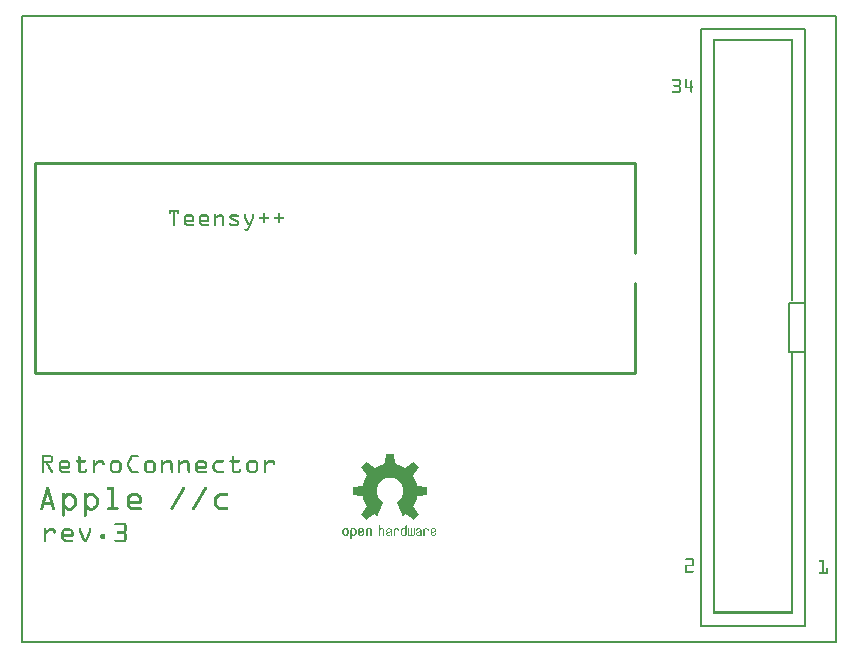
<source format=gto>
G04 MADE WITH FRITZING*
G04 WWW.FRITZING.ORG*
G04 DOUBLE SIDED*
G04 HOLES PLATED*
G04 CONTOUR ON CENTER OF CONTOUR VECTOR*
%ASAXBY*%
%FSLAX23Y23*%
%MOIN*%
%OFA0B0*%
%SFA1.0B1.0*%
%ADD10R,2.720930X2.094140X2.704930X2.078140*%
%ADD11C,0.008000*%
%ADD12R,0.354200X1.995200X0.338200X1.979200*%
%ADD13R,0.063000X0.173200X0.047000X0.157200*%
%ADD14C,0.010000*%
%ADD15R,0.001000X0.001000*%
%LNSILK1*%
G90*
G70*
G54D11*
X4Y2090D02*
X2717Y2090D01*
X2717Y4D01*
X4Y4D01*
X4Y2090D01*
D02*
X2270Y2046D02*
X2616Y2046D01*
X2616Y59D01*
X2270Y59D01*
X2270Y2046D01*
D02*
X2561Y1135D02*
X2616Y1135D01*
X2616Y970D01*
X2561Y970D01*
X2561Y1135D01*
D02*
G54D14*
X2048Y1602D02*
X48Y1602D01*
D02*
X48Y1602D02*
X48Y902D01*
D02*
X48Y902D02*
X2048Y902D01*
D02*
X2048Y1602D02*
X2048Y1302D01*
D02*
X2048Y1202D02*
X2048Y902D01*
G54D15*
X2309Y2014D02*
X2575Y2014D01*
X2309Y2013D02*
X2575Y2013D01*
X2309Y2012D02*
X2575Y2012D01*
X2309Y2011D02*
X2575Y2011D01*
X2309Y2010D02*
X2575Y2010D01*
X2309Y2009D02*
X2575Y2009D01*
X2309Y2008D02*
X2575Y2008D01*
X2309Y2007D02*
X2575Y2007D01*
X2309Y2006D02*
X2316Y2006D01*
X2568Y2006D02*
X2575Y2006D01*
X2309Y2005D02*
X2316Y2005D01*
X2568Y2005D02*
X2575Y2005D01*
X2309Y2004D02*
X2316Y2004D01*
X2568Y2004D02*
X2575Y2004D01*
X2309Y2003D02*
X2316Y2003D01*
X2568Y2003D02*
X2575Y2003D01*
X2309Y2002D02*
X2316Y2002D01*
X2568Y2002D02*
X2575Y2002D01*
X2309Y2001D02*
X2316Y2001D01*
X2568Y2001D02*
X2575Y2001D01*
X2309Y2000D02*
X2316Y2000D01*
X2568Y2000D02*
X2575Y2000D01*
X2309Y1999D02*
X2316Y1999D01*
X2568Y1999D02*
X2575Y1999D01*
X2309Y1998D02*
X2316Y1998D01*
X2568Y1998D02*
X2575Y1998D01*
X2309Y1997D02*
X2316Y1997D01*
X2568Y1997D02*
X2575Y1997D01*
X2309Y1996D02*
X2316Y1996D01*
X2568Y1996D02*
X2575Y1996D01*
X2309Y1995D02*
X2316Y1995D01*
X2568Y1995D02*
X2575Y1995D01*
X2309Y1994D02*
X2316Y1994D01*
X2568Y1994D02*
X2575Y1994D01*
X2309Y1993D02*
X2316Y1993D01*
X2568Y1993D02*
X2575Y1993D01*
X2309Y1992D02*
X2316Y1992D01*
X2568Y1992D02*
X2575Y1992D01*
X2309Y1991D02*
X2316Y1991D01*
X2568Y1991D02*
X2575Y1991D01*
X2309Y1990D02*
X2316Y1990D01*
X2568Y1990D02*
X2575Y1990D01*
X2309Y1989D02*
X2316Y1989D01*
X2568Y1989D02*
X2575Y1989D01*
X2309Y1988D02*
X2316Y1988D01*
X2568Y1988D02*
X2575Y1988D01*
X2309Y1987D02*
X2316Y1987D01*
X2568Y1987D02*
X2575Y1987D01*
X2309Y1986D02*
X2316Y1986D01*
X2568Y1986D02*
X2575Y1986D01*
X2309Y1985D02*
X2316Y1985D01*
X2568Y1985D02*
X2575Y1985D01*
X2309Y1984D02*
X2316Y1984D01*
X2568Y1984D02*
X2575Y1984D01*
X2309Y1983D02*
X2316Y1983D01*
X2568Y1983D02*
X2575Y1983D01*
X2309Y1982D02*
X2316Y1982D01*
X2568Y1982D02*
X2575Y1982D01*
X2309Y1981D02*
X2316Y1981D01*
X2568Y1981D02*
X2575Y1981D01*
X2309Y1980D02*
X2316Y1980D01*
X2568Y1980D02*
X2575Y1980D01*
X2309Y1979D02*
X2316Y1979D01*
X2568Y1979D02*
X2575Y1979D01*
X2309Y1978D02*
X2316Y1978D01*
X2568Y1978D02*
X2575Y1978D01*
X2309Y1977D02*
X2316Y1977D01*
X2568Y1977D02*
X2575Y1977D01*
X2309Y1976D02*
X2316Y1976D01*
X2568Y1976D02*
X2575Y1976D01*
X2309Y1975D02*
X2316Y1975D01*
X2568Y1975D02*
X2575Y1975D01*
X2309Y1974D02*
X2316Y1974D01*
X2568Y1974D02*
X2575Y1974D01*
X2309Y1973D02*
X2316Y1973D01*
X2568Y1973D02*
X2575Y1973D01*
X2309Y1972D02*
X2316Y1972D01*
X2568Y1972D02*
X2575Y1972D01*
X2309Y1971D02*
X2316Y1971D01*
X2568Y1971D02*
X2575Y1971D01*
X2309Y1970D02*
X2316Y1970D01*
X2568Y1970D02*
X2575Y1970D01*
X2309Y1969D02*
X2316Y1969D01*
X2568Y1969D02*
X2575Y1969D01*
X2309Y1968D02*
X2316Y1968D01*
X2568Y1968D02*
X2575Y1968D01*
X2309Y1967D02*
X2316Y1967D01*
X2568Y1967D02*
X2575Y1967D01*
X2309Y1966D02*
X2316Y1966D01*
X2568Y1966D02*
X2575Y1966D01*
X2309Y1965D02*
X2316Y1965D01*
X2568Y1965D02*
X2575Y1965D01*
X2309Y1964D02*
X2316Y1964D01*
X2568Y1964D02*
X2575Y1964D01*
X2309Y1963D02*
X2316Y1963D01*
X2568Y1963D02*
X2575Y1963D01*
X2309Y1962D02*
X2316Y1962D01*
X2568Y1962D02*
X2575Y1962D01*
X2309Y1961D02*
X2316Y1961D01*
X2568Y1961D02*
X2575Y1961D01*
X2309Y1960D02*
X2316Y1960D01*
X2568Y1960D02*
X2575Y1960D01*
X2309Y1959D02*
X2316Y1959D01*
X2568Y1959D02*
X2575Y1959D01*
X2309Y1958D02*
X2316Y1958D01*
X2568Y1958D02*
X2575Y1958D01*
X2309Y1957D02*
X2316Y1957D01*
X2568Y1957D02*
X2575Y1957D01*
X2309Y1956D02*
X2316Y1956D01*
X2568Y1956D02*
X2575Y1956D01*
X2309Y1955D02*
X2316Y1955D01*
X2568Y1955D02*
X2575Y1955D01*
X2309Y1954D02*
X2316Y1954D01*
X2568Y1954D02*
X2575Y1954D01*
X2309Y1953D02*
X2316Y1953D01*
X2568Y1953D02*
X2575Y1953D01*
X2309Y1952D02*
X2316Y1952D01*
X2568Y1952D02*
X2575Y1952D01*
X2309Y1951D02*
X2316Y1951D01*
X2568Y1951D02*
X2575Y1951D01*
X2309Y1950D02*
X2316Y1950D01*
X2568Y1950D02*
X2575Y1950D01*
X2309Y1949D02*
X2316Y1949D01*
X2568Y1949D02*
X2575Y1949D01*
X2309Y1948D02*
X2316Y1948D01*
X2568Y1948D02*
X2575Y1948D01*
X2309Y1947D02*
X2316Y1947D01*
X2568Y1947D02*
X2575Y1947D01*
X2309Y1946D02*
X2316Y1946D01*
X2568Y1946D02*
X2575Y1946D01*
X2309Y1945D02*
X2316Y1945D01*
X2568Y1945D02*
X2575Y1945D01*
X2309Y1944D02*
X2316Y1944D01*
X2568Y1944D02*
X2575Y1944D01*
X2309Y1943D02*
X2316Y1943D01*
X2568Y1943D02*
X2575Y1943D01*
X2309Y1942D02*
X2316Y1942D01*
X2568Y1942D02*
X2575Y1942D01*
X2309Y1941D02*
X2316Y1941D01*
X2568Y1941D02*
X2575Y1941D01*
X2309Y1940D02*
X2316Y1940D01*
X2568Y1940D02*
X2575Y1940D01*
X2309Y1939D02*
X2316Y1939D01*
X2568Y1939D02*
X2575Y1939D01*
X2309Y1938D02*
X2316Y1938D01*
X2568Y1938D02*
X2575Y1938D01*
X2309Y1937D02*
X2316Y1937D01*
X2568Y1937D02*
X2575Y1937D01*
X2309Y1936D02*
X2316Y1936D01*
X2568Y1936D02*
X2575Y1936D01*
X2309Y1935D02*
X2316Y1935D01*
X2568Y1935D02*
X2575Y1935D01*
X2309Y1934D02*
X2316Y1934D01*
X2568Y1934D02*
X2575Y1934D01*
X2309Y1933D02*
X2316Y1933D01*
X2568Y1933D02*
X2575Y1933D01*
X2309Y1932D02*
X2316Y1932D01*
X2568Y1932D02*
X2575Y1932D01*
X2309Y1931D02*
X2316Y1931D01*
X2568Y1931D02*
X2575Y1931D01*
X2309Y1930D02*
X2316Y1930D01*
X2568Y1930D02*
X2575Y1930D01*
X2309Y1929D02*
X2316Y1929D01*
X2568Y1929D02*
X2575Y1929D01*
X2309Y1928D02*
X2316Y1928D01*
X2568Y1928D02*
X2575Y1928D01*
X2309Y1927D02*
X2316Y1927D01*
X2568Y1927D02*
X2575Y1927D01*
X2309Y1926D02*
X2316Y1926D01*
X2568Y1926D02*
X2575Y1926D01*
X2309Y1925D02*
X2316Y1925D01*
X2568Y1925D02*
X2575Y1925D01*
X2309Y1924D02*
X2316Y1924D01*
X2568Y1924D02*
X2575Y1924D01*
X2309Y1923D02*
X2316Y1923D01*
X2568Y1923D02*
X2575Y1923D01*
X2309Y1922D02*
X2316Y1922D01*
X2568Y1922D02*
X2575Y1922D01*
X2309Y1921D02*
X2316Y1921D01*
X2568Y1921D02*
X2575Y1921D01*
X2309Y1920D02*
X2316Y1920D01*
X2568Y1920D02*
X2575Y1920D01*
X2309Y1919D02*
X2316Y1919D01*
X2568Y1919D02*
X2575Y1919D01*
X2309Y1918D02*
X2316Y1918D01*
X2568Y1918D02*
X2575Y1918D01*
X2309Y1917D02*
X2316Y1917D01*
X2568Y1917D02*
X2575Y1917D01*
X2309Y1916D02*
X2316Y1916D01*
X2568Y1916D02*
X2575Y1916D01*
X2309Y1915D02*
X2316Y1915D01*
X2568Y1915D02*
X2575Y1915D01*
X2309Y1914D02*
X2316Y1914D01*
X2568Y1914D02*
X2575Y1914D01*
X2309Y1913D02*
X2316Y1913D01*
X2568Y1913D02*
X2575Y1913D01*
X2309Y1912D02*
X2316Y1912D01*
X2568Y1912D02*
X2575Y1912D01*
X2309Y1911D02*
X2316Y1911D01*
X2568Y1911D02*
X2575Y1911D01*
X2309Y1910D02*
X2316Y1910D01*
X2568Y1910D02*
X2575Y1910D01*
X2309Y1909D02*
X2316Y1909D01*
X2568Y1909D02*
X2575Y1909D01*
X2309Y1908D02*
X2316Y1908D01*
X2568Y1908D02*
X2575Y1908D01*
X2309Y1907D02*
X2316Y1907D01*
X2568Y1907D02*
X2575Y1907D01*
X2309Y1906D02*
X2316Y1906D01*
X2568Y1906D02*
X2575Y1906D01*
X2309Y1905D02*
X2316Y1905D01*
X2568Y1905D02*
X2575Y1905D01*
X2309Y1904D02*
X2316Y1904D01*
X2568Y1904D02*
X2575Y1904D01*
X2309Y1903D02*
X2316Y1903D01*
X2568Y1903D02*
X2575Y1903D01*
X2309Y1902D02*
X2316Y1902D01*
X2568Y1902D02*
X2575Y1902D01*
X2309Y1901D02*
X2316Y1901D01*
X2568Y1901D02*
X2575Y1901D01*
X2309Y1900D02*
X2316Y1900D01*
X2568Y1900D02*
X2575Y1900D01*
X2309Y1899D02*
X2316Y1899D01*
X2568Y1899D02*
X2575Y1899D01*
X2309Y1898D02*
X2316Y1898D01*
X2568Y1898D02*
X2575Y1898D01*
X2309Y1897D02*
X2316Y1897D01*
X2568Y1897D02*
X2575Y1897D01*
X2309Y1896D02*
X2316Y1896D01*
X2568Y1896D02*
X2575Y1896D01*
X2309Y1895D02*
X2316Y1895D01*
X2568Y1895D02*
X2575Y1895D01*
X2309Y1894D02*
X2316Y1894D01*
X2568Y1894D02*
X2575Y1894D01*
X2309Y1893D02*
X2316Y1893D01*
X2568Y1893D02*
X2575Y1893D01*
X2309Y1892D02*
X2316Y1892D01*
X2568Y1892D02*
X2575Y1892D01*
X2309Y1891D02*
X2316Y1891D01*
X2568Y1891D02*
X2575Y1891D01*
X2309Y1890D02*
X2316Y1890D01*
X2568Y1890D02*
X2575Y1890D01*
X2309Y1889D02*
X2316Y1889D01*
X2568Y1889D02*
X2575Y1889D01*
X2309Y1888D02*
X2316Y1888D01*
X2568Y1888D02*
X2575Y1888D01*
X2309Y1887D02*
X2316Y1887D01*
X2568Y1887D02*
X2575Y1887D01*
X2309Y1886D02*
X2316Y1886D01*
X2568Y1886D02*
X2575Y1886D01*
X2309Y1885D02*
X2316Y1885D01*
X2568Y1885D02*
X2575Y1885D01*
X2309Y1884D02*
X2316Y1884D01*
X2568Y1884D02*
X2575Y1884D01*
X2309Y1883D02*
X2316Y1883D01*
X2568Y1883D02*
X2575Y1883D01*
X2309Y1882D02*
X2316Y1882D01*
X2568Y1882D02*
X2575Y1882D01*
X2172Y1881D02*
X2197Y1881D01*
X2218Y1881D02*
X2220Y1881D01*
X2309Y1881D02*
X2316Y1881D01*
X2568Y1881D02*
X2575Y1881D01*
X2171Y1880D02*
X2198Y1880D01*
X2217Y1880D02*
X2221Y1880D01*
X2309Y1880D02*
X2316Y1880D01*
X2568Y1880D02*
X2575Y1880D01*
X2171Y1879D02*
X2199Y1879D01*
X2216Y1879D02*
X2221Y1879D01*
X2309Y1879D02*
X2316Y1879D01*
X2568Y1879D02*
X2575Y1879D01*
X2171Y1878D02*
X2200Y1878D01*
X2216Y1878D02*
X2221Y1878D01*
X2309Y1878D02*
X2316Y1878D01*
X2568Y1878D02*
X2575Y1878D01*
X2171Y1877D02*
X2200Y1877D01*
X2216Y1877D02*
X2221Y1877D01*
X2309Y1877D02*
X2316Y1877D01*
X2568Y1877D02*
X2575Y1877D01*
X2172Y1876D02*
X2200Y1876D01*
X2216Y1876D02*
X2221Y1876D01*
X2236Y1876D02*
X2238Y1876D01*
X2309Y1876D02*
X2316Y1876D01*
X2568Y1876D02*
X2575Y1876D01*
X2195Y1875D02*
X2200Y1875D01*
X2216Y1875D02*
X2221Y1875D01*
X2235Y1875D02*
X2239Y1875D01*
X2309Y1875D02*
X2316Y1875D01*
X2568Y1875D02*
X2575Y1875D01*
X2195Y1874D02*
X2200Y1874D01*
X2216Y1874D02*
X2221Y1874D01*
X2234Y1874D02*
X2239Y1874D01*
X2309Y1874D02*
X2316Y1874D01*
X2568Y1874D02*
X2575Y1874D01*
X2195Y1873D02*
X2200Y1873D01*
X2216Y1873D02*
X2221Y1873D01*
X2234Y1873D02*
X2239Y1873D01*
X2309Y1873D02*
X2316Y1873D01*
X2568Y1873D02*
X2575Y1873D01*
X2195Y1872D02*
X2200Y1872D01*
X2216Y1872D02*
X2221Y1872D01*
X2234Y1872D02*
X2239Y1872D01*
X2309Y1872D02*
X2316Y1872D01*
X2568Y1872D02*
X2575Y1872D01*
X2195Y1871D02*
X2200Y1871D01*
X2216Y1871D02*
X2221Y1871D01*
X2234Y1871D02*
X2239Y1871D01*
X2309Y1871D02*
X2316Y1871D01*
X2568Y1871D02*
X2575Y1871D01*
X2195Y1870D02*
X2200Y1870D01*
X2216Y1870D02*
X2221Y1870D01*
X2234Y1870D02*
X2239Y1870D01*
X2309Y1870D02*
X2316Y1870D01*
X2568Y1870D02*
X2575Y1870D01*
X2195Y1869D02*
X2200Y1869D01*
X2216Y1869D02*
X2221Y1869D01*
X2234Y1869D02*
X2239Y1869D01*
X2309Y1869D02*
X2316Y1869D01*
X2568Y1869D02*
X2575Y1869D01*
X2195Y1868D02*
X2200Y1868D01*
X2216Y1868D02*
X2221Y1868D01*
X2234Y1868D02*
X2239Y1868D01*
X2309Y1868D02*
X2316Y1868D01*
X2568Y1868D02*
X2575Y1868D01*
X2195Y1867D02*
X2200Y1867D01*
X2216Y1867D02*
X2221Y1867D01*
X2234Y1867D02*
X2239Y1867D01*
X2309Y1867D02*
X2316Y1867D01*
X2568Y1867D02*
X2575Y1867D01*
X2195Y1866D02*
X2200Y1866D01*
X2216Y1866D02*
X2221Y1866D01*
X2234Y1866D02*
X2239Y1866D01*
X2309Y1866D02*
X2316Y1866D01*
X2568Y1866D02*
X2575Y1866D01*
X2195Y1865D02*
X2200Y1865D01*
X2216Y1865D02*
X2221Y1865D01*
X2234Y1865D02*
X2239Y1865D01*
X2309Y1865D02*
X2316Y1865D01*
X2568Y1865D02*
X2575Y1865D01*
X2195Y1864D02*
X2200Y1864D01*
X2216Y1864D02*
X2221Y1864D01*
X2234Y1864D02*
X2239Y1864D01*
X2309Y1864D02*
X2316Y1864D01*
X2568Y1864D02*
X2575Y1864D01*
X2195Y1863D02*
X2200Y1863D01*
X2216Y1863D02*
X2221Y1863D01*
X2234Y1863D02*
X2239Y1863D01*
X2309Y1863D02*
X2316Y1863D01*
X2568Y1863D02*
X2575Y1863D01*
X2194Y1862D02*
X2200Y1862D01*
X2216Y1862D02*
X2221Y1862D01*
X2234Y1862D02*
X2239Y1862D01*
X2309Y1862D02*
X2316Y1862D01*
X2568Y1862D02*
X2575Y1862D01*
X2179Y1861D02*
X2200Y1861D01*
X2216Y1861D02*
X2221Y1861D01*
X2234Y1861D02*
X2239Y1861D01*
X2309Y1861D02*
X2316Y1861D01*
X2568Y1861D02*
X2575Y1861D01*
X2178Y1860D02*
X2199Y1860D01*
X2216Y1860D02*
X2221Y1860D01*
X2234Y1860D02*
X2239Y1860D01*
X2309Y1860D02*
X2316Y1860D01*
X2568Y1860D02*
X2575Y1860D01*
X2177Y1859D02*
X2199Y1859D01*
X2216Y1859D02*
X2221Y1859D01*
X2234Y1859D02*
X2239Y1859D01*
X2309Y1859D02*
X2316Y1859D01*
X2568Y1859D02*
X2575Y1859D01*
X2177Y1858D02*
X2198Y1858D01*
X2216Y1858D02*
X2221Y1858D01*
X2234Y1858D02*
X2239Y1858D01*
X2309Y1858D02*
X2316Y1858D01*
X2568Y1858D02*
X2575Y1858D01*
X2177Y1857D02*
X2199Y1857D01*
X2216Y1857D02*
X2221Y1857D01*
X2234Y1857D02*
X2239Y1857D01*
X2309Y1857D02*
X2316Y1857D01*
X2568Y1857D02*
X2575Y1857D01*
X2178Y1856D02*
X2199Y1856D01*
X2216Y1856D02*
X2222Y1856D01*
X2234Y1856D02*
X2240Y1856D01*
X2309Y1856D02*
X2316Y1856D01*
X2568Y1856D02*
X2575Y1856D01*
X2179Y1855D02*
X2200Y1855D01*
X2216Y1855D02*
X2242Y1855D01*
X2309Y1855D02*
X2316Y1855D01*
X2568Y1855D02*
X2575Y1855D01*
X2194Y1854D02*
X2200Y1854D01*
X2216Y1854D02*
X2242Y1854D01*
X2309Y1854D02*
X2316Y1854D01*
X2568Y1854D02*
X2575Y1854D01*
X2195Y1853D02*
X2200Y1853D01*
X2216Y1853D02*
X2242Y1853D01*
X2309Y1853D02*
X2316Y1853D01*
X2568Y1853D02*
X2575Y1853D01*
X2195Y1852D02*
X2200Y1852D01*
X2216Y1852D02*
X2242Y1852D01*
X2309Y1852D02*
X2316Y1852D01*
X2568Y1852D02*
X2575Y1852D01*
X2195Y1851D02*
X2200Y1851D01*
X2216Y1851D02*
X2242Y1851D01*
X2309Y1851D02*
X2316Y1851D01*
X2568Y1851D02*
X2575Y1851D01*
X2195Y1850D02*
X2200Y1850D01*
X2216Y1850D02*
X2241Y1850D01*
X2309Y1850D02*
X2316Y1850D01*
X2568Y1850D02*
X2575Y1850D01*
X2195Y1849D02*
X2200Y1849D01*
X2234Y1849D02*
X2239Y1849D01*
X2309Y1849D02*
X2316Y1849D01*
X2568Y1849D02*
X2575Y1849D01*
X2195Y1848D02*
X2200Y1848D01*
X2234Y1848D02*
X2239Y1848D01*
X2309Y1848D02*
X2316Y1848D01*
X2568Y1848D02*
X2575Y1848D01*
X2195Y1847D02*
X2200Y1847D01*
X2234Y1847D02*
X2239Y1847D01*
X2309Y1847D02*
X2316Y1847D01*
X2568Y1847D02*
X2575Y1847D01*
X2195Y1846D02*
X2200Y1846D01*
X2234Y1846D02*
X2239Y1846D01*
X2309Y1846D02*
X2316Y1846D01*
X2568Y1846D02*
X2575Y1846D01*
X2195Y1845D02*
X2200Y1845D01*
X2234Y1845D02*
X2239Y1845D01*
X2309Y1845D02*
X2316Y1845D01*
X2568Y1845D02*
X2575Y1845D01*
X2195Y1844D02*
X2200Y1844D01*
X2234Y1844D02*
X2239Y1844D01*
X2309Y1844D02*
X2316Y1844D01*
X2568Y1844D02*
X2575Y1844D01*
X2195Y1843D02*
X2200Y1843D01*
X2234Y1843D02*
X2239Y1843D01*
X2309Y1843D02*
X2316Y1843D01*
X2568Y1843D02*
X2575Y1843D01*
X2195Y1842D02*
X2200Y1842D01*
X2234Y1842D02*
X2239Y1842D01*
X2309Y1842D02*
X2316Y1842D01*
X2568Y1842D02*
X2575Y1842D01*
X2195Y1841D02*
X2200Y1841D01*
X2234Y1841D02*
X2239Y1841D01*
X2309Y1841D02*
X2316Y1841D01*
X2568Y1841D02*
X2575Y1841D01*
X2172Y1840D02*
X2200Y1840D01*
X2234Y1840D02*
X2239Y1840D01*
X2309Y1840D02*
X2316Y1840D01*
X2568Y1840D02*
X2575Y1840D01*
X2171Y1839D02*
X2200Y1839D01*
X2234Y1839D02*
X2239Y1839D01*
X2309Y1839D02*
X2316Y1839D01*
X2568Y1839D02*
X2575Y1839D01*
X2171Y1838D02*
X2200Y1838D01*
X2234Y1838D02*
X2239Y1838D01*
X2309Y1838D02*
X2316Y1838D01*
X2568Y1838D02*
X2575Y1838D01*
X2171Y1837D02*
X2199Y1837D01*
X2234Y1837D02*
X2239Y1837D01*
X2309Y1837D02*
X2316Y1837D01*
X2568Y1837D02*
X2575Y1837D01*
X2171Y1836D02*
X2198Y1836D01*
X2235Y1836D02*
X2239Y1836D01*
X2309Y1836D02*
X2316Y1836D01*
X2568Y1836D02*
X2575Y1836D01*
X2172Y1835D02*
X2197Y1835D01*
X2235Y1835D02*
X2238Y1835D01*
X2309Y1835D02*
X2316Y1835D01*
X2568Y1835D02*
X2575Y1835D01*
X2309Y1834D02*
X2316Y1834D01*
X2568Y1834D02*
X2575Y1834D01*
X2309Y1833D02*
X2316Y1833D01*
X2568Y1833D02*
X2575Y1833D01*
X2309Y1832D02*
X2316Y1832D01*
X2568Y1832D02*
X2575Y1832D01*
X2309Y1831D02*
X2316Y1831D01*
X2568Y1831D02*
X2575Y1831D01*
X2309Y1830D02*
X2316Y1830D01*
X2568Y1830D02*
X2575Y1830D01*
X2309Y1829D02*
X2316Y1829D01*
X2568Y1829D02*
X2575Y1829D01*
X2309Y1828D02*
X2316Y1828D01*
X2568Y1828D02*
X2575Y1828D01*
X2309Y1827D02*
X2316Y1827D01*
X2568Y1827D02*
X2575Y1827D01*
X2309Y1826D02*
X2316Y1826D01*
X2568Y1826D02*
X2575Y1826D01*
X2309Y1825D02*
X2316Y1825D01*
X2568Y1825D02*
X2575Y1825D01*
X2309Y1824D02*
X2316Y1824D01*
X2568Y1824D02*
X2575Y1824D01*
X2309Y1823D02*
X2316Y1823D01*
X2568Y1823D02*
X2575Y1823D01*
X2309Y1822D02*
X2316Y1822D01*
X2568Y1822D02*
X2575Y1822D01*
X2309Y1821D02*
X2316Y1821D01*
X2568Y1821D02*
X2575Y1821D01*
X2309Y1820D02*
X2316Y1820D01*
X2568Y1820D02*
X2575Y1820D01*
X2309Y1819D02*
X2316Y1819D01*
X2568Y1819D02*
X2575Y1819D01*
X2309Y1818D02*
X2316Y1818D01*
X2568Y1818D02*
X2575Y1818D01*
X2309Y1817D02*
X2316Y1817D01*
X2568Y1817D02*
X2575Y1817D01*
X2309Y1816D02*
X2316Y1816D01*
X2568Y1816D02*
X2575Y1816D01*
X2309Y1815D02*
X2316Y1815D01*
X2568Y1815D02*
X2575Y1815D01*
X2309Y1814D02*
X2316Y1814D01*
X2568Y1814D02*
X2575Y1814D01*
X2309Y1813D02*
X2316Y1813D01*
X2568Y1813D02*
X2575Y1813D01*
X2309Y1812D02*
X2316Y1812D01*
X2568Y1812D02*
X2575Y1812D01*
X2309Y1811D02*
X2316Y1811D01*
X2568Y1811D02*
X2575Y1811D01*
X2309Y1810D02*
X2316Y1810D01*
X2568Y1810D02*
X2575Y1810D01*
X2309Y1809D02*
X2316Y1809D01*
X2568Y1809D02*
X2575Y1809D01*
X2309Y1808D02*
X2316Y1808D01*
X2568Y1808D02*
X2575Y1808D01*
X2309Y1807D02*
X2316Y1807D01*
X2568Y1807D02*
X2575Y1807D01*
X2309Y1806D02*
X2316Y1806D01*
X2568Y1806D02*
X2575Y1806D01*
X2309Y1805D02*
X2316Y1805D01*
X2568Y1805D02*
X2575Y1805D01*
X2309Y1804D02*
X2316Y1804D01*
X2568Y1804D02*
X2575Y1804D01*
X2309Y1803D02*
X2316Y1803D01*
X2568Y1803D02*
X2575Y1803D01*
X2309Y1802D02*
X2316Y1802D01*
X2568Y1802D02*
X2575Y1802D01*
X2309Y1801D02*
X2316Y1801D01*
X2568Y1801D02*
X2575Y1801D01*
X2309Y1800D02*
X2316Y1800D01*
X2568Y1800D02*
X2575Y1800D01*
X2309Y1799D02*
X2316Y1799D01*
X2568Y1799D02*
X2575Y1799D01*
X2309Y1798D02*
X2316Y1798D01*
X2568Y1798D02*
X2575Y1798D01*
X2309Y1797D02*
X2316Y1797D01*
X2568Y1797D02*
X2575Y1797D01*
X2309Y1796D02*
X2316Y1796D01*
X2568Y1796D02*
X2575Y1796D01*
X2309Y1795D02*
X2316Y1795D01*
X2568Y1795D02*
X2575Y1795D01*
X2309Y1794D02*
X2316Y1794D01*
X2568Y1794D02*
X2575Y1794D01*
X2309Y1793D02*
X2316Y1793D01*
X2568Y1793D02*
X2575Y1793D01*
X2309Y1792D02*
X2316Y1792D01*
X2568Y1792D02*
X2575Y1792D01*
X2309Y1791D02*
X2316Y1791D01*
X2568Y1791D02*
X2575Y1791D01*
X2309Y1790D02*
X2316Y1790D01*
X2568Y1790D02*
X2575Y1790D01*
X2309Y1789D02*
X2316Y1789D01*
X2568Y1789D02*
X2575Y1789D01*
X2309Y1788D02*
X2316Y1788D01*
X2568Y1788D02*
X2575Y1788D01*
X2309Y1787D02*
X2316Y1787D01*
X2568Y1787D02*
X2575Y1787D01*
X2309Y1786D02*
X2316Y1786D01*
X2568Y1786D02*
X2575Y1786D01*
X2309Y1785D02*
X2316Y1785D01*
X2568Y1785D02*
X2575Y1785D01*
X2309Y1784D02*
X2316Y1784D01*
X2568Y1784D02*
X2575Y1784D01*
X2309Y1783D02*
X2316Y1783D01*
X2568Y1783D02*
X2575Y1783D01*
X2309Y1782D02*
X2316Y1782D01*
X2568Y1782D02*
X2575Y1782D01*
X2309Y1781D02*
X2316Y1781D01*
X2568Y1781D02*
X2575Y1781D01*
X2309Y1780D02*
X2316Y1780D01*
X2568Y1780D02*
X2575Y1780D01*
X2309Y1779D02*
X2316Y1779D01*
X2568Y1779D02*
X2575Y1779D01*
X2309Y1778D02*
X2316Y1778D01*
X2568Y1778D02*
X2575Y1778D01*
X2309Y1777D02*
X2316Y1777D01*
X2568Y1777D02*
X2575Y1777D01*
X2309Y1776D02*
X2316Y1776D01*
X2568Y1776D02*
X2575Y1776D01*
X2309Y1775D02*
X2316Y1775D01*
X2568Y1775D02*
X2575Y1775D01*
X2309Y1774D02*
X2316Y1774D01*
X2568Y1774D02*
X2575Y1774D01*
X2309Y1773D02*
X2316Y1773D01*
X2568Y1773D02*
X2575Y1773D01*
X2309Y1772D02*
X2316Y1772D01*
X2568Y1772D02*
X2575Y1772D01*
X2309Y1771D02*
X2316Y1771D01*
X2568Y1771D02*
X2575Y1771D01*
X2309Y1770D02*
X2316Y1770D01*
X2568Y1770D02*
X2575Y1770D01*
X2309Y1769D02*
X2316Y1769D01*
X2568Y1769D02*
X2575Y1769D01*
X2309Y1768D02*
X2316Y1768D01*
X2568Y1768D02*
X2575Y1768D01*
X2309Y1767D02*
X2316Y1767D01*
X2568Y1767D02*
X2575Y1767D01*
X2309Y1766D02*
X2316Y1766D01*
X2568Y1766D02*
X2575Y1766D01*
X2309Y1765D02*
X2316Y1765D01*
X2568Y1765D02*
X2575Y1765D01*
X2309Y1764D02*
X2316Y1764D01*
X2568Y1764D02*
X2575Y1764D01*
X2309Y1763D02*
X2316Y1763D01*
X2568Y1763D02*
X2575Y1763D01*
X2309Y1762D02*
X2316Y1762D01*
X2568Y1762D02*
X2575Y1762D01*
X2309Y1761D02*
X2316Y1761D01*
X2568Y1761D02*
X2575Y1761D01*
X2309Y1760D02*
X2316Y1760D01*
X2568Y1760D02*
X2575Y1760D01*
X2309Y1759D02*
X2316Y1759D01*
X2568Y1759D02*
X2575Y1759D01*
X2309Y1758D02*
X2316Y1758D01*
X2568Y1758D02*
X2575Y1758D01*
X2309Y1757D02*
X2316Y1757D01*
X2568Y1757D02*
X2575Y1757D01*
X2309Y1756D02*
X2316Y1756D01*
X2568Y1756D02*
X2575Y1756D01*
X2309Y1755D02*
X2316Y1755D01*
X2568Y1755D02*
X2575Y1755D01*
X2309Y1754D02*
X2316Y1754D01*
X2568Y1754D02*
X2575Y1754D01*
X2309Y1753D02*
X2316Y1753D01*
X2568Y1753D02*
X2575Y1753D01*
X2309Y1752D02*
X2316Y1752D01*
X2568Y1752D02*
X2575Y1752D01*
X2309Y1751D02*
X2316Y1751D01*
X2568Y1751D02*
X2575Y1751D01*
X2309Y1750D02*
X2316Y1750D01*
X2568Y1750D02*
X2575Y1750D01*
X2309Y1749D02*
X2316Y1749D01*
X2568Y1749D02*
X2575Y1749D01*
X2309Y1748D02*
X2316Y1748D01*
X2568Y1748D02*
X2575Y1748D01*
X2309Y1747D02*
X2316Y1747D01*
X2568Y1747D02*
X2575Y1747D01*
X2309Y1746D02*
X2316Y1746D01*
X2568Y1746D02*
X2575Y1746D01*
X2309Y1745D02*
X2316Y1745D01*
X2568Y1745D02*
X2575Y1745D01*
X2309Y1744D02*
X2316Y1744D01*
X2568Y1744D02*
X2575Y1744D01*
X2309Y1743D02*
X2316Y1743D01*
X2568Y1743D02*
X2575Y1743D01*
X2309Y1742D02*
X2316Y1742D01*
X2568Y1742D02*
X2575Y1742D01*
X2309Y1741D02*
X2316Y1741D01*
X2568Y1741D02*
X2575Y1741D01*
X2309Y1740D02*
X2316Y1740D01*
X2568Y1740D02*
X2575Y1740D01*
X2309Y1739D02*
X2316Y1739D01*
X2568Y1739D02*
X2575Y1739D01*
X2309Y1738D02*
X2316Y1738D01*
X2568Y1738D02*
X2575Y1738D01*
X2309Y1737D02*
X2316Y1737D01*
X2568Y1737D02*
X2575Y1737D01*
X2309Y1736D02*
X2316Y1736D01*
X2568Y1736D02*
X2575Y1736D01*
X2309Y1735D02*
X2316Y1735D01*
X2568Y1735D02*
X2575Y1735D01*
X2309Y1734D02*
X2316Y1734D01*
X2568Y1734D02*
X2575Y1734D01*
X2309Y1733D02*
X2316Y1733D01*
X2568Y1733D02*
X2575Y1733D01*
X2309Y1732D02*
X2316Y1732D01*
X2568Y1732D02*
X2575Y1732D01*
X2309Y1731D02*
X2316Y1731D01*
X2568Y1731D02*
X2575Y1731D01*
X2309Y1730D02*
X2316Y1730D01*
X2568Y1730D02*
X2575Y1730D01*
X2309Y1729D02*
X2316Y1729D01*
X2568Y1729D02*
X2575Y1729D01*
X2309Y1728D02*
X2316Y1728D01*
X2568Y1728D02*
X2575Y1728D01*
X2309Y1727D02*
X2316Y1727D01*
X2568Y1727D02*
X2575Y1727D01*
X2309Y1726D02*
X2316Y1726D01*
X2568Y1726D02*
X2575Y1726D01*
X2309Y1725D02*
X2316Y1725D01*
X2568Y1725D02*
X2575Y1725D01*
X2309Y1724D02*
X2316Y1724D01*
X2568Y1724D02*
X2575Y1724D01*
X2309Y1723D02*
X2316Y1723D01*
X2568Y1723D02*
X2575Y1723D01*
X2309Y1722D02*
X2316Y1722D01*
X2568Y1722D02*
X2575Y1722D01*
X2309Y1721D02*
X2316Y1721D01*
X2568Y1721D02*
X2575Y1721D01*
X2309Y1720D02*
X2316Y1720D01*
X2568Y1720D02*
X2575Y1720D01*
X2309Y1719D02*
X2316Y1719D01*
X2568Y1719D02*
X2575Y1719D01*
X2309Y1718D02*
X2316Y1718D01*
X2568Y1718D02*
X2575Y1718D01*
X2309Y1717D02*
X2316Y1717D01*
X2568Y1717D02*
X2575Y1717D01*
X2309Y1716D02*
X2316Y1716D01*
X2568Y1716D02*
X2575Y1716D01*
X2309Y1715D02*
X2316Y1715D01*
X2568Y1715D02*
X2575Y1715D01*
X2309Y1714D02*
X2316Y1714D01*
X2568Y1714D02*
X2575Y1714D01*
X2309Y1713D02*
X2316Y1713D01*
X2568Y1713D02*
X2575Y1713D01*
X2309Y1712D02*
X2316Y1712D01*
X2568Y1712D02*
X2575Y1712D01*
X2309Y1711D02*
X2316Y1711D01*
X2568Y1711D02*
X2575Y1711D01*
X2309Y1710D02*
X2316Y1710D01*
X2568Y1710D02*
X2575Y1710D01*
X2309Y1709D02*
X2316Y1709D01*
X2568Y1709D02*
X2575Y1709D01*
X2309Y1708D02*
X2316Y1708D01*
X2568Y1708D02*
X2575Y1708D01*
X2309Y1707D02*
X2316Y1707D01*
X2568Y1707D02*
X2575Y1707D01*
X2309Y1706D02*
X2316Y1706D01*
X2568Y1706D02*
X2575Y1706D01*
X2309Y1705D02*
X2316Y1705D01*
X2568Y1705D02*
X2575Y1705D01*
X2309Y1704D02*
X2316Y1704D01*
X2568Y1704D02*
X2575Y1704D01*
X2309Y1703D02*
X2316Y1703D01*
X2568Y1703D02*
X2575Y1703D01*
X2309Y1702D02*
X2316Y1702D01*
X2568Y1702D02*
X2575Y1702D01*
X2309Y1701D02*
X2316Y1701D01*
X2568Y1701D02*
X2575Y1701D01*
X2309Y1700D02*
X2316Y1700D01*
X2568Y1700D02*
X2575Y1700D01*
X2309Y1699D02*
X2316Y1699D01*
X2568Y1699D02*
X2575Y1699D01*
X2309Y1698D02*
X2316Y1698D01*
X2568Y1698D02*
X2575Y1698D01*
X2309Y1697D02*
X2316Y1697D01*
X2568Y1697D02*
X2575Y1697D01*
X2309Y1696D02*
X2316Y1696D01*
X2568Y1696D02*
X2575Y1696D01*
X2309Y1695D02*
X2316Y1695D01*
X2568Y1695D02*
X2575Y1695D01*
X2309Y1694D02*
X2316Y1694D01*
X2568Y1694D02*
X2575Y1694D01*
X2309Y1693D02*
X2316Y1693D01*
X2568Y1693D02*
X2575Y1693D01*
X2309Y1692D02*
X2316Y1692D01*
X2568Y1692D02*
X2575Y1692D01*
X2309Y1691D02*
X2316Y1691D01*
X2568Y1691D02*
X2575Y1691D01*
X2309Y1690D02*
X2316Y1690D01*
X2568Y1690D02*
X2575Y1690D01*
X2309Y1689D02*
X2316Y1689D01*
X2568Y1689D02*
X2575Y1689D01*
X2309Y1688D02*
X2316Y1688D01*
X2568Y1688D02*
X2575Y1688D01*
X2309Y1687D02*
X2316Y1687D01*
X2568Y1687D02*
X2575Y1687D01*
X2309Y1686D02*
X2316Y1686D01*
X2568Y1686D02*
X2575Y1686D01*
X2309Y1685D02*
X2316Y1685D01*
X2568Y1685D02*
X2575Y1685D01*
X2309Y1684D02*
X2316Y1684D01*
X2568Y1684D02*
X2575Y1684D01*
X2309Y1683D02*
X2316Y1683D01*
X2568Y1683D02*
X2575Y1683D01*
X2309Y1682D02*
X2316Y1682D01*
X2568Y1682D02*
X2575Y1682D01*
X2309Y1681D02*
X2316Y1681D01*
X2568Y1681D02*
X2575Y1681D01*
X2309Y1680D02*
X2316Y1680D01*
X2568Y1680D02*
X2575Y1680D01*
X2309Y1679D02*
X2316Y1679D01*
X2568Y1679D02*
X2575Y1679D01*
X2309Y1678D02*
X2316Y1678D01*
X2568Y1678D02*
X2575Y1678D01*
X2309Y1677D02*
X2316Y1677D01*
X2568Y1677D02*
X2575Y1677D01*
X2309Y1676D02*
X2316Y1676D01*
X2568Y1676D02*
X2575Y1676D01*
X2309Y1675D02*
X2316Y1675D01*
X2568Y1675D02*
X2575Y1675D01*
X2309Y1674D02*
X2316Y1674D01*
X2568Y1674D02*
X2575Y1674D01*
X2309Y1673D02*
X2316Y1673D01*
X2568Y1673D02*
X2575Y1673D01*
X2309Y1672D02*
X2316Y1672D01*
X2568Y1672D02*
X2575Y1672D01*
X2309Y1671D02*
X2316Y1671D01*
X2568Y1671D02*
X2575Y1671D01*
X2309Y1670D02*
X2316Y1670D01*
X2568Y1670D02*
X2575Y1670D01*
X2309Y1669D02*
X2316Y1669D01*
X2568Y1669D02*
X2575Y1669D01*
X2309Y1668D02*
X2316Y1668D01*
X2568Y1668D02*
X2575Y1668D01*
X2309Y1667D02*
X2316Y1667D01*
X2568Y1667D02*
X2575Y1667D01*
X2309Y1666D02*
X2316Y1666D01*
X2568Y1666D02*
X2575Y1666D01*
X2309Y1665D02*
X2316Y1665D01*
X2568Y1665D02*
X2575Y1665D01*
X2309Y1664D02*
X2316Y1664D01*
X2568Y1664D02*
X2575Y1664D01*
X2309Y1663D02*
X2316Y1663D01*
X2568Y1663D02*
X2575Y1663D01*
X2309Y1662D02*
X2316Y1662D01*
X2568Y1662D02*
X2575Y1662D01*
X2309Y1661D02*
X2316Y1661D01*
X2568Y1661D02*
X2575Y1661D01*
X2309Y1660D02*
X2316Y1660D01*
X2568Y1660D02*
X2575Y1660D01*
X2309Y1659D02*
X2316Y1659D01*
X2568Y1659D02*
X2575Y1659D01*
X2309Y1658D02*
X2316Y1658D01*
X2568Y1658D02*
X2575Y1658D01*
X2309Y1657D02*
X2316Y1657D01*
X2568Y1657D02*
X2575Y1657D01*
X2309Y1656D02*
X2316Y1656D01*
X2568Y1656D02*
X2575Y1656D01*
X2309Y1655D02*
X2316Y1655D01*
X2568Y1655D02*
X2575Y1655D01*
X2309Y1654D02*
X2316Y1654D01*
X2568Y1654D02*
X2575Y1654D01*
X2309Y1653D02*
X2316Y1653D01*
X2568Y1653D02*
X2575Y1653D01*
X2309Y1652D02*
X2316Y1652D01*
X2568Y1652D02*
X2575Y1652D01*
X2309Y1651D02*
X2316Y1651D01*
X2568Y1651D02*
X2575Y1651D01*
X2309Y1650D02*
X2316Y1650D01*
X2568Y1650D02*
X2575Y1650D01*
X2309Y1649D02*
X2316Y1649D01*
X2568Y1649D02*
X2575Y1649D01*
X2309Y1648D02*
X2316Y1648D01*
X2568Y1648D02*
X2575Y1648D01*
X2309Y1647D02*
X2316Y1647D01*
X2568Y1647D02*
X2575Y1647D01*
X2309Y1646D02*
X2316Y1646D01*
X2568Y1646D02*
X2575Y1646D01*
X2309Y1645D02*
X2316Y1645D01*
X2568Y1645D02*
X2575Y1645D01*
X2309Y1644D02*
X2316Y1644D01*
X2568Y1644D02*
X2575Y1644D01*
X2309Y1643D02*
X2316Y1643D01*
X2568Y1643D02*
X2575Y1643D01*
X2309Y1642D02*
X2316Y1642D01*
X2568Y1642D02*
X2575Y1642D01*
X2309Y1641D02*
X2316Y1641D01*
X2568Y1641D02*
X2575Y1641D01*
X2309Y1640D02*
X2316Y1640D01*
X2568Y1640D02*
X2575Y1640D01*
X2309Y1639D02*
X2316Y1639D01*
X2568Y1639D02*
X2575Y1639D01*
X2309Y1638D02*
X2316Y1638D01*
X2568Y1638D02*
X2575Y1638D01*
X2309Y1637D02*
X2316Y1637D01*
X2568Y1637D02*
X2575Y1637D01*
X2309Y1636D02*
X2316Y1636D01*
X2568Y1636D02*
X2575Y1636D01*
X2309Y1635D02*
X2316Y1635D01*
X2568Y1635D02*
X2575Y1635D01*
X2309Y1634D02*
X2316Y1634D01*
X2568Y1634D02*
X2575Y1634D01*
X2309Y1633D02*
X2316Y1633D01*
X2568Y1633D02*
X2575Y1633D01*
X2309Y1632D02*
X2316Y1632D01*
X2568Y1632D02*
X2575Y1632D01*
X2309Y1631D02*
X2316Y1631D01*
X2568Y1631D02*
X2575Y1631D01*
X2309Y1630D02*
X2316Y1630D01*
X2568Y1630D02*
X2575Y1630D01*
X2309Y1629D02*
X2316Y1629D01*
X2568Y1629D02*
X2575Y1629D01*
X2309Y1628D02*
X2316Y1628D01*
X2568Y1628D02*
X2575Y1628D01*
X2309Y1627D02*
X2316Y1627D01*
X2568Y1627D02*
X2575Y1627D01*
X2309Y1626D02*
X2316Y1626D01*
X2568Y1626D02*
X2575Y1626D01*
X2309Y1625D02*
X2316Y1625D01*
X2568Y1625D02*
X2575Y1625D01*
X2309Y1624D02*
X2316Y1624D01*
X2568Y1624D02*
X2575Y1624D01*
X2309Y1623D02*
X2316Y1623D01*
X2568Y1623D02*
X2575Y1623D01*
X2309Y1622D02*
X2316Y1622D01*
X2568Y1622D02*
X2575Y1622D01*
X2309Y1621D02*
X2316Y1621D01*
X2568Y1621D02*
X2575Y1621D01*
X2309Y1620D02*
X2316Y1620D01*
X2568Y1620D02*
X2575Y1620D01*
X2309Y1619D02*
X2316Y1619D01*
X2568Y1619D02*
X2575Y1619D01*
X2309Y1618D02*
X2316Y1618D01*
X2568Y1618D02*
X2575Y1618D01*
X2309Y1617D02*
X2316Y1617D01*
X2568Y1617D02*
X2575Y1617D01*
X2309Y1616D02*
X2316Y1616D01*
X2568Y1616D02*
X2575Y1616D01*
X2309Y1615D02*
X2316Y1615D01*
X2568Y1615D02*
X2575Y1615D01*
X2309Y1614D02*
X2316Y1614D01*
X2568Y1614D02*
X2575Y1614D01*
X2309Y1613D02*
X2316Y1613D01*
X2568Y1613D02*
X2575Y1613D01*
X2309Y1612D02*
X2316Y1612D01*
X2568Y1612D02*
X2575Y1612D01*
X2309Y1611D02*
X2316Y1611D01*
X2568Y1611D02*
X2575Y1611D01*
X2309Y1610D02*
X2316Y1610D01*
X2568Y1610D02*
X2575Y1610D01*
X2309Y1609D02*
X2316Y1609D01*
X2568Y1609D02*
X2575Y1609D01*
X2309Y1608D02*
X2316Y1608D01*
X2568Y1608D02*
X2575Y1608D01*
X2309Y1607D02*
X2316Y1607D01*
X2568Y1607D02*
X2575Y1607D01*
X2309Y1606D02*
X2316Y1606D01*
X2568Y1606D02*
X2575Y1606D01*
X2309Y1605D02*
X2316Y1605D01*
X2568Y1605D02*
X2575Y1605D01*
X2309Y1604D02*
X2316Y1604D01*
X2568Y1604D02*
X2575Y1604D01*
X2309Y1603D02*
X2316Y1603D01*
X2568Y1603D02*
X2575Y1603D01*
X2309Y1602D02*
X2316Y1602D01*
X2568Y1602D02*
X2575Y1602D01*
X2309Y1601D02*
X2316Y1601D01*
X2568Y1601D02*
X2575Y1601D01*
X2309Y1600D02*
X2316Y1600D01*
X2568Y1600D02*
X2575Y1600D01*
X2309Y1599D02*
X2316Y1599D01*
X2568Y1599D02*
X2575Y1599D01*
X2309Y1598D02*
X2316Y1598D01*
X2568Y1598D02*
X2575Y1598D01*
X2309Y1597D02*
X2316Y1597D01*
X2568Y1597D02*
X2575Y1597D01*
X2309Y1596D02*
X2316Y1596D01*
X2568Y1596D02*
X2575Y1596D01*
X2309Y1595D02*
X2316Y1595D01*
X2568Y1595D02*
X2575Y1595D01*
X2309Y1594D02*
X2316Y1594D01*
X2568Y1594D02*
X2575Y1594D01*
X2309Y1593D02*
X2316Y1593D01*
X2568Y1593D02*
X2575Y1593D01*
X2309Y1592D02*
X2316Y1592D01*
X2568Y1592D02*
X2575Y1592D01*
X2309Y1591D02*
X2316Y1591D01*
X2568Y1591D02*
X2575Y1591D01*
X2309Y1590D02*
X2316Y1590D01*
X2568Y1590D02*
X2575Y1590D01*
X2309Y1589D02*
X2316Y1589D01*
X2568Y1589D02*
X2575Y1589D01*
X2309Y1588D02*
X2316Y1588D01*
X2568Y1588D02*
X2575Y1588D01*
X2309Y1587D02*
X2316Y1587D01*
X2568Y1587D02*
X2575Y1587D01*
X2309Y1586D02*
X2316Y1586D01*
X2568Y1586D02*
X2575Y1586D01*
X2309Y1585D02*
X2316Y1585D01*
X2568Y1585D02*
X2575Y1585D01*
X2309Y1584D02*
X2316Y1584D01*
X2568Y1584D02*
X2575Y1584D01*
X2309Y1583D02*
X2316Y1583D01*
X2568Y1583D02*
X2575Y1583D01*
X2309Y1582D02*
X2316Y1582D01*
X2568Y1582D02*
X2575Y1582D01*
X2309Y1581D02*
X2316Y1581D01*
X2568Y1581D02*
X2575Y1581D01*
X2309Y1580D02*
X2316Y1580D01*
X2568Y1580D02*
X2575Y1580D01*
X2309Y1579D02*
X2316Y1579D01*
X2568Y1579D02*
X2575Y1579D01*
X2309Y1578D02*
X2316Y1578D01*
X2568Y1578D02*
X2575Y1578D01*
X2309Y1577D02*
X2316Y1577D01*
X2568Y1577D02*
X2575Y1577D01*
X2309Y1576D02*
X2316Y1576D01*
X2568Y1576D02*
X2575Y1576D01*
X2309Y1575D02*
X2316Y1575D01*
X2568Y1575D02*
X2575Y1575D01*
X2309Y1574D02*
X2316Y1574D01*
X2568Y1574D02*
X2575Y1574D01*
X2309Y1573D02*
X2316Y1573D01*
X2568Y1573D02*
X2575Y1573D01*
X2309Y1572D02*
X2316Y1572D01*
X2568Y1572D02*
X2575Y1572D01*
X2309Y1571D02*
X2316Y1571D01*
X2568Y1571D02*
X2575Y1571D01*
X2309Y1570D02*
X2316Y1570D01*
X2568Y1570D02*
X2575Y1570D01*
X2309Y1569D02*
X2316Y1569D01*
X2568Y1569D02*
X2575Y1569D01*
X2309Y1568D02*
X2316Y1568D01*
X2568Y1568D02*
X2575Y1568D01*
X2309Y1567D02*
X2316Y1567D01*
X2568Y1567D02*
X2575Y1567D01*
X2309Y1566D02*
X2316Y1566D01*
X2568Y1566D02*
X2575Y1566D01*
X2309Y1565D02*
X2316Y1565D01*
X2568Y1565D02*
X2575Y1565D01*
X2309Y1564D02*
X2316Y1564D01*
X2568Y1564D02*
X2575Y1564D01*
X2309Y1563D02*
X2316Y1563D01*
X2568Y1563D02*
X2575Y1563D01*
X2309Y1562D02*
X2316Y1562D01*
X2568Y1562D02*
X2575Y1562D01*
X2309Y1561D02*
X2316Y1561D01*
X2568Y1561D02*
X2575Y1561D01*
X2309Y1560D02*
X2316Y1560D01*
X2568Y1560D02*
X2575Y1560D01*
X2309Y1559D02*
X2316Y1559D01*
X2568Y1559D02*
X2575Y1559D01*
X2309Y1558D02*
X2316Y1558D01*
X2568Y1558D02*
X2575Y1558D01*
X2309Y1557D02*
X2316Y1557D01*
X2568Y1557D02*
X2575Y1557D01*
X2309Y1556D02*
X2316Y1556D01*
X2568Y1556D02*
X2575Y1556D01*
X2309Y1555D02*
X2316Y1555D01*
X2568Y1555D02*
X2575Y1555D01*
X2309Y1554D02*
X2316Y1554D01*
X2568Y1554D02*
X2575Y1554D01*
X2309Y1553D02*
X2316Y1553D01*
X2568Y1553D02*
X2575Y1553D01*
X2309Y1552D02*
X2316Y1552D01*
X2568Y1552D02*
X2575Y1552D01*
X2309Y1551D02*
X2316Y1551D01*
X2568Y1551D02*
X2575Y1551D01*
X2309Y1550D02*
X2316Y1550D01*
X2568Y1550D02*
X2575Y1550D01*
X2309Y1549D02*
X2316Y1549D01*
X2568Y1549D02*
X2575Y1549D01*
X2309Y1548D02*
X2316Y1548D01*
X2568Y1548D02*
X2575Y1548D01*
X2309Y1547D02*
X2316Y1547D01*
X2568Y1547D02*
X2575Y1547D01*
X2309Y1546D02*
X2316Y1546D01*
X2568Y1546D02*
X2575Y1546D01*
X2309Y1545D02*
X2316Y1545D01*
X2568Y1545D02*
X2575Y1545D01*
X2309Y1544D02*
X2316Y1544D01*
X2568Y1544D02*
X2575Y1544D01*
X2309Y1543D02*
X2316Y1543D01*
X2568Y1543D02*
X2575Y1543D01*
X2309Y1542D02*
X2316Y1542D01*
X2568Y1542D02*
X2575Y1542D01*
X2309Y1541D02*
X2316Y1541D01*
X2568Y1541D02*
X2575Y1541D01*
X2309Y1540D02*
X2316Y1540D01*
X2568Y1540D02*
X2575Y1540D01*
X2309Y1539D02*
X2316Y1539D01*
X2568Y1539D02*
X2575Y1539D01*
X2309Y1538D02*
X2316Y1538D01*
X2568Y1538D02*
X2575Y1538D01*
X2309Y1537D02*
X2316Y1537D01*
X2568Y1537D02*
X2575Y1537D01*
X2309Y1536D02*
X2316Y1536D01*
X2568Y1536D02*
X2575Y1536D01*
X2309Y1535D02*
X2316Y1535D01*
X2568Y1535D02*
X2575Y1535D01*
X2309Y1534D02*
X2316Y1534D01*
X2568Y1534D02*
X2575Y1534D01*
X2309Y1533D02*
X2316Y1533D01*
X2568Y1533D02*
X2575Y1533D01*
X2309Y1532D02*
X2316Y1532D01*
X2568Y1532D02*
X2575Y1532D01*
X2309Y1531D02*
X2316Y1531D01*
X2568Y1531D02*
X2575Y1531D01*
X2309Y1530D02*
X2316Y1530D01*
X2568Y1530D02*
X2575Y1530D01*
X2309Y1529D02*
X2316Y1529D01*
X2568Y1529D02*
X2575Y1529D01*
X2309Y1528D02*
X2316Y1528D01*
X2568Y1528D02*
X2575Y1528D01*
X2309Y1527D02*
X2316Y1527D01*
X2568Y1527D02*
X2575Y1527D01*
X2309Y1526D02*
X2316Y1526D01*
X2568Y1526D02*
X2575Y1526D01*
X2309Y1525D02*
X2316Y1525D01*
X2568Y1525D02*
X2575Y1525D01*
X2309Y1524D02*
X2316Y1524D01*
X2568Y1524D02*
X2575Y1524D01*
X2309Y1523D02*
X2316Y1523D01*
X2568Y1523D02*
X2575Y1523D01*
X2309Y1522D02*
X2316Y1522D01*
X2568Y1522D02*
X2575Y1522D01*
X2309Y1521D02*
X2316Y1521D01*
X2568Y1521D02*
X2575Y1521D01*
X2309Y1520D02*
X2316Y1520D01*
X2568Y1520D02*
X2575Y1520D01*
X2309Y1519D02*
X2316Y1519D01*
X2568Y1519D02*
X2575Y1519D01*
X2309Y1518D02*
X2316Y1518D01*
X2568Y1518D02*
X2575Y1518D01*
X2309Y1517D02*
X2316Y1517D01*
X2568Y1517D02*
X2575Y1517D01*
X2309Y1516D02*
X2316Y1516D01*
X2568Y1516D02*
X2575Y1516D01*
X2309Y1515D02*
X2316Y1515D01*
X2568Y1515D02*
X2575Y1515D01*
X2309Y1514D02*
X2316Y1514D01*
X2568Y1514D02*
X2575Y1514D01*
X2309Y1513D02*
X2316Y1513D01*
X2568Y1513D02*
X2575Y1513D01*
X2309Y1512D02*
X2316Y1512D01*
X2568Y1512D02*
X2575Y1512D01*
X2309Y1511D02*
X2316Y1511D01*
X2568Y1511D02*
X2575Y1511D01*
X2309Y1510D02*
X2316Y1510D01*
X2568Y1510D02*
X2575Y1510D01*
X2309Y1509D02*
X2316Y1509D01*
X2568Y1509D02*
X2575Y1509D01*
X2309Y1508D02*
X2316Y1508D01*
X2568Y1508D02*
X2575Y1508D01*
X2309Y1507D02*
X2316Y1507D01*
X2568Y1507D02*
X2575Y1507D01*
X2309Y1506D02*
X2316Y1506D01*
X2568Y1506D02*
X2575Y1506D01*
X2309Y1505D02*
X2316Y1505D01*
X2568Y1505D02*
X2575Y1505D01*
X2309Y1504D02*
X2316Y1504D01*
X2568Y1504D02*
X2575Y1504D01*
X2309Y1503D02*
X2316Y1503D01*
X2568Y1503D02*
X2575Y1503D01*
X2309Y1502D02*
X2316Y1502D01*
X2568Y1502D02*
X2575Y1502D01*
X2309Y1501D02*
X2316Y1501D01*
X2568Y1501D02*
X2575Y1501D01*
X2309Y1500D02*
X2316Y1500D01*
X2568Y1500D02*
X2575Y1500D01*
X2309Y1499D02*
X2316Y1499D01*
X2568Y1499D02*
X2575Y1499D01*
X2309Y1498D02*
X2316Y1498D01*
X2568Y1498D02*
X2575Y1498D01*
X2309Y1497D02*
X2316Y1497D01*
X2568Y1497D02*
X2575Y1497D01*
X2309Y1496D02*
X2316Y1496D01*
X2568Y1496D02*
X2575Y1496D01*
X2309Y1495D02*
X2316Y1495D01*
X2568Y1495D02*
X2575Y1495D01*
X2309Y1494D02*
X2316Y1494D01*
X2568Y1494D02*
X2575Y1494D01*
X2309Y1493D02*
X2316Y1493D01*
X2568Y1493D02*
X2575Y1493D01*
X2309Y1492D02*
X2316Y1492D01*
X2568Y1492D02*
X2575Y1492D01*
X2309Y1491D02*
X2316Y1491D01*
X2568Y1491D02*
X2575Y1491D01*
X2309Y1490D02*
X2316Y1490D01*
X2568Y1490D02*
X2575Y1490D01*
X2309Y1489D02*
X2316Y1489D01*
X2568Y1489D02*
X2575Y1489D01*
X2309Y1488D02*
X2316Y1488D01*
X2568Y1488D02*
X2575Y1488D01*
X2309Y1487D02*
X2316Y1487D01*
X2568Y1487D02*
X2575Y1487D01*
X2309Y1486D02*
X2316Y1486D01*
X2568Y1486D02*
X2575Y1486D01*
X2309Y1485D02*
X2316Y1485D01*
X2568Y1485D02*
X2575Y1485D01*
X2309Y1484D02*
X2316Y1484D01*
X2568Y1484D02*
X2575Y1484D01*
X2309Y1483D02*
X2316Y1483D01*
X2568Y1483D02*
X2575Y1483D01*
X2309Y1482D02*
X2316Y1482D01*
X2568Y1482D02*
X2575Y1482D01*
X2309Y1481D02*
X2316Y1481D01*
X2568Y1481D02*
X2575Y1481D01*
X2309Y1480D02*
X2316Y1480D01*
X2568Y1480D02*
X2575Y1480D01*
X2309Y1479D02*
X2316Y1479D01*
X2568Y1479D02*
X2575Y1479D01*
X2309Y1478D02*
X2316Y1478D01*
X2568Y1478D02*
X2575Y1478D01*
X2309Y1477D02*
X2316Y1477D01*
X2568Y1477D02*
X2575Y1477D01*
X2309Y1476D02*
X2316Y1476D01*
X2568Y1476D02*
X2575Y1476D01*
X2309Y1475D02*
X2316Y1475D01*
X2568Y1475D02*
X2575Y1475D01*
X2309Y1474D02*
X2316Y1474D01*
X2568Y1474D02*
X2575Y1474D01*
X2309Y1473D02*
X2316Y1473D01*
X2568Y1473D02*
X2575Y1473D01*
X2309Y1472D02*
X2316Y1472D01*
X2568Y1472D02*
X2575Y1472D01*
X2309Y1471D02*
X2316Y1471D01*
X2568Y1471D02*
X2575Y1471D01*
X2309Y1470D02*
X2316Y1470D01*
X2568Y1470D02*
X2575Y1470D01*
X2309Y1469D02*
X2316Y1469D01*
X2568Y1469D02*
X2575Y1469D01*
X2309Y1468D02*
X2316Y1468D01*
X2568Y1468D02*
X2575Y1468D01*
X2309Y1467D02*
X2316Y1467D01*
X2568Y1467D02*
X2575Y1467D01*
X2309Y1466D02*
X2316Y1466D01*
X2568Y1466D02*
X2575Y1466D01*
X2309Y1465D02*
X2316Y1465D01*
X2568Y1465D02*
X2575Y1465D01*
X2309Y1464D02*
X2316Y1464D01*
X2568Y1464D02*
X2575Y1464D01*
X2309Y1463D02*
X2316Y1463D01*
X2568Y1463D02*
X2575Y1463D01*
X2309Y1462D02*
X2316Y1462D01*
X2568Y1462D02*
X2575Y1462D01*
X2309Y1461D02*
X2316Y1461D01*
X2568Y1461D02*
X2575Y1461D01*
X2309Y1460D02*
X2316Y1460D01*
X2568Y1460D02*
X2575Y1460D01*
X2309Y1459D02*
X2316Y1459D01*
X2568Y1459D02*
X2575Y1459D01*
X2309Y1458D02*
X2316Y1458D01*
X2568Y1458D02*
X2575Y1458D01*
X2309Y1457D02*
X2316Y1457D01*
X2568Y1457D02*
X2575Y1457D01*
X2309Y1456D02*
X2316Y1456D01*
X2568Y1456D02*
X2575Y1456D01*
X2309Y1455D02*
X2316Y1455D01*
X2568Y1455D02*
X2575Y1455D01*
X2309Y1454D02*
X2316Y1454D01*
X2568Y1454D02*
X2575Y1454D01*
X2309Y1453D02*
X2316Y1453D01*
X2568Y1453D02*
X2575Y1453D01*
X2309Y1452D02*
X2316Y1452D01*
X2568Y1452D02*
X2575Y1452D01*
X2309Y1451D02*
X2316Y1451D01*
X2568Y1451D02*
X2575Y1451D01*
X2309Y1450D02*
X2316Y1450D01*
X2568Y1450D02*
X2575Y1450D01*
X2309Y1449D02*
X2316Y1449D01*
X2568Y1449D02*
X2575Y1449D01*
X2309Y1448D02*
X2316Y1448D01*
X2568Y1448D02*
X2575Y1448D01*
X2309Y1447D02*
X2316Y1447D01*
X2568Y1447D02*
X2575Y1447D01*
X2309Y1446D02*
X2316Y1446D01*
X2568Y1446D02*
X2575Y1446D01*
X2309Y1445D02*
X2316Y1445D01*
X2568Y1445D02*
X2575Y1445D01*
X495Y1444D02*
X528Y1444D01*
X2309Y1444D02*
X2316Y1444D01*
X2568Y1444D02*
X2575Y1444D01*
X495Y1443D02*
X528Y1443D01*
X2309Y1443D02*
X2316Y1443D01*
X2568Y1443D02*
X2575Y1443D01*
X495Y1442D02*
X528Y1442D01*
X2309Y1442D02*
X2316Y1442D01*
X2568Y1442D02*
X2575Y1442D01*
X495Y1441D02*
X528Y1441D01*
X2309Y1441D02*
X2316Y1441D01*
X2568Y1441D02*
X2575Y1441D01*
X495Y1440D02*
X528Y1440D01*
X2309Y1440D02*
X2316Y1440D01*
X2568Y1440D02*
X2575Y1440D01*
X495Y1439D02*
X528Y1439D01*
X2309Y1439D02*
X2316Y1439D01*
X2568Y1439D02*
X2575Y1439D01*
X495Y1438D02*
X528Y1438D01*
X2309Y1438D02*
X2316Y1438D01*
X2568Y1438D02*
X2575Y1438D01*
X495Y1437D02*
X501Y1437D01*
X508Y1437D02*
X514Y1437D01*
X522Y1437D02*
X528Y1437D01*
X2309Y1437D02*
X2316Y1437D01*
X2568Y1437D02*
X2575Y1437D01*
X495Y1436D02*
X501Y1436D01*
X508Y1436D02*
X514Y1436D01*
X522Y1436D02*
X528Y1436D01*
X2309Y1436D02*
X2316Y1436D01*
X2568Y1436D02*
X2575Y1436D01*
X495Y1435D02*
X501Y1435D01*
X508Y1435D02*
X514Y1435D01*
X522Y1435D02*
X528Y1435D01*
X2309Y1435D02*
X2316Y1435D01*
X2568Y1435D02*
X2575Y1435D01*
X495Y1434D02*
X500Y1434D01*
X508Y1434D02*
X514Y1434D01*
X522Y1434D02*
X528Y1434D01*
X811Y1434D02*
X814Y1434D01*
X861Y1434D02*
X864Y1434D01*
X2309Y1434D02*
X2316Y1434D01*
X2568Y1434D02*
X2575Y1434D01*
X495Y1433D02*
X500Y1433D01*
X508Y1433D02*
X514Y1433D01*
X523Y1433D02*
X528Y1433D01*
X810Y1433D02*
X815Y1433D01*
X860Y1433D02*
X865Y1433D01*
X2309Y1433D02*
X2316Y1433D01*
X2568Y1433D02*
X2575Y1433D01*
X497Y1432D02*
X499Y1432D01*
X508Y1432D02*
X514Y1432D01*
X524Y1432D02*
X526Y1432D01*
X810Y1432D02*
X815Y1432D01*
X860Y1432D02*
X866Y1432D01*
X2309Y1432D02*
X2316Y1432D01*
X2568Y1432D02*
X2575Y1432D01*
X508Y1431D02*
X514Y1431D01*
X810Y1431D02*
X816Y1431D01*
X860Y1431D02*
X866Y1431D01*
X2309Y1431D02*
X2316Y1431D01*
X2568Y1431D02*
X2575Y1431D01*
X508Y1430D02*
X514Y1430D01*
X810Y1430D02*
X816Y1430D01*
X860Y1430D02*
X866Y1430D01*
X2309Y1430D02*
X2316Y1430D01*
X2568Y1430D02*
X2575Y1430D01*
X508Y1429D02*
X514Y1429D01*
X554Y1429D02*
X570Y1429D01*
X604Y1429D02*
X620Y1429D01*
X647Y1429D02*
X650Y1429D01*
X661Y1429D02*
X672Y1429D01*
X701Y1429D02*
X723Y1429D01*
X747Y1429D02*
X750Y1429D01*
X774Y1429D02*
X778Y1429D01*
X810Y1429D02*
X816Y1429D01*
X860Y1429D02*
X866Y1429D01*
X2309Y1429D02*
X2316Y1429D01*
X2568Y1429D02*
X2575Y1429D01*
X508Y1428D02*
X514Y1428D01*
X552Y1428D02*
X571Y1428D01*
X602Y1428D02*
X621Y1428D01*
X646Y1428D02*
X651Y1428D01*
X659Y1428D02*
X673Y1428D01*
X700Y1428D02*
X725Y1428D01*
X746Y1428D02*
X751Y1428D01*
X774Y1428D02*
X779Y1428D01*
X810Y1428D02*
X816Y1428D01*
X860Y1428D02*
X866Y1428D01*
X2309Y1428D02*
X2316Y1428D01*
X2568Y1428D02*
X2575Y1428D01*
X508Y1427D02*
X514Y1427D01*
X551Y1427D02*
X573Y1427D01*
X601Y1427D02*
X623Y1427D01*
X645Y1427D02*
X651Y1427D01*
X657Y1427D02*
X675Y1427D01*
X699Y1427D02*
X726Y1427D01*
X746Y1427D02*
X752Y1427D01*
X773Y1427D02*
X779Y1427D01*
X810Y1427D02*
X816Y1427D01*
X860Y1427D02*
X866Y1427D01*
X2309Y1427D02*
X2316Y1427D01*
X2568Y1427D02*
X2575Y1427D01*
X508Y1426D02*
X514Y1426D01*
X550Y1426D02*
X574Y1426D01*
X600Y1426D02*
X624Y1426D01*
X645Y1426D02*
X651Y1426D01*
X656Y1426D02*
X676Y1426D01*
X698Y1426D02*
X727Y1426D01*
X746Y1426D02*
X752Y1426D01*
X773Y1426D02*
X779Y1426D01*
X810Y1426D02*
X816Y1426D01*
X860Y1426D02*
X866Y1426D01*
X2309Y1426D02*
X2316Y1426D01*
X2568Y1426D02*
X2575Y1426D01*
X508Y1425D02*
X514Y1425D01*
X548Y1425D02*
X575Y1425D01*
X599Y1425D02*
X625Y1425D01*
X645Y1425D02*
X651Y1425D01*
X654Y1425D02*
X676Y1425D01*
X697Y1425D02*
X728Y1425D01*
X746Y1425D02*
X752Y1425D01*
X773Y1425D02*
X779Y1425D01*
X810Y1425D02*
X816Y1425D01*
X860Y1425D02*
X866Y1425D01*
X2309Y1425D02*
X2316Y1425D01*
X2568Y1425D02*
X2575Y1425D01*
X508Y1424D02*
X514Y1424D01*
X547Y1424D02*
X576Y1424D01*
X598Y1424D02*
X626Y1424D01*
X645Y1424D02*
X677Y1424D01*
X697Y1424D02*
X728Y1424D01*
X746Y1424D02*
X752Y1424D01*
X773Y1424D02*
X779Y1424D01*
X810Y1424D02*
X816Y1424D01*
X860Y1424D02*
X866Y1424D01*
X2309Y1424D02*
X2316Y1424D01*
X2568Y1424D02*
X2575Y1424D01*
X508Y1423D02*
X514Y1423D01*
X547Y1423D02*
X577Y1423D01*
X597Y1423D02*
X627Y1423D01*
X645Y1423D02*
X677Y1423D01*
X696Y1423D02*
X728Y1423D01*
X746Y1423D02*
X752Y1423D01*
X773Y1423D02*
X779Y1423D01*
X810Y1423D02*
X816Y1423D01*
X860Y1423D02*
X866Y1423D01*
X2309Y1423D02*
X2316Y1423D01*
X2568Y1423D02*
X2575Y1423D01*
X508Y1422D02*
X514Y1422D01*
X546Y1422D02*
X554Y1422D01*
X569Y1422D02*
X577Y1422D01*
X596Y1422D02*
X605Y1422D01*
X619Y1422D02*
X627Y1422D01*
X645Y1422D02*
X661Y1422D01*
X671Y1422D02*
X678Y1422D01*
X696Y1422D02*
X703Y1422D01*
X722Y1422D02*
X728Y1422D01*
X746Y1422D02*
X752Y1422D01*
X773Y1422D02*
X779Y1422D01*
X810Y1422D02*
X816Y1422D01*
X860Y1422D02*
X866Y1422D01*
X2309Y1422D02*
X2316Y1422D01*
X2568Y1422D02*
X2575Y1422D01*
X508Y1421D02*
X514Y1421D01*
X546Y1421D02*
X553Y1421D01*
X570Y1421D02*
X578Y1421D01*
X596Y1421D02*
X604Y1421D01*
X620Y1421D02*
X628Y1421D01*
X645Y1421D02*
X660Y1421D01*
X671Y1421D02*
X678Y1421D01*
X696Y1421D02*
X702Y1421D01*
X723Y1421D02*
X727Y1421D01*
X746Y1421D02*
X752Y1421D01*
X773Y1421D02*
X779Y1421D01*
X809Y1421D02*
X816Y1421D01*
X859Y1421D02*
X866Y1421D01*
X2309Y1421D02*
X2316Y1421D01*
X2568Y1421D02*
X2575Y1421D01*
X508Y1420D02*
X514Y1420D01*
X545Y1420D02*
X552Y1420D01*
X571Y1420D02*
X578Y1420D01*
X595Y1420D02*
X602Y1420D01*
X621Y1420D02*
X628Y1420D01*
X645Y1420D02*
X658Y1420D01*
X672Y1420D02*
X678Y1420D01*
X696Y1420D02*
X702Y1420D01*
X725Y1420D02*
X726Y1420D01*
X746Y1420D02*
X752Y1420D01*
X773Y1420D02*
X779Y1420D01*
X797Y1420D02*
X828Y1420D01*
X847Y1420D02*
X878Y1420D01*
X2309Y1420D02*
X2316Y1420D01*
X2568Y1420D02*
X2575Y1420D01*
X508Y1419D02*
X514Y1419D01*
X545Y1419D02*
X551Y1419D01*
X572Y1419D02*
X578Y1419D01*
X595Y1419D02*
X602Y1419D01*
X622Y1419D02*
X628Y1419D01*
X645Y1419D02*
X657Y1419D01*
X672Y1419D02*
X678Y1419D01*
X697Y1419D02*
X704Y1419D01*
X746Y1419D02*
X753Y1419D01*
X772Y1419D02*
X779Y1419D01*
X796Y1419D02*
X829Y1419D01*
X846Y1419D02*
X879Y1419D01*
X2309Y1419D02*
X2316Y1419D01*
X2568Y1419D02*
X2575Y1419D01*
X508Y1418D02*
X514Y1418D01*
X545Y1418D02*
X551Y1418D01*
X572Y1418D02*
X578Y1418D01*
X595Y1418D02*
X601Y1418D01*
X623Y1418D02*
X629Y1418D01*
X645Y1418D02*
X655Y1418D01*
X672Y1418D02*
X678Y1418D01*
X697Y1418D02*
X706Y1418D01*
X746Y1418D02*
X753Y1418D01*
X772Y1418D02*
X778Y1418D01*
X796Y1418D02*
X829Y1418D01*
X846Y1418D02*
X880Y1418D01*
X2309Y1418D02*
X2316Y1418D01*
X2568Y1418D02*
X2575Y1418D01*
X508Y1417D02*
X514Y1417D01*
X545Y1417D02*
X551Y1417D01*
X572Y1417D02*
X578Y1417D01*
X595Y1417D02*
X601Y1417D01*
X623Y1417D02*
X629Y1417D01*
X645Y1417D02*
X654Y1417D01*
X672Y1417D02*
X678Y1417D01*
X697Y1417D02*
X708Y1417D01*
X747Y1417D02*
X753Y1417D01*
X771Y1417D02*
X778Y1417D01*
X796Y1417D02*
X829Y1417D01*
X846Y1417D02*
X880Y1417D01*
X2309Y1417D02*
X2316Y1417D01*
X2568Y1417D02*
X2575Y1417D01*
X508Y1416D02*
X514Y1416D01*
X545Y1416D02*
X551Y1416D01*
X572Y1416D02*
X578Y1416D01*
X595Y1416D02*
X601Y1416D01*
X623Y1416D02*
X629Y1416D01*
X645Y1416D02*
X652Y1416D01*
X672Y1416D02*
X678Y1416D01*
X698Y1416D02*
X711Y1416D01*
X747Y1416D02*
X754Y1416D01*
X771Y1416D02*
X778Y1416D01*
X796Y1416D02*
X829Y1416D01*
X846Y1416D02*
X879Y1416D01*
X2309Y1416D02*
X2316Y1416D01*
X2568Y1416D02*
X2575Y1416D01*
X508Y1415D02*
X514Y1415D01*
X545Y1415D02*
X551Y1415D01*
X572Y1415D02*
X578Y1415D01*
X595Y1415D02*
X601Y1415D01*
X623Y1415D02*
X629Y1415D01*
X645Y1415D02*
X651Y1415D01*
X672Y1415D02*
X678Y1415D01*
X699Y1415D02*
X713Y1415D01*
X748Y1415D02*
X754Y1415D01*
X770Y1415D02*
X777Y1415D01*
X797Y1415D02*
X828Y1415D01*
X847Y1415D02*
X879Y1415D01*
X2309Y1415D02*
X2316Y1415D01*
X2568Y1415D02*
X2575Y1415D01*
X508Y1414D02*
X514Y1414D01*
X545Y1414D02*
X551Y1414D01*
X572Y1414D02*
X578Y1414D01*
X595Y1414D02*
X601Y1414D01*
X623Y1414D02*
X629Y1414D01*
X645Y1414D02*
X651Y1414D01*
X672Y1414D02*
X678Y1414D01*
X700Y1414D02*
X715Y1414D01*
X748Y1414D02*
X755Y1414D01*
X770Y1414D02*
X777Y1414D01*
X799Y1414D02*
X826Y1414D01*
X849Y1414D02*
X876Y1414D01*
X2309Y1414D02*
X2316Y1414D01*
X2568Y1414D02*
X2575Y1414D01*
X508Y1413D02*
X514Y1413D01*
X545Y1413D02*
X551Y1413D01*
X572Y1413D02*
X578Y1413D01*
X595Y1413D02*
X601Y1413D01*
X623Y1413D02*
X629Y1413D01*
X645Y1413D02*
X651Y1413D01*
X672Y1413D02*
X678Y1413D01*
X701Y1413D02*
X717Y1413D01*
X749Y1413D02*
X755Y1413D01*
X770Y1413D02*
X776Y1413D01*
X810Y1413D02*
X816Y1413D01*
X860Y1413D02*
X866Y1413D01*
X2309Y1413D02*
X2316Y1413D01*
X2568Y1413D02*
X2575Y1413D01*
X508Y1412D02*
X514Y1412D01*
X545Y1412D02*
X578Y1412D01*
X595Y1412D02*
X629Y1412D01*
X645Y1412D02*
X651Y1412D01*
X672Y1412D02*
X678Y1412D01*
X703Y1412D02*
X720Y1412D01*
X749Y1412D02*
X756Y1412D01*
X769Y1412D02*
X776Y1412D01*
X810Y1412D02*
X816Y1412D01*
X860Y1412D02*
X866Y1412D01*
X2309Y1412D02*
X2316Y1412D01*
X2568Y1412D02*
X2575Y1412D01*
X508Y1411D02*
X514Y1411D01*
X545Y1411D02*
X578Y1411D01*
X595Y1411D02*
X629Y1411D01*
X645Y1411D02*
X651Y1411D01*
X672Y1411D02*
X678Y1411D01*
X706Y1411D02*
X722Y1411D01*
X749Y1411D02*
X756Y1411D01*
X769Y1411D02*
X775Y1411D01*
X810Y1411D02*
X816Y1411D01*
X860Y1411D02*
X866Y1411D01*
X2309Y1411D02*
X2316Y1411D01*
X2568Y1411D02*
X2575Y1411D01*
X508Y1410D02*
X514Y1410D01*
X545Y1410D02*
X578Y1410D01*
X595Y1410D02*
X629Y1410D01*
X645Y1410D02*
X651Y1410D01*
X672Y1410D02*
X678Y1410D01*
X708Y1410D02*
X724Y1410D01*
X750Y1410D02*
X756Y1410D01*
X768Y1410D02*
X775Y1410D01*
X810Y1410D02*
X816Y1410D01*
X860Y1410D02*
X866Y1410D01*
X2309Y1410D02*
X2316Y1410D01*
X2568Y1410D02*
X2575Y1410D01*
X508Y1409D02*
X514Y1409D01*
X545Y1409D02*
X578Y1409D01*
X595Y1409D02*
X629Y1409D01*
X645Y1409D02*
X651Y1409D01*
X672Y1409D02*
X678Y1409D01*
X710Y1409D02*
X725Y1409D01*
X750Y1409D02*
X757Y1409D01*
X768Y1409D02*
X774Y1409D01*
X810Y1409D02*
X816Y1409D01*
X860Y1409D02*
X866Y1409D01*
X2309Y1409D02*
X2316Y1409D01*
X2568Y1409D02*
X2575Y1409D01*
X508Y1408D02*
X514Y1408D01*
X545Y1408D02*
X578Y1408D01*
X595Y1408D02*
X629Y1408D01*
X645Y1408D02*
X651Y1408D01*
X672Y1408D02*
X678Y1408D01*
X712Y1408D02*
X726Y1408D01*
X751Y1408D02*
X757Y1408D01*
X767Y1408D02*
X774Y1408D01*
X810Y1408D02*
X816Y1408D01*
X860Y1408D02*
X866Y1408D01*
X2309Y1408D02*
X2316Y1408D01*
X2568Y1408D02*
X2575Y1408D01*
X508Y1407D02*
X514Y1407D01*
X545Y1407D02*
X578Y1407D01*
X595Y1407D02*
X628Y1407D01*
X645Y1407D02*
X651Y1407D01*
X672Y1407D02*
X678Y1407D01*
X715Y1407D02*
X727Y1407D01*
X751Y1407D02*
X758Y1407D01*
X767Y1407D02*
X774Y1407D01*
X810Y1407D02*
X816Y1407D01*
X860Y1407D02*
X866Y1407D01*
X2309Y1407D02*
X2316Y1407D01*
X2568Y1407D02*
X2575Y1407D01*
X508Y1406D02*
X514Y1406D01*
X545Y1406D02*
X577Y1406D01*
X595Y1406D02*
X627Y1406D01*
X645Y1406D02*
X651Y1406D01*
X672Y1406D02*
X678Y1406D01*
X717Y1406D02*
X728Y1406D01*
X752Y1406D02*
X758Y1406D01*
X766Y1406D02*
X773Y1406D01*
X810Y1406D02*
X816Y1406D01*
X860Y1406D02*
X866Y1406D01*
X2309Y1406D02*
X2316Y1406D01*
X2568Y1406D02*
X2575Y1406D01*
X508Y1405D02*
X514Y1405D01*
X545Y1405D02*
X551Y1405D01*
X595Y1405D02*
X601Y1405D01*
X645Y1405D02*
X651Y1405D01*
X672Y1405D02*
X678Y1405D01*
X719Y1405D02*
X728Y1405D01*
X752Y1405D02*
X759Y1405D01*
X766Y1405D02*
X773Y1405D01*
X810Y1405D02*
X816Y1405D01*
X860Y1405D02*
X866Y1405D01*
X2309Y1405D02*
X2316Y1405D01*
X2568Y1405D02*
X2575Y1405D01*
X508Y1404D02*
X514Y1404D01*
X545Y1404D02*
X551Y1404D01*
X595Y1404D02*
X601Y1404D01*
X645Y1404D02*
X651Y1404D01*
X672Y1404D02*
X678Y1404D01*
X721Y1404D02*
X729Y1404D01*
X752Y1404D02*
X759Y1404D01*
X766Y1404D02*
X772Y1404D01*
X810Y1404D02*
X816Y1404D01*
X860Y1404D02*
X866Y1404D01*
X2309Y1404D02*
X2316Y1404D01*
X2568Y1404D02*
X2575Y1404D01*
X508Y1403D02*
X514Y1403D01*
X545Y1403D02*
X551Y1403D01*
X595Y1403D02*
X601Y1403D01*
X645Y1403D02*
X651Y1403D01*
X672Y1403D02*
X678Y1403D01*
X722Y1403D02*
X729Y1403D01*
X753Y1403D02*
X760Y1403D01*
X765Y1403D02*
X772Y1403D01*
X810Y1403D02*
X815Y1403D01*
X860Y1403D02*
X866Y1403D01*
X2309Y1403D02*
X2316Y1403D01*
X2568Y1403D02*
X2575Y1403D01*
X508Y1402D02*
X514Y1402D01*
X545Y1402D02*
X551Y1402D01*
X595Y1402D02*
X601Y1402D01*
X645Y1402D02*
X651Y1402D01*
X673Y1402D02*
X678Y1402D01*
X723Y1402D02*
X729Y1402D01*
X753Y1402D02*
X760Y1402D01*
X765Y1402D02*
X771Y1402D01*
X810Y1402D02*
X815Y1402D01*
X860Y1402D02*
X865Y1402D01*
X2309Y1402D02*
X2316Y1402D01*
X2568Y1402D02*
X2575Y1402D01*
X508Y1401D02*
X514Y1401D01*
X545Y1401D02*
X552Y1401D01*
X595Y1401D02*
X602Y1401D01*
X645Y1401D02*
X651Y1401D01*
X673Y1401D02*
X679Y1401D01*
X723Y1401D02*
X729Y1401D01*
X754Y1401D02*
X760Y1401D01*
X764Y1401D02*
X771Y1401D01*
X811Y1401D02*
X814Y1401D01*
X861Y1401D02*
X864Y1401D01*
X2309Y1401D02*
X2316Y1401D01*
X2568Y1401D02*
X2575Y1401D01*
X508Y1400D02*
X514Y1400D01*
X545Y1400D02*
X552Y1400D01*
X595Y1400D02*
X603Y1400D01*
X645Y1400D02*
X651Y1400D01*
X673Y1400D02*
X679Y1400D01*
X697Y1400D02*
X699Y1400D01*
X723Y1400D02*
X729Y1400D01*
X754Y1400D02*
X771Y1400D01*
X2309Y1400D02*
X2316Y1400D01*
X2568Y1400D02*
X2575Y1400D01*
X508Y1399D02*
X514Y1399D01*
X546Y1399D02*
X554Y1399D01*
X596Y1399D02*
X604Y1399D01*
X645Y1399D02*
X651Y1399D01*
X673Y1399D02*
X679Y1399D01*
X696Y1399D02*
X701Y1399D01*
X722Y1399D02*
X729Y1399D01*
X755Y1399D02*
X770Y1399D01*
X2309Y1399D02*
X2316Y1399D01*
X2568Y1399D02*
X2575Y1399D01*
X508Y1398D02*
X514Y1398D01*
X546Y1398D02*
X555Y1398D01*
X596Y1398D02*
X605Y1398D01*
X645Y1398D02*
X651Y1398D01*
X673Y1398D02*
X679Y1398D01*
X696Y1398D02*
X702Y1398D01*
X721Y1398D02*
X729Y1398D01*
X755Y1398D02*
X770Y1398D01*
X2309Y1398D02*
X2316Y1398D01*
X2568Y1398D02*
X2575Y1398D01*
X508Y1397D02*
X514Y1397D01*
X547Y1397D02*
X576Y1397D01*
X597Y1397D02*
X627Y1397D01*
X645Y1397D02*
X651Y1397D01*
X673Y1397D02*
X679Y1397D01*
X695Y1397D02*
X728Y1397D01*
X756Y1397D02*
X769Y1397D01*
X2309Y1397D02*
X2316Y1397D01*
X2568Y1397D02*
X2575Y1397D01*
X508Y1396D02*
X514Y1396D01*
X547Y1396D02*
X578Y1396D01*
X598Y1396D02*
X628Y1396D01*
X645Y1396D02*
X651Y1396D01*
X673Y1396D02*
X679Y1396D01*
X696Y1396D02*
X728Y1396D01*
X756Y1396D02*
X769Y1396D01*
X2309Y1396D02*
X2316Y1396D01*
X2568Y1396D02*
X2575Y1396D01*
X508Y1395D02*
X514Y1395D01*
X548Y1395D02*
X578Y1395D01*
X599Y1395D02*
X628Y1395D01*
X645Y1395D02*
X651Y1395D01*
X673Y1395D02*
X679Y1395D01*
X696Y1395D02*
X727Y1395D01*
X756Y1395D02*
X768Y1395D01*
X2309Y1395D02*
X2316Y1395D01*
X2568Y1395D02*
X2575Y1395D01*
X508Y1394D02*
X514Y1394D01*
X550Y1394D02*
X578Y1394D01*
X600Y1394D02*
X629Y1394D01*
X645Y1394D02*
X651Y1394D01*
X673Y1394D02*
X679Y1394D01*
X697Y1394D02*
X726Y1394D01*
X757Y1394D02*
X768Y1394D01*
X2309Y1394D02*
X2316Y1394D01*
X2568Y1394D02*
X2575Y1394D01*
X509Y1393D02*
X514Y1393D01*
X551Y1393D02*
X578Y1393D01*
X601Y1393D02*
X629Y1393D01*
X645Y1393D02*
X651Y1393D01*
X673Y1393D02*
X679Y1393D01*
X698Y1393D02*
X725Y1393D01*
X761Y1393D02*
X767Y1393D01*
X2309Y1393D02*
X2316Y1393D01*
X2568Y1393D02*
X2575Y1393D01*
X509Y1392D02*
X514Y1392D01*
X552Y1392D02*
X578Y1392D01*
X602Y1392D02*
X628Y1392D01*
X646Y1392D02*
X651Y1392D01*
X673Y1392D02*
X678Y1392D01*
X700Y1392D02*
X724Y1392D01*
X760Y1392D02*
X767Y1392D01*
X2309Y1392D02*
X2316Y1392D01*
X2568Y1392D02*
X2575Y1392D01*
X510Y1391D02*
X513Y1391D01*
X554Y1391D02*
X577Y1391D01*
X604Y1391D02*
X627Y1391D01*
X647Y1391D02*
X650Y1391D01*
X674Y1391D02*
X677Y1391D01*
X702Y1391D02*
X722Y1391D01*
X760Y1391D02*
X767Y1391D01*
X2309Y1391D02*
X2316Y1391D01*
X2568Y1391D02*
X2575Y1391D01*
X759Y1390D02*
X766Y1390D01*
X2309Y1390D02*
X2316Y1390D01*
X2568Y1390D02*
X2575Y1390D01*
X759Y1389D02*
X766Y1389D01*
X2309Y1389D02*
X2316Y1389D01*
X2568Y1389D02*
X2575Y1389D01*
X759Y1388D02*
X765Y1388D01*
X2309Y1388D02*
X2316Y1388D01*
X2568Y1388D02*
X2575Y1388D01*
X758Y1387D02*
X765Y1387D01*
X2309Y1387D02*
X2316Y1387D01*
X2568Y1387D02*
X2575Y1387D01*
X758Y1386D02*
X764Y1386D01*
X2309Y1386D02*
X2316Y1386D01*
X2568Y1386D02*
X2575Y1386D01*
X757Y1385D02*
X764Y1385D01*
X2309Y1385D02*
X2316Y1385D01*
X2568Y1385D02*
X2575Y1385D01*
X757Y1384D02*
X764Y1384D01*
X2309Y1384D02*
X2316Y1384D01*
X2568Y1384D02*
X2575Y1384D01*
X756Y1383D02*
X763Y1383D01*
X2309Y1383D02*
X2316Y1383D01*
X2568Y1383D02*
X2575Y1383D01*
X747Y1382D02*
X763Y1382D01*
X2309Y1382D02*
X2316Y1382D01*
X2568Y1382D02*
X2575Y1382D01*
X746Y1381D02*
X762Y1381D01*
X2309Y1381D02*
X2316Y1381D01*
X2568Y1381D02*
X2575Y1381D01*
X746Y1380D02*
X762Y1380D01*
X2309Y1380D02*
X2316Y1380D01*
X2568Y1380D02*
X2575Y1380D01*
X746Y1379D02*
X761Y1379D01*
X2309Y1379D02*
X2316Y1379D01*
X2568Y1379D02*
X2575Y1379D01*
X746Y1378D02*
X761Y1378D01*
X2309Y1378D02*
X2316Y1378D01*
X2568Y1378D02*
X2575Y1378D01*
X746Y1377D02*
X760Y1377D01*
X2309Y1377D02*
X2316Y1377D01*
X2568Y1377D02*
X2575Y1377D01*
X748Y1376D02*
X759Y1376D01*
X2309Y1376D02*
X2316Y1376D01*
X2568Y1376D02*
X2575Y1376D01*
X2309Y1375D02*
X2316Y1375D01*
X2568Y1375D02*
X2575Y1375D01*
X2309Y1374D02*
X2316Y1374D01*
X2568Y1374D02*
X2575Y1374D01*
X2309Y1373D02*
X2316Y1373D01*
X2568Y1373D02*
X2575Y1373D01*
X2309Y1372D02*
X2316Y1372D01*
X2568Y1372D02*
X2575Y1372D01*
X2309Y1371D02*
X2316Y1371D01*
X2568Y1371D02*
X2575Y1371D01*
X2309Y1370D02*
X2316Y1370D01*
X2568Y1370D02*
X2575Y1370D01*
X2309Y1369D02*
X2316Y1369D01*
X2568Y1369D02*
X2575Y1369D01*
X2309Y1368D02*
X2316Y1368D01*
X2568Y1368D02*
X2575Y1368D01*
X2309Y1367D02*
X2316Y1367D01*
X2568Y1367D02*
X2575Y1367D01*
X2309Y1366D02*
X2316Y1366D01*
X2568Y1366D02*
X2575Y1366D01*
X2309Y1365D02*
X2316Y1365D01*
X2568Y1365D02*
X2575Y1365D01*
X2309Y1364D02*
X2316Y1364D01*
X2568Y1364D02*
X2575Y1364D01*
X2309Y1363D02*
X2316Y1363D01*
X2568Y1363D02*
X2575Y1363D01*
X2309Y1362D02*
X2316Y1362D01*
X2568Y1362D02*
X2575Y1362D01*
X2309Y1361D02*
X2316Y1361D01*
X2568Y1361D02*
X2575Y1361D01*
X2309Y1360D02*
X2316Y1360D01*
X2568Y1360D02*
X2575Y1360D01*
X2309Y1359D02*
X2316Y1359D01*
X2568Y1359D02*
X2575Y1359D01*
X2309Y1358D02*
X2316Y1358D01*
X2568Y1358D02*
X2575Y1358D01*
X2309Y1357D02*
X2316Y1357D01*
X2568Y1357D02*
X2575Y1357D01*
X2309Y1356D02*
X2316Y1356D01*
X2568Y1356D02*
X2575Y1356D01*
X2309Y1355D02*
X2316Y1355D01*
X2568Y1355D02*
X2575Y1355D01*
X2309Y1354D02*
X2316Y1354D01*
X2568Y1354D02*
X2575Y1354D01*
X2309Y1353D02*
X2316Y1353D01*
X2568Y1353D02*
X2575Y1353D01*
X2309Y1352D02*
X2316Y1352D01*
X2568Y1352D02*
X2575Y1352D01*
X2309Y1351D02*
X2316Y1351D01*
X2568Y1351D02*
X2575Y1351D01*
X2309Y1350D02*
X2316Y1350D01*
X2568Y1350D02*
X2575Y1350D01*
X2309Y1349D02*
X2316Y1349D01*
X2568Y1349D02*
X2575Y1349D01*
X2309Y1348D02*
X2316Y1348D01*
X2568Y1348D02*
X2575Y1348D01*
X2309Y1347D02*
X2316Y1347D01*
X2568Y1347D02*
X2575Y1347D01*
X2309Y1346D02*
X2316Y1346D01*
X2568Y1346D02*
X2575Y1346D01*
X2309Y1345D02*
X2316Y1345D01*
X2568Y1345D02*
X2575Y1345D01*
X2309Y1344D02*
X2316Y1344D01*
X2568Y1344D02*
X2575Y1344D01*
X2309Y1343D02*
X2316Y1343D01*
X2568Y1343D02*
X2575Y1343D01*
X2309Y1342D02*
X2316Y1342D01*
X2568Y1342D02*
X2575Y1342D01*
X2309Y1341D02*
X2316Y1341D01*
X2568Y1341D02*
X2575Y1341D01*
X2309Y1340D02*
X2316Y1340D01*
X2568Y1340D02*
X2575Y1340D01*
X2309Y1339D02*
X2316Y1339D01*
X2568Y1339D02*
X2575Y1339D01*
X2309Y1338D02*
X2316Y1338D01*
X2568Y1338D02*
X2575Y1338D01*
X2309Y1337D02*
X2316Y1337D01*
X2568Y1337D02*
X2575Y1337D01*
X2309Y1336D02*
X2316Y1336D01*
X2568Y1336D02*
X2575Y1336D01*
X2309Y1335D02*
X2316Y1335D01*
X2568Y1335D02*
X2575Y1335D01*
X2309Y1334D02*
X2316Y1334D01*
X2568Y1334D02*
X2575Y1334D01*
X2309Y1333D02*
X2316Y1333D01*
X2568Y1333D02*
X2575Y1333D01*
X2309Y1332D02*
X2316Y1332D01*
X2568Y1332D02*
X2575Y1332D01*
X2309Y1331D02*
X2316Y1331D01*
X2568Y1331D02*
X2575Y1331D01*
X2309Y1330D02*
X2316Y1330D01*
X2568Y1330D02*
X2575Y1330D01*
X2309Y1329D02*
X2316Y1329D01*
X2568Y1329D02*
X2575Y1329D01*
X2309Y1328D02*
X2316Y1328D01*
X2568Y1328D02*
X2575Y1328D01*
X2309Y1327D02*
X2316Y1327D01*
X2568Y1327D02*
X2575Y1327D01*
X2309Y1326D02*
X2316Y1326D01*
X2568Y1326D02*
X2575Y1326D01*
X2309Y1325D02*
X2316Y1325D01*
X2568Y1325D02*
X2575Y1325D01*
X2309Y1324D02*
X2316Y1324D01*
X2568Y1324D02*
X2575Y1324D01*
X2309Y1323D02*
X2316Y1323D01*
X2568Y1323D02*
X2575Y1323D01*
X2309Y1322D02*
X2316Y1322D01*
X2568Y1322D02*
X2575Y1322D01*
X2309Y1321D02*
X2316Y1321D01*
X2568Y1321D02*
X2575Y1321D01*
X2309Y1320D02*
X2316Y1320D01*
X2568Y1320D02*
X2575Y1320D01*
X2309Y1319D02*
X2316Y1319D01*
X2568Y1319D02*
X2575Y1319D01*
X2309Y1318D02*
X2316Y1318D01*
X2568Y1318D02*
X2575Y1318D01*
X2309Y1317D02*
X2316Y1317D01*
X2568Y1317D02*
X2575Y1317D01*
X2309Y1316D02*
X2316Y1316D01*
X2568Y1316D02*
X2575Y1316D01*
X2309Y1315D02*
X2316Y1315D01*
X2568Y1315D02*
X2575Y1315D01*
X2309Y1314D02*
X2316Y1314D01*
X2568Y1314D02*
X2575Y1314D01*
X2309Y1313D02*
X2316Y1313D01*
X2568Y1313D02*
X2575Y1313D01*
X2309Y1312D02*
X2316Y1312D01*
X2568Y1312D02*
X2575Y1312D01*
X2309Y1311D02*
X2316Y1311D01*
X2568Y1311D02*
X2575Y1311D01*
X2309Y1310D02*
X2316Y1310D01*
X2568Y1310D02*
X2575Y1310D01*
X2309Y1309D02*
X2316Y1309D01*
X2568Y1309D02*
X2575Y1309D01*
X2309Y1308D02*
X2316Y1308D01*
X2568Y1308D02*
X2575Y1308D01*
X2309Y1307D02*
X2316Y1307D01*
X2568Y1307D02*
X2575Y1307D01*
X2309Y1306D02*
X2316Y1306D01*
X2568Y1306D02*
X2575Y1306D01*
X2309Y1305D02*
X2316Y1305D01*
X2568Y1305D02*
X2575Y1305D01*
X2309Y1304D02*
X2316Y1304D01*
X2568Y1304D02*
X2575Y1304D01*
X2309Y1303D02*
X2316Y1303D01*
X2568Y1303D02*
X2575Y1303D01*
X2309Y1302D02*
X2316Y1302D01*
X2568Y1302D02*
X2575Y1302D01*
X2309Y1301D02*
X2316Y1301D01*
X2568Y1301D02*
X2575Y1301D01*
X2309Y1300D02*
X2316Y1300D01*
X2568Y1300D02*
X2575Y1300D01*
X2309Y1299D02*
X2316Y1299D01*
X2568Y1299D02*
X2575Y1299D01*
X2309Y1298D02*
X2316Y1298D01*
X2568Y1298D02*
X2575Y1298D01*
X2309Y1297D02*
X2316Y1297D01*
X2568Y1297D02*
X2575Y1297D01*
X2309Y1296D02*
X2316Y1296D01*
X2568Y1296D02*
X2575Y1296D01*
X2309Y1295D02*
X2316Y1295D01*
X2568Y1295D02*
X2575Y1295D01*
X2309Y1294D02*
X2316Y1294D01*
X2568Y1294D02*
X2575Y1294D01*
X2309Y1293D02*
X2316Y1293D01*
X2568Y1293D02*
X2575Y1293D01*
X2309Y1292D02*
X2316Y1292D01*
X2568Y1292D02*
X2575Y1292D01*
X2309Y1291D02*
X2316Y1291D01*
X2568Y1291D02*
X2575Y1291D01*
X2309Y1290D02*
X2316Y1290D01*
X2568Y1290D02*
X2575Y1290D01*
X2309Y1289D02*
X2316Y1289D01*
X2568Y1289D02*
X2575Y1289D01*
X2309Y1288D02*
X2316Y1288D01*
X2568Y1288D02*
X2575Y1288D01*
X2309Y1287D02*
X2316Y1287D01*
X2568Y1287D02*
X2575Y1287D01*
X2309Y1286D02*
X2316Y1286D01*
X2568Y1286D02*
X2575Y1286D01*
X2309Y1285D02*
X2316Y1285D01*
X2568Y1285D02*
X2575Y1285D01*
X2309Y1284D02*
X2316Y1284D01*
X2568Y1284D02*
X2575Y1284D01*
X2309Y1283D02*
X2316Y1283D01*
X2568Y1283D02*
X2575Y1283D01*
X2309Y1282D02*
X2316Y1282D01*
X2568Y1282D02*
X2575Y1282D01*
X2309Y1281D02*
X2316Y1281D01*
X2568Y1281D02*
X2575Y1281D01*
X2309Y1280D02*
X2316Y1280D01*
X2568Y1280D02*
X2575Y1280D01*
X2309Y1279D02*
X2316Y1279D01*
X2568Y1279D02*
X2575Y1279D01*
X2309Y1278D02*
X2316Y1278D01*
X2568Y1278D02*
X2575Y1278D01*
X2309Y1277D02*
X2316Y1277D01*
X2568Y1277D02*
X2575Y1277D01*
X2309Y1276D02*
X2316Y1276D01*
X2568Y1276D02*
X2575Y1276D01*
X2309Y1275D02*
X2316Y1275D01*
X2568Y1275D02*
X2575Y1275D01*
X2309Y1274D02*
X2316Y1274D01*
X2568Y1274D02*
X2575Y1274D01*
X2309Y1273D02*
X2316Y1273D01*
X2568Y1273D02*
X2575Y1273D01*
X2309Y1272D02*
X2316Y1272D01*
X2568Y1272D02*
X2575Y1272D01*
X2309Y1271D02*
X2316Y1271D01*
X2568Y1271D02*
X2575Y1271D01*
X2309Y1270D02*
X2316Y1270D01*
X2568Y1270D02*
X2575Y1270D01*
X2309Y1269D02*
X2316Y1269D01*
X2568Y1269D02*
X2575Y1269D01*
X2309Y1268D02*
X2316Y1268D01*
X2568Y1268D02*
X2575Y1268D01*
X2309Y1267D02*
X2316Y1267D01*
X2568Y1267D02*
X2575Y1267D01*
X2309Y1266D02*
X2316Y1266D01*
X2568Y1266D02*
X2575Y1266D01*
X2309Y1265D02*
X2316Y1265D01*
X2568Y1265D02*
X2575Y1265D01*
X2309Y1264D02*
X2316Y1264D01*
X2568Y1264D02*
X2575Y1264D01*
X2309Y1263D02*
X2316Y1263D01*
X2568Y1263D02*
X2575Y1263D01*
X2309Y1262D02*
X2316Y1262D01*
X2568Y1262D02*
X2575Y1262D01*
X2309Y1261D02*
X2316Y1261D01*
X2568Y1261D02*
X2575Y1261D01*
X2309Y1260D02*
X2316Y1260D01*
X2568Y1260D02*
X2575Y1260D01*
X2309Y1259D02*
X2316Y1259D01*
X2568Y1259D02*
X2575Y1259D01*
X2309Y1258D02*
X2316Y1258D01*
X2568Y1258D02*
X2575Y1258D01*
X2309Y1257D02*
X2316Y1257D01*
X2568Y1257D02*
X2575Y1257D01*
X2309Y1256D02*
X2316Y1256D01*
X2568Y1256D02*
X2575Y1256D01*
X2309Y1255D02*
X2316Y1255D01*
X2568Y1255D02*
X2575Y1255D01*
X2309Y1254D02*
X2316Y1254D01*
X2568Y1254D02*
X2575Y1254D01*
X2309Y1253D02*
X2316Y1253D01*
X2568Y1253D02*
X2575Y1253D01*
X2309Y1252D02*
X2316Y1252D01*
X2568Y1252D02*
X2575Y1252D01*
X2309Y1251D02*
X2316Y1251D01*
X2568Y1251D02*
X2575Y1251D01*
X2309Y1250D02*
X2316Y1250D01*
X2568Y1250D02*
X2575Y1250D01*
X2309Y1249D02*
X2316Y1249D01*
X2568Y1249D02*
X2575Y1249D01*
X2309Y1248D02*
X2316Y1248D01*
X2568Y1248D02*
X2575Y1248D01*
X2309Y1247D02*
X2316Y1247D01*
X2568Y1247D02*
X2575Y1247D01*
X2309Y1246D02*
X2316Y1246D01*
X2568Y1246D02*
X2575Y1246D01*
X2309Y1245D02*
X2316Y1245D01*
X2568Y1245D02*
X2575Y1245D01*
X2309Y1244D02*
X2316Y1244D01*
X2568Y1244D02*
X2575Y1244D01*
X2309Y1243D02*
X2316Y1243D01*
X2568Y1243D02*
X2575Y1243D01*
X2309Y1242D02*
X2316Y1242D01*
X2568Y1242D02*
X2575Y1242D01*
X2309Y1241D02*
X2316Y1241D01*
X2568Y1241D02*
X2575Y1241D01*
X2309Y1240D02*
X2316Y1240D01*
X2568Y1240D02*
X2575Y1240D01*
X2309Y1239D02*
X2316Y1239D01*
X2568Y1239D02*
X2575Y1239D01*
X2309Y1238D02*
X2316Y1238D01*
X2568Y1238D02*
X2575Y1238D01*
X2309Y1237D02*
X2316Y1237D01*
X2568Y1237D02*
X2575Y1237D01*
X2309Y1236D02*
X2316Y1236D01*
X2568Y1236D02*
X2575Y1236D01*
X2309Y1235D02*
X2316Y1235D01*
X2568Y1235D02*
X2575Y1235D01*
X2309Y1234D02*
X2316Y1234D01*
X2568Y1234D02*
X2575Y1234D01*
X2309Y1233D02*
X2316Y1233D01*
X2568Y1233D02*
X2575Y1233D01*
X2309Y1232D02*
X2316Y1232D01*
X2568Y1232D02*
X2575Y1232D01*
X2309Y1231D02*
X2316Y1231D01*
X2568Y1231D02*
X2575Y1231D01*
X2309Y1230D02*
X2316Y1230D01*
X2568Y1230D02*
X2575Y1230D01*
X2309Y1229D02*
X2316Y1229D01*
X2568Y1229D02*
X2575Y1229D01*
X2309Y1228D02*
X2316Y1228D01*
X2568Y1228D02*
X2575Y1228D01*
X2309Y1227D02*
X2316Y1227D01*
X2568Y1227D02*
X2575Y1227D01*
X2309Y1226D02*
X2316Y1226D01*
X2568Y1226D02*
X2575Y1226D01*
X2309Y1225D02*
X2316Y1225D01*
X2568Y1225D02*
X2575Y1225D01*
X2309Y1224D02*
X2316Y1224D01*
X2568Y1224D02*
X2575Y1224D01*
X2309Y1223D02*
X2316Y1223D01*
X2568Y1223D02*
X2575Y1223D01*
X2309Y1222D02*
X2316Y1222D01*
X2568Y1222D02*
X2575Y1222D01*
X2309Y1221D02*
X2316Y1221D01*
X2568Y1221D02*
X2575Y1221D01*
X2309Y1220D02*
X2316Y1220D01*
X2568Y1220D02*
X2575Y1220D01*
X2309Y1219D02*
X2316Y1219D01*
X2568Y1219D02*
X2575Y1219D01*
X2309Y1218D02*
X2316Y1218D01*
X2568Y1218D02*
X2575Y1218D01*
X2309Y1217D02*
X2316Y1217D01*
X2568Y1217D02*
X2575Y1217D01*
X2309Y1216D02*
X2316Y1216D01*
X2568Y1216D02*
X2575Y1216D01*
X2309Y1215D02*
X2316Y1215D01*
X2568Y1215D02*
X2575Y1215D01*
X2309Y1214D02*
X2316Y1214D01*
X2568Y1214D02*
X2575Y1214D01*
X2309Y1213D02*
X2316Y1213D01*
X2568Y1213D02*
X2575Y1213D01*
X2309Y1212D02*
X2316Y1212D01*
X2568Y1212D02*
X2575Y1212D01*
X2309Y1211D02*
X2316Y1211D01*
X2568Y1211D02*
X2575Y1211D01*
X2309Y1210D02*
X2316Y1210D01*
X2568Y1210D02*
X2575Y1210D01*
X2309Y1209D02*
X2316Y1209D01*
X2568Y1209D02*
X2575Y1209D01*
X2309Y1208D02*
X2316Y1208D01*
X2568Y1208D02*
X2575Y1208D01*
X2309Y1207D02*
X2316Y1207D01*
X2568Y1207D02*
X2575Y1207D01*
X2309Y1206D02*
X2316Y1206D01*
X2568Y1206D02*
X2575Y1206D01*
X2309Y1205D02*
X2316Y1205D01*
X2568Y1205D02*
X2575Y1205D01*
X2309Y1204D02*
X2316Y1204D01*
X2568Y1204D02*
X2575Y1204D01*
X2309Y1203D02*
X2316Y1203D01*
X2568Y1203D02*
X2575Y1203D01*
X2309Y1202D02*
X2316Y1202D01*
X2568Y1202D02*
X2575Y1202D01*
X2309Y1201D02*
X2316Y1201D01*
X2568Y1201D02*
X2575Y1201D01*
X2309Y1200D02*
X2316Y1200D01*
X2568Y1200D02*
X2575Y1200D01*
X2309Y1199D02*
X2316Y1199D01*
X2568Y1199D02*
X2575Y1199D01*
X2309Y1198D02*
X2316Y1198D01*
X2568Y1198D02*
X2575Y1198D01*
X2309Y1197D02*
X2316Y1197D01*
X2568Y1197D02*
X2575Y1197D01*
X2309Y1196D02*
X2316Y1196D01*
X2568Y1196D02*
X2575Y1196D01*
X2309Y1195D02*
X2316Y1195D01*
X2568Y1195D02*
X2575Y1195D01*
X2309Y1194D02*
X2316Y1194D01*
X2568Y1194D02*
X2575Y1194D01*
X2309Y1193D02*
X2316Y1193D01*
X2568Y1193D02*
X2575Y1193D01*
X2309Y1192D02*
X2316Y1192D01*
X2568Y1192D02*
X2575Y1192D01*
X2309Y1191D02*
X2316Y1191D01*
X2568Y1191D02*
X2575Y1191D01*
X2309Y1190D02*
X2316Y1190D01*
X2568Y1190D02*
X2575Y1190D01*
X2309Y1189D02*
X2316Y1189D01*
X2568Y1189D02*
X2575Y1189D01*
X2309Y1188D02*
X2316Y1188D01*
X2568Y1188D02*
X2575Y1188D01*
X2309Y1187D02*
X2316Y1187D01*
X2568Y1187D02*
X2575Y1187D01*
X2309Y1186D02*
X2316Y1186D01*
X2568Y1186D02*
X2575Y1186D01*
X2309Y1185D02*
X2316Y1185D01*
X2568Y1185D02*
X2575Y1185D01*
X2309Y1184D02*
X2316Y1184D01*
X2568Y1184D02*
X2575Y1184D01*
X2309Y1183D02*
X2316Y1183D01*
X2568Y1183D02*
X2575Y1183D01*
X2309Y1182D02*
X2316Y1182D01*
X2568Y1182D02*
X2575Y1182D01*
X2309Y1181D02*
X2316Y1181D01*
X2568Y1181D02*
X2575Y1181D01*
X2309Y1180D02*
X2316Y1180D01*
X2568Y1180D02*
X2575Y1180D01*
X2309Y1179D02*
X2316Y1179D01*
X2568Y1179D02*
X2575Y1179D01*
X2309Y1178D02*
X2316Y1178D01*
X2568Y1178D02*
X2575Y1178D01*
X2309Y1177D02*
X2316Y1177D01*
X2568Y1177D02*
X2575Y1177D01*
X2309Y1176D02*
X2316Y1176D01*
X2568Y1176D02*
X2575Y1176D01*
X2309Y1175D02*
X2316Y1175D01*
X2568Y1175D02*
X2575Y1175D01*
X2309Y1174D02*
X2316Y1174D01*
X2568Y1174D02*
X2575Y1174D01*
X2309Y1173D02*
X2316Y1173D01*
X2568Y1173D02*
X2575Y1173D01*
X2309Y1172D02*
X2316Y1172D01*
X2568Y1172D02*
X2575Y1172D01*
X2309Y1171D02*
X2316Y1171D01*
X2568Y1171D02*
X2575Y1171D01*
X2309Y1170D02*
X2316Y1170D01*
X2568Y1170D02*
X2575Y1170D01*
X2309Y1169D02*
X2316Y1169D01*
X2568Y1169D02*
X2575Y1169D01*
X2309Y1168D02*
X2316Y1168D01*
X2568Y1168D02*
X2575Y1168D01*
X2309Y1167D02*
X2316Y1167D01*
X2568Y1167D02*
X2575Y1167D01*
X2309Y1166D02*
X2316Y1166D01*
X2568Y1166D02*
X2575Y1166D01*
X2309Y1165D02*
X2316Y1165D01*
X2568Y1165D02*
X2575Y1165D01*
X2309Y1164D02*
X2316Y1164D01*
X2568Y1164D02*
X2575Y1164D01*
X2309Y1163D02*
X2316Y1163D01*
X2568Y1163D02*
X2575Y1163D01*
X2309Y1162D02*
X2316Y1162D01*
X2568Y1162D02*
X2575Y1162D01*
X2309Y1161D02*
X2316Y1161D01*
X2568Y1161D02*
X2575Y1161D01*
X2309Y1160D02*
X2316Y1160D01*
X2568Y1160D02*
X2575Y1160D01*
X2309Y1159D02*
X2316Y1159D01*
X2568Y1159D02*
X2575Y1159D01*
X2309Y1158D02*
X2316Y1158D01*
X2568Y1158D02*
X2575Y1158D01*
X2309Y1157D02*
X2316Y1157D01*
X2568Y1157D02*
X2575Y1157D01*
X2309Y1156D02*
X2316Y1156D01*
X2568Y1156D02*
X2575Y1156D01*
X2309Y1155D02*
X2316Y1155D01*
X2568Y1155D02*
X2575Y1155D01*
X2309Y1154D02*
X2316Y1154D01*
X2568Y1154D02*
X2575Y1154D01*
X2309Y1153D02*
X2316Y1153D01*
X2568Y1153D02*
X2575Y1153D01*
X2309Y1152D02*
X2316Y1152D01*
X2568Y1152D02*
X2575Y1152D01*
X2309Y1151D02*
X2316Y1151D01*
X2568Y1151D02*
X2575Y1151D01*
X2309Y1150D02*
X2316Y1150D01*
X2568Y1150D02*
X2575Y1150D01*
X2309Y1149D02*
X2316Y1149D01*
X2568Y1149D02*
X2575Y1149D01*
X2309Y1148D02*
X2316Y1148D01*
X2568Y1148D02*
X2575Y1148D01*
X2309Y1147D02*
X2316Y1147D01*
X2568Y1147D02*
X2575Y1147D01*
X2309Y1146D02*
X2316Y1146D01*
X2568Y1146D02*
X2575Y1146D01*
X2309Y1145D02*
X2316Y1145D01*
X2568Y1145D02*
X2575Y1145D01*
X2309Y1144D02*
X2316Y1144D01*
X2568Y1144D02*
X2575Y1144D01*
X2309Y1143D02*
X2316Y1143D01*
X2568Y1143D02*
X2575Y1143D01*
X2309Y1142D02*
X2316Y1142D01*
X2309Y1141D02*
X2316Y1141D01*
X2309Y1140D02*
X2316Y1140D01*
X2309Y1139D02*
X2316Y1139D01*
X2309Y1138D02*
X2316Y1138D01*
X2309Y1137D02*
X2316Y1137D01*
X2309Y1136D02*
X2316Y1136D01*
X2309Y1135D02*
X2316Y1135D01*
X2309Y1134D02*
X2316Y1134D01*
X2309Y1133D02*
X2316Y1133D01*
X2309Y1132D02*
X2316Y1132D01*
X2309Y1131D02*
X2316Y1131D01*
X2309Y1130D02*
X2316Y1130D01*
X2309Y1129D02*
X2316Y1129D01*
X2309Y1128D02*
X2316Y1128D01*
X2309Y1127D02*
X2316Y1127D01*
X2309Y1126D02*
X2316Y1126D01*
X2309Y1125D02*
X2316Y1125D01*
X2309Y1124D02*
X2316Y1124D01*
X2309Y1123D02*
X2316Y1123D01*
X2309Y1122D02*
X2316Y1122D01*
X2309Y1121D02*
X2316Y1121D01*
X2309Y1120D02*
X2316Y1120D01*
X2309Y1119D02*
X2316Y1119D01*
X2309Y1118D02*
X2316Y1118D01*
X2309Y1117D02*
X2316Y1117D01*
X2309Y1116D02*
X2316Y1116D01*
X2309Y1115D02*
X2316Y1115D01*
X2309Y1114D02*
X2316Y1114D01*
X2309Y1113D02*
X2316Y1113D01*
X2309Y1112D02*
X2316Y1112D01*
X2309Y1111D02*
X2316Y1111D01*
X2309Y1110D02*
X2316Y1110D01*
X2309Y1109D02*
X2316Y1109D01*
X2309Y1108D02*
X2316Y1108D01*
X2309Y1107D02*
X2316Y1107D01*
X2309Y1106D02*
X2316Y1106D01*
X2309Y1105D02*
X2316Y1105D01*
X2309Y1104D02*
X2316Y1104D01*
X2309Y1103D02*
X2316Y1103D01*
X2309Y1102D02*
X2316Y1102D01*
X2309Y1101D02*
X2316Y1101D01*
X2309Y1100D02*
X2316Y1100D01*
X2309Y1099D02*
X2316Y1099D01*
X2309Y1098D02*
X2316Y1098D01*
X2309Y1097D02*
X2316Y1097D01*
X2309Y1096D02*
X2316Y1096D01*
X2309Y1095D02*
X2316Y1095D01*
X2309Y1094D02*
X2316Y1094D01*
X2309Y1093D02*
X2316Y1093D01*
X2309Y1092D02*
X2316Y1092D01*
X2309Y1091D02*
X2316Y1091D01*
X2309Y1090D02*
X2316Y1090D01*
X2309Y1089D02*
X2316Y1089D01*
X2309Y1088D02*
X2316Y1088D01*
X2309Y1087D02*
X2316Y1087D01*
X2309Y1086D02*
X2316Y1086D01*
X2309Y1085D02*
X2316Y1085D01*
X2309Y1084D02*
X2316Y1084D01*
X2309Y1083D02*
X2316Y1083D01*
X2309Y1082D02*
X2316Y1082D01*
X2309Y1081D02*
X2316Y1081D01*
X2309Y1080D02*
X2316Y1080D01*
X2309Y1079D02*
X2316Y1079D01*
X2309Y1078D02*
X2316Y1078D01*
X2309Y1077D02*
X2316Y1077D01*
X2309Y1076D02*
X2316Y1076D01*
X2309Y1075D02*
X2316Y1075D01*
X2309Y1074D02*
X2316Y1074D01*
X2309Y1073D02*
X2316Y1073D01*
X2309Y1072D02*
X2316Y1072D01*
X2309Y1071D02*
X2316Y1071D01*
X2309Y1070D02*
X2316Y1070D01*
X2309Y1069D02*
X2316Y1069D01*
X2309Y1068D02*
X2316Y1068D01*
X2309Y1067D02*
X2316Y1067D01*
X2309Y1066D02*
X2316Y1066D01*
X2309Y1065D02*
X2316Y1065D01*
X2309Y1064D02*
X2316Y1064D01*
X2309Y1063D02*
X2316Y1063D01*
X2309Y1062D02*
X2316Y1062D01*
X2309Y1061D02*
X2316Y1061D01*
X2309Y1060D02*
X2316Y1060D01*
X2309Y1059D02*
X2316Y1059D01*
X2309Y1058D02*
X2316Y1058D01*
X2309Y1057D02*
X2316Y1057D01*
X2309Y1056D02*
X2316Y1056D01*
X2309Y1055D02*
X2316Y1055D01*
X2309Y1054D02*
X2316Y1054D01*
X2309Y1053D02*
X2316Y1053D01*
X2309Y1052D02*
X2316Y1052D01*
X2309Y1051D02*
X2316Y1051D01*
X2309Y1050D02*
X2316Y1050D01*
X2309Y1049D02*
X2316Y1049D01*
X2309Y1048D02*
X2316Y1048D01*
X2309Y1047D02*
X2316Y1047D01*
X2309Y1046D02*
X2316Y1046D01*
X2309Y1045D02*
X2316Y1045D01*
X2309Y1044D02*
X2316Y1044D01*
X2309Y1043D02*
X2316Y1043D01*
X2309Y1042D02*
X2316Y1042D01*
X2309Y1041D02*
X2316Y1041D01*
X2309Y1040D02*
X2316Y1040D01*
X2309Y1039D02*
X2316Y1039D01*
X2309Y1038D02*
X2316Y1038D01*
X2309Y1037D02*
X2316Y1037D01*
X2309Y1036D02*
X2316Y1036D01*
X2309Y1035D02*
X2316Y1035D01*
X2309Y1034D02*
X2316Y1034D01*
X2309Y1033D02*
X2316Y1033D01*
X2309Y1032D02*
X2316Y1032D01*
X2309Y1031D02*
X2316Y1031D01*
X2309Y1030D02*
X2316Y1030D01*
X2309Y1029D02*
X2316Y1029D01*
X2309Y1028D02*
X2316Y1028D01*
X2309Y1027D02*
X2316Y1027D01*
X2309Y1026D02*
X2316Y1026D01*
X2309Y1025D02*
X2316Y1025D01*
X2309Y1024D02*
X2316Y1024D01*
X2309Y1023D02*
X2316Y1023D01*
X2309Y1022D02*
X2316Y1022D01*
X2309Y1021D02*
X2316Y1021D01*
X2309Y1020D02*
X2316Y1020D01*
X2309Y1019D02*
X2316Y1019D01*
X2309Y1018D02*
X2316Y1018D01*
X2309Y1017D02*
X2316Y1017D01*
X2309Y1016D02*
X2316Y1016D01*
X2309Y1015D02*
X2316Y1015D01*
X2309Y1014D02*
X2316Y1014D01*
X2309Y1013D02*
X2316Y1013D01*
X2309Y1012D02*
X2316Y1012D01*
X2309Y1011D02*
X2316Y1011D01*
X2309Y1010D02*
X2316Y1010D01*
X2309Y1009D02*
X2316Y1009D01*
X2309Y1008D02*
X2316Y1008D01*
X2309Y1007D02*
X2316Y1007D01*
X2309Y1006D02*
X2316Y1006D01*
X2309Y1005D02*
X2316Y1005D01*
X2309Y1004D02*
X2316Y1004D01*
X2309Y1003D02*
X2316Y1003D01*
X2309Y1002D02*
X2316Y1002D01*
X2309Y1001D02*
X2316Y1001D01*
X2309Y1000D02*
X2316Y1000D01*
X2309Y999D02*
X2316Y999D01*
X2309Y998D02*
X2316Y998D01*
X2309Y997D02*
X2316Y997D01*
X2309Y996D02*
X2316Y996D01*
X2309Y995D02*
X2316Y995D01*
X2309Y994D02*
X2316Y994D01*
X2309Y993D02*
X2316Y993D01*
X2309Y992D02*
X2316Y992D01*
X2309Y991D02*
X2316Y991D01*
X2309Y990D02*
X2316Y990D01*
X2309Y989D02*
X2316Y989D01*
X2309Y988D02*
X2316Y988D01*
X2309Y987D02*
X2316Y987D01*
X2309Y986D02*
X2316Y986D01*
X2309Y985D02*
X2316Y985D01*
X2309Y984D02*
X2316Y984D01*
X2309Y983D02*
X2316Y983D01*
X2309Y982D02*
X2316Y982D01*
X2309Y981D02*
X2316Y981D01*
X2309Y980D02*
X2316Y980D01*
X2309Y979D02*
X2316Y979D01*
X2309Y978D02*
X2316Y978D01*
X2309Y977D02*
X2316Y977D01*
X2309Y976D02*
X2316Y976D01*
X2309Y975D02*
X2316Y975D01*
X2309Y974D02*
X2316Y974D01*
X2309Y973D02*
X2316Y973D01*
X2309Y972D02*
X2316Y972D01*
X2309Y971D02*
X2316Y971D01*
X2309Y970D02*
X2316Y970D01*
X2568Y970D02*
X2575Y970D01*
X2309Y969D02*
X2316Y969D01*
X2568Y969D02*
X2575Y969D01*
X2309Y968D02*
X2316Y968D01*
X2568Y968D02*
X2575Y968D01*
X2309Y967D02*
X2316Y967D01*
X2568Y967D02*
X2575Y967D01*
X2309Y966D02*
X2316Y966D01*
X2568Y966D02*
X2575Y966D01*
X2309Y965D02*
X2316Y965D01*
X2568Y965D02*
X2575Y965D01*
X2309Y964D02*
X2316Y964D01*
X2568Y964D02*
X2575Y964D01*
X2309Y963D02*
X2316Y963D01*
X2568Y963D02*
X2575Y963D01*
X2309Y962D02*
X2316Y962D01*
X2568Y962D02*
X2575Y962D01*
X2309Y961D02*
X2316Y961D01*
X2568Y961D02*
X2575Y961D01*
X2309Y960D02*
X2316Y960D01*
X2568Y960D02*
X2575Y960D01*
X2309Y959D02*
X2316Y959D01*
X2568Y959D02*
X2575Y959D01*
X2309Y958D02*
X2316Y958D01*
X2568Y958D02*
X2575Y958D01*
X2309Y957D02*
X2316Y957D01*
X2568Y957D02*
X2575Y957D01*
X2309Y956D02*
X2316Y956D01*
X2568Y956D02*
X2575Y956D01*
X2309Y955D02*
X2316Y955D01*
X2568Y955D02*
X2575Y955D01*
X2309Y954D02*
X2316Y954D01*
X2568Y954D02*
X2575Y954D01*
X2309Y953D02*
X2316Y953D01*
X2568Y953D02*
X2575Y953D01*
X2309Y952D02*
X2316Y952D01*
X2568Y952D02*
X2575Y952D01*
X2309Y951D02*
X2316Y951D01*
X2568Y951D02*
X2575Y951D01*
X2309Y950D02*
X2316Y950D01*
X2568Y950D02*
X2575Y950D01*
X2309Y949D02*
X2316Y949D01*
X2568Y949D02*
X2575Y949D01*
X2309Y948D02*
X2316Y948D01*
X2568Y948D02*
X2575Y948D01*
X2309Y947D02*
X2316Y947D01*
X2568Y947D02*
X2575Y947D01*
X2309Y946D02*
X2316Y946D01*
X2568Y946D02*
X2575Y946D01*
X2309Y945D02*
X2316Y945D01*
X2568Y945D02*
X2575Y945D01*
X2309Y944D02*
X2316Y944D01*
X2568Y944D02*
X2575Y944D01*
X2309Y943D02*
X2316Y943D01*
X2568Y943D02*
X2575Y943D01*
X2309Y942D02*
X2316Y942D01*
X2568Y942D02*
X2575Y942D01*
X2309Y941D02*
X2316Y941D01*
X2568Y941D02*
X2575Y941D01*
X2309Y940D02*
X2316Y940D01*
X2568Y940D02*
X2575Y940D01*
X2309Y939D02*
X2316Y939D01*
X2568Y939D02*
X2575Y939D01*
X2309Y938D02*
X2316Y938D01*
X2568Y938D02*
X2575Y938D01*
X2309Y937D02*
X2316Y937D01*
X2568Y937D02*
X2575Y937D01*
X2309Y936D02*
X2316Y936D01*
X2568Y936D02*
X2575Y936D01*
X2309Y935D02*
X2316Y935D01*
X2568Y935D02*
X2575Y935D01*
X2309Y934D02*
X2316Y934D01*
X2568Y934D02*
X2575Y934D01*
X2309Y933D02*
X2316Y933D01*
X2568Y933D02*
X2575Y933D01*
X2309Y932D02*
X2316Y932D01*
X2568Y932D02*
X2575Y932D01*
X2309Y931D02*
X2316Y931D01*
X2568Y931D02*
X2575Y931D01*
X2309Y930D02*
X2316Y930D01*
X2568Y930D02*
X2575Y930D01*
X2309Y929D02*
X2316Y929D01*
X2568Y929D02*
X2575Y929D01*
X2309Y928D02*
X2316Y928D01*
X2568Y928D02*
X2575Y928D01*
X2309Y927D02*
X2316Y927D01*
X2568Y927D02*
X2575Y927D01*
X2309Y926D02*
X2316Y926D01*
X2568Y926D02*
X2575Y926D01*
X2309Y925D02*
X2316Y925D01*
X2568Y925D02*
X2575Y925D01*
X2309Y924D02*
X2316Y924D01*
X2568Y924D02*
X2575Y924D01*
X2309Y923D02*
X2316Y923D01*
X2568Y923D02*
X2575Y923D01*
X2309Y922D02*
X2316Y922D01*
X2568Y922D02*
X2575Y922D01*
X2309Y921D02*
X2316Y921D01*
X2568Y921D02*
X2575Y921D01*
X2309Y920D02*
X2316Y920D01*
X2568Y920D02*
X2575Y920D01*
X2309Y919D02*
X2316Y919D01*
X2568Y919D02*
X2575Y919D01*
X2309Y918D02*
X2316Y918D01*
X2568Y918D02*
X2575Y918D01*
X2309Y917D02*
X2316Y917D01*
X2568Y917D02*
X2575Y917D01*
X2309Y916D02*
X2316Y916D01*
X2568Y916D02*
X2575Y916D01*
X2309Y915D02*
X2316Y915D01*
X2568Y915D02*
X2575Y915D01*
X2309Y914D02*
X2316Y914D01*
X2568Y914D02*
X2575Y914D01*
X2309Y913D02*
X2316Y913D01*
X2568Y913D02*
X2575Y913D01*
X2309Y912D02*
X2316Y912D01*
X2568Y912D02*
X2575Y912D01*
X2309Y911D02*
X2316Y911D01*
X2568Y911D02*
X2575Y911D01*
X2309Y910D02*
X2316Y910D01*
X2568Y910D02*
X2575Y910D01*
X2309Y909D02*
X2316Y909D01*
X2568Y909D02*
X2575Y909D01*
X2309Y908D02*
X2316Y908D01*
X2568Y908D02*
X2575Y908D01*
X2309Y907D02*
X2316Y907D01*
X2568Y907D02*
X2575Y907D01*
X2309Y906D02*
X2316Y906D01*
X2568Y906D02*
X2575Y906D01*
X2309Y905D02*
X2316Y905D01*
X2568Y905D02*
X2575Y905D01*
X2309Y904D02*
X2316Y904D01*
X2568Y904D02*
X2575Y904D01*
X2309Y903D02*
X2316Y903D01*
X2568Y903D02*
X2575Y903D01*
X2309Y902D02*
X2316Y902D01*
X2568Y902D02*
X2575Y902D01*
X2309Y901D02*
X2316Y901D01*
X2568Y901D02*
X2575Y901D01*
X2309Y900D02*
X2316Y900D01*
X2568Y900D02*
X2575Y900D01*
X2309Y899D02*
X2316Y899D01*
X2568Y899D02*
X2575Y899D01*
X2309Y898D02*
X2316Y898D01*
X2568Y898D02*
X2575Y898D01*
X2309Y897D02*
X2316Y897D01*
X2568Y897D02*
X2575Y897D01*
X2309Y896D02*
X2316Y896D01*
X2568Y896D02*
X2575Y896D01*
X2309Y895D02*
X2316Y895D01*
X2568Y895D02*
X2575Y895D01*
X2309Y894D02*
X2316Y894D01*
X2568Y894D02*
X2575Y894D01*
X2309Y893D02*
X2316Y893D01*
X2568Y893D02*
X2575Y893D01*
X2309Y892D02*
X2316Y892D01*
X2568Y892D02*
X2575Y892D01*
X2309Y891D02*
X2316Y891D01*
X2568Y891D02*
X2575Y891D01*
X2309Y890D02*
X2316Y890D01*
X2568Y890D02*
X2575Y890D01*
X2309Y889D02*
X2316Y889D01*
X2568Y889D02*
X2575Y889D01*
X2309Y888D02*
X2316Y888D01*
X2568Y888D02*
X2575Y888D01*
X2309Y887D02*
X2316Y887D01*
X2568Y887D02*
X2575Y887D01*
X2309Y886D02*
X2316Y886D01*
X2568Y886D02*
X2575Y886D01*
X2309Y885D02*
X2316Y885D01*
X2568Y885D02*
X2575Y885D01*
X2309Y884D02*
X2316Y884D01*
X2568Y884D02*
X2575Y884D01*
X2309Y883D02*
X2316Y883D01*
X2568Y883D02*
X2575Y883D01*
X2309Y882D02*
X2316Y882D01*
X2568Y882D02*
X2575Y882D01*
X2309Y881D02*
X2316Y881D01*
X2568Y881D02*
X2575Y881D01*
X2309Y880D02*
X2316Y880D01*
X2568Y880D02*
X2575Y880D01*
X2309Y879D02*
X2316Y879D01*
X2568Y879D02*
X2575Y879D01*
X2309Y878D02*
X2316Y878D01*
X2568Y878D02*
X2575Y878D01*
X2309Y877D02*
X2316Y877D01*
X2568Y877D02*
X2575Y877D01*
X2309Y876D02*
X2316Y876D01*
X2568Y876D02*
X2575Y876D01*
X2309Y875D02*
X2316Y875D01*
X2568Y875D02*
X2575Y875D01*
X2309Y874D02*
X2316Y874D01*
X2568Y874D02*
X2575Y874D01*
X2309Y873D02*
X2316Y873D01*
X2568Y873D02*
X2575Y873D01*
X2309Y872D02*
X2316Y872D01*
X2568Y872D02*
X2575Y872D01*
X2309Y871D02*
X2316Y871D01*
X2568Y871D02*
X2575Y871D01*
X2309Y870D02*
X2316Y870D01*
X2568Y870D02*
X2575Y870D01*
X2309Y869D02*
X2316Y869D01*
X2568Y869D02*
X2575Y869D01*
X2309Y868D02*
X2316Y868D01*
X2568Y868D02*
X2575Y868D01*
X2309Y867D02*
X2316Y867D01*
X2568Y867D02*
X2575Y867D01*
X2309Y866D02*
X2316Y866D01*
X2568Y866D02*
X2575Y866D01*
X2309Y865D02*
X2316Y865D01*
X2568Y865D02*
X2575Y865D01*
X2309Y864D02*
X2316Y864D01*
X2568Y864D02*
X2575Y864D01*
X2309Y863D02*
X2316Y863D01*
X2568Y863D02*
X2575Y863D01*
X2309Y862D02*
X2316Y862D01*
X2568Y862D02*
X2575Y862D01*
X2309Y861D02*
X2316Y861D01*
X2568Y861D02*
X2575Y861D01*
X2309Y860D02*
X2316Y860D01*
X2568Y860D02*
X2575Y860D01*
X2309Y859D02*
X2316Y859D01*
X2568Y859D02*
X2575Y859D01*
X2309Y858D02*
X2316Y858D01*
X2568Y858D02*
X2575Y858D01*
X2309Y857D02*
X2316Y857D01*
X2568Y857D02*
X2575Y857D01*
X2309Y856D02*
X2316Y856D01*
X2568Y856D02*
X2575Y856D01*
X2309Y855D02*
X2316Y855D01*
X2568Y855D02*
X2575Y855D01*
X2309Y854D02*
X2316Y854D01*
X2568Y854D02*
X2575Y854D01*
X2309Y853D02*
X2316Y853D01*
X2568Y853D02*
X2575Y853D01*
X2309Y852D02*
X2316Y852D01*
X2568Y852D02*
X2575Y852D01*
X2309Y851D02*
X2316Y851D01*
X2568Y851D02*
X2575Y851D01*
X2309Y850D02*
X2316Y850D01*
X2568Y850D02*
X2575Y850D01*
X2309Y849D02*
X2316Y849D01*
X2568Y849D02*
X2575Y849D01*
X2309Y848D02*
X2316Y848D01*
X2568Y848D02*
X2575Y848D01*
X2309Y847D02*
X2316Y847D01*
X2568Y847D02*
X2575Y847D01*
X2309Y846D02*
X2316Y846D01*
X2568Y846D02*
X2575Y846D01*
X2309Y845D02*
X2316Y845D01*
X2568Y845D02*
X2575Y845D01*
X2309Y844D02*
X2316Y844D01*
X2568Y844D02*
X2575Y844D01*
X2309Y843D02*
X2316Y843D01*
X2568Y843D02*
X2575Y843D01*
X2309Y842D02*
X2316Y842D01*
X2568Y842D02*
X2575Y842D01*
X2309Y841D02*
X2316Y841D01*
X2568Y841D02*
X2575Y841D01*
X2309Y840D02*
X2316Y840D01*
X2568Y840D02*
X2575Y840D01*
X2309Y839D02*
X2316Y839D01*
X2568Y839D02*
X2575Y839D01*
X2309Y838D02*
X2316Y838D01*
X2568Y838D02*
X2575Y838D01*
X2309Y837D02*
X2316Y837D01*
X2568Y837D02*
X2575Y837D01*
X2309Y836D02*
X2316Y836D01*
X2568Y836D02*
X2575Y836D01*
X2309Y835D02*
X2316Y835D01*
X2568Y835D02*
X2575Y835D01*
X2309Y834D02*
X2316Y834D01*
X2568Y834D02*
X2575Y834D01*
X2309Y833D02*
X2316Y833D01*
X2568Y833D02*
X2575Y833D01*
X2309Y832D02*
X2316Y832D01*
X2568Y832D02*
X2575Y832D01*
X2309Y831D02*
X2316Y831D01*
X2568Y831D02*
X2575Y831D01*
X2309Y830D02*
X2316Y830D01*
X2568Y830D02*
X2575Y830D01*
X2309Y829D02*
X2316Y829D01*
X2568Y829D02*
X2575Y829D01*
X2309Y828D02*
X2316Y828D01*
X2568Y828D02*
X2575Y828D01*
X2309Y827D02*
X2316Y827D01*
X2568Y827D02*
X2575Y827D01*
X2309Y826D02*
X2316Y826D01*
X2568Y826D02*
X2575Y826D01*
X2309Y825D02*
X2316Y825D01*
X2568Y825D02*
X2575Y825D01*
X2309Y824D02*
X2316Y824D01*
X2568Y824D02*
X2575Y824D01*
X2309Y823D02*
X2316Y823D01*
X2568Y823D02*
X2575Y823D01*
X2309Y822D02*
X2316Y822D01*
X2568Y822D02*
X2575Y822D01*
X2309Y821D02*
X2316Y821D01*
X2568Y821D02*
X2575Y821D01*
X2309Y820D02*
X2316Y820D01*
X2568Y820D02*
X2575Y820D01*
X2309Y819D02*
X2316Y819D01*
X2568Y819D02*
X2575Y819D01*
X2309Y818D02*
X2316Y818D01*
X2568Y818D02*
X2575Y818D01*
X2309Y817D02*
X2316Y817D01*
X2568Y817D02*
X2575Y817D01*
X2309Y816D02*
X2316Y816D01*
X2568Y816D02*
X2575Y816D01*
X2309Y815D02*
X2316Y815D01*
X2568Y815D02*
X2575Y815D01*
X2309Y814D02*
X2316Y814D01*
X2568Y814D02*
X2575Y814D01*
X2309Y813D02*
X2316Y813D01*
X2568Y813D02*
X2575Y813D01*
X2309Y812D02*
X2316Y812D01*
X2568Y812D02*
X2575Y812D01*
X2309Y811D02*
X2316Y811D01*
X2568Y811D02*
X2575Y811D01*
X2309Y810D02*
X2316Y810D01*
X2568Y810D02*
X2575Y810D01*
X2309Y809D02*
X2316Y809D01*
X2568Y809D02*
X2575Y809D01*
X2309Y808D02*
X2316Y808D01*
X2568Y808D02*
X2575Y808D01*
X2309Y807D02*
X2316Y807D01*
X2568Y807D02*
X2575Y807D01*
X2309Y806D02*
X2316Y806D01*
X2568Y806D02*
X2575Y806D01*
X2309Y805D02*
X2316Y805D01*
X2568Y805D02*
X2575Y805D01*
X2309Y804D02*
X2316Y804D01*
X2568Y804D02*
X2575Y804D01*
X2309Y803D02*
X2316Y803D01*
X2568Y803D02*
X2575Y803D01*
X2309Y802D02*
X2316Y802D01*
X2568Y802D02*
X2575Y802D01*
X2309Y801D02*
X2316Y801D01*
X2568Y801D02*
X2575Y801D01*
X2309Y800D02*
X2316Y800D01*
X2568Y800D02*
X2575Y800D01*
X2309Y799D02*
X2316Y799D01*
X2568Y799D02*
X2575Y799D01*
X2309Y798D02*
X2316Y798D01*
X2568Y798D02*
X2575Y798D01*
X2309Y797D02*
X2316Y797D01*
X2568Y797D02*
X2575Y797D01*
X2309Y796D02*
X2316Y796D01*
X2568Y796D02*
X2575Y796D01*
X2309Y795D02*
X2316Y795D01*
X2568Y795D02*
X2575Y795D01*
X2309Y794D02*
X2316Y794D01*
X2568Y794D02*
X2575Y794D01*
X2309Y793D02*
X2316Y793D01*
X2568Y793D02*
X2575Y793D01*
X2309Y792D02*
X2316Y792D01*
X2568Y792D02*
X2575Y792D01*
X2309Y791D02*
X2316Y791D01*
X2568Y791D02*
X2575Y791D01*
X2309Y790D02*
X2316Y790D01*
X2568Y790D02*
X2575Y790D01*
X2309Y789D02*
X2316Y789D01*
X2568Y789D02*
X2575Y789D01*
X2309Y788D02*
X2316Y788D01*
X2568Y788D02*
X2575Y788D01*
X2309Y787D02*
X2316Y787D01*
X2568Y787D02*
X2575Y787D01*
X2309Y786D02*
X2316Y786D01*
X2568Y786D02*
X2575Y786D01*
X2309Y785D02*
X2316Y785D01*
X2568Y785D02*
X2575Y785D01*
X2309Y784D02*
X2316Y784D01*
X2568Y784D02*
X2575Y784D01*
X2309Y783D02*
X2316Y783D01*
X2568Y783D02*
X2575Y783D01*
X2309Y782D02*
X2316Y782D01*
X2568Y782D02*
X2575Y782D01*
X2309Y781D02*
X2316Y781D01*
X2568Y781D02*
X2575Y781D01*
X2309Y780D02*
X2316Y780D01*
X2568Y780D02*
X2575Y780D01*
X2309Y779D02*
X2316Y779D01*
X2568Y779D02*
X2575Y779D01*
X2309Y778D02*
X2316Y778D01*
X2568Y778D02*
X2575Y778D01*
X2309Y777D02*
X2316Y777D01*
X2568Y777D02*
X2575Y777D01*
X2309Y776D02*
X2316Y776D01*
X2568Y776D02*
X2575Y776D01*
X2309Y775D02*
X2316Y775D01*
X2568Y775D02*
X2575Y775D01*
X2309Y774D02*
X2316Y774D01*
X2568Y774D02*
X2575Y774D01*
X2309Y773D02*
X2316Y773D01*
X2568Y773D02*
X2575Y773D01*
X2309Y772D02*
X2316Y772D01*
X2568Y772D02*
X2575Y772D01*
X2309Y771D02*
X2316Y771D01*
X2568Y771D02*
X2575Y771D01*
X2309Y770D02*
X2316Y770D01*
X2568Y770D02*
X2575Y770D01*
X2309Y769D02*
X2316Y769D01*
X2568Y769D02*
X2575Y769D01*
X2309Y768D02*
X2316Y768D01*
X2568Y768D02*
X2575Y768D01*
X2309Y767D02*
X2316Y767D01*
X2568Y767D02*
X2575Y767D01*
X2309Y766D02*
X2316Y766D01*
X2568Y766D02*
X2575Y766D01*
X2309Y765D02*
X2316Y765D01*
X2568Y765D02*
X2575Y765D01*
X2309Y764D02*
X2316Y764D01*
X2568Y764D02*
X2575Y764D01*
X2309Y763D02*
X2316Y763D01*
X2568Y763D02*
X2575Y763D01*
X2309Y762D02*
X2316Y762D01*
X2568Y762D02*
X2575Y762D01*
X2309Y761D02*
X2316Y761D01*
X2568Y761D02*
X2575Y761D01*
X2309Y760D02*
X2316Y760D01*
X2568Y760D02*
X2575Y760D01*
X2309Y759D02*
X2316Y759D01*
X2568Y759D02*
X2575Y759D01*
X2309Y758D02*
X2316Y758D01*
X2568Y758D02*
X2575Y758D01*
X2309Y757D02*
X2316Y757D01*
X2568Y757D02*
X2575Y757D01*
X2309Y756D02*
X2316Y756D01*
X2568Y756D02*
X2575Y756D01*
X2309Y755D02*
X2316Y755D01*
X2568Y755D02*
X2575Y755D01*
X2309Y754D02*
X2316Y754D01*
X2568Y754D02*
X2575Y754D01*
X2309Y753D02*
X2316Y753D01*
X2568Y753D02*
X2575Y753D01*
X2309Y752D02*
X2316Y752D01*
X2568Y752D02*
X2575Y752D01*
X2309Y751D02*
X2316Y751D01*
X2568Y751D02*
X2575Y751D01*
X2309Y750D02*
X2316Y750D01*
X2568Y750D02*
X2575Y750D01*
X2309Y749D02*
X2316Y749D01*
X2568Y749D02*
X2575Y749D01*
X2309Y748D02*
X2316Y748D01*
X2568Y748D02*
X2575Y748D01*
X2309Y747D02*
X2316Y747D01*
X2568Y747D02*
X2575Y747D01*
X2309Y746D02*
X2316Y746D01*
X2568Y746D02*
X2575Y746D01*
X2309Y745D02*
X2316Y745D01*
X2568Y745D02*
X2575Y745D01*
X2309Y744D02*
X2316Y744D01*
X2568Y744D02*
X2575Y744D01*
X2309Y743D02*
X2316Y743D01*
X2568Y743D02*
X2575Y743D01*
X2309Y742D02*
X2316Y742D01*
X2568Y742D02*
X2575Y742D01*
X2309Y741D02*
X2316Y741D01*
X2568Y741D02*
X2575Y741D01*
X2309Y740D02*
X2316Y740D01*
X2568Y740D02*
X2575Y740D01*
X2309Y739D02*
X2316Y739D01*
X2568Y739D02*
X2575Y739D01*
X2309Y738D02*
X2316Y738D01*
X2568Y738D02*
X2575Y738D01*
X2309Y737D02*
X2316Y737D01*
X2568Y737D02*
X2575Y737D01*
X2309Y736D02*
X2316Y736D01*
X2568Y736D02*
X2575Y736D01*
X2309Y735D02*
X2316Y735D01*
X2568Y735D02*
X2575Y735D01*
X2309Y734D02*
X2316Y734D01*
X2568Y734D02*
X2575Y734D01*
X2309Y733D02*
X2316Y733D01*
X2568Y733D02*
X2575Y733D01*
X2309Y732D02*
X2316Y732D01*
X2568Y732D02*
X2575Y732D01*
X2309Y731D02*
X2316Y731D01*
X2568Y731D02*
X2575Y731D01*
X2309Y730D02*
X2316Y730D01*
X2568Y730D02*
X2575Y730D01*
X2309Y729D02*
X2316Y729D01*
X2568Y729D02*
X2575Y729D01*
X2309Y728D02*
X2316Y728D01*
X2568Y728D02*
X2575Y728D01*
X2309Y727D02*
X2316Y727D01*
X2568Y727D02*
X2575Y727D01*
X2309Y726D02*
X2316Y726D01*
X2568Y726D02*
X2575Y726D01*
X2309Y725D02*
X2316Y725D01*
X2568Y725D02*
X2575Y725D01*
X2309Y724D02*
X2316Y724D01*
X2568Y724D02*
X2575Y724D01*
X2309Y723D02*
X2316Y723D01*
X2568Y723D02*
X2575Y723D01*
X2309Y722D02*
X2316Y722D01*
X2568Y722D02*
X2575Y722D01*
X2309Y721D02*
X2316Y721D01*
X2568Y721D02*
X2575Y721D01*
X2309Y720D02*
X2316Y720D01*
X2568Y720D02*
X2575Y720D01*
X2309Y719D02*
X2316Y719D01*
X2568Y719D02*
X2575Y719D01*
X2309Y718D02*
X2316Y718D01*
X2568Y718D02*
X2575Y718D01*
X2309Y717D02*
X2316Y717D01*
X2568Y717D02*
X2575Y717D01*
X2309Y716D02*
X2316Y716D01*
X2568Y716D02*
X2575Y716D01*
X2309Y715D02*
X2316Y715D01*
X2568Y715D02*
X2575Y715D01*
X2309Y714D02*
X2316Y714D01*
X2568Y714D02*
X2575Y714D01*
X2309Y713D02*
X2316Y713D01*
X2568Y713D02*
X2575Y713D01*
X2309Y712D02*
X2316Y712D01*
X2568Y712D02*
X2575Y712D01*
X2309Y711D02*
X2316Y711D01*
X2568Y711D02*
X2575Y711D01*
X2309Y710D02*
X2316Y710D01*
X2568Y710D02*
X2575Y710D01*
X2309Y709D02*
X2316Y709D01*
X2568Y709D02*
X2575Y709D01*
X2309Y708D02*
X2316Y708D01*
X2568Y708D02*
X2575Y708D01*
X2309Y707D02*
X2316Y707D01*
X2568Y707D02*
X2575Y707D01*
X2309Y706D02*
X2316Y706D01*
X2568Y706D02*
X2575Y706D01*
X2309Y705D02*
X2316Y705D01*
X2568Y705D02*
X2575Y705D01*
X2309Y704D02*
X2316Y704D01*
X2568Y704D02*
X2575Y704D01*
X2309Y703D02*
X2316Y703D01*
X2568Y703D02*
X2575Y703D01*
X2309Y702D02*
X2316Y702D01*
X2568Y702D02*
X2575Y702D01*
X2309Y701D02*
X2316Y701D01*
X2568Y701D02*
X2575Y701D01*
X2309Y700D02*
X2316Y700D01*
X2568Y700D02*
X2575Y700D01*
X2309Y699D02*
X2316Y699D01*
X2568Y699D02*
X2575Y699D01*
X2309Y698D02*
X2316Y698D01*
X2568Y698D02*
X2575Y698D01*
X2309Y697D02*
X2316Y697D01*
X2568Y697D02*
X2575Y697D01*
X2309Y696D02*
X2316Y696D01*
X2568Y696D02*
X2575Y696D01*
X2309Y695D02*
X2316Y695D01*
X2568Y695D02*
X2575Y695D01*
X2309Y694D02*
X2316Y694D01*
X2568Y694D02*
X2575Y694D01*
X2309Y693D02*
X2316Y693D01*
X2568Y693D02*
X2575Y693D01*
X2309Y692D02*
X2316Y692D01*
X2568Y692D02*
X2575Y692D01*
X2309Y691D02*
X2316Y691D01*
X2568Y691D02*
X2575Y691D01*
X2309Y690D02*
X2316Y690D01*
X2568Y690D02*
X2575Y690D01*
X2309Y689D02*
X2316Y689D01*
X2568Y689D02*
X2575Y689D01*
X2309Y688D02*
X2316Y688D01*
X2568Y688D02*
X2575Y688D01*
X2309Y687D02*
X2316Y687D01*
X2568Y687D02*
X2575Y687D01*
X2309Y686D02*
X2316Y686D01*
X2568Y686D02*
X2575Y686D01*
X2309Y685D02*
X2316Y685D01*
X2568Y685D02*
X2575Y685D01*
X2309Y684D02*
X2316Y684D01*
X2568Y684D02*
X2575Y684D01*
X2309Y683D02*
X2316Y683D01*
X2568Y683D02*
X2575Y683D01*
X2309Y682D02*
X2316Y682D01*
X2568Y682D02*
X2575Y682D01*
X2309Y681D02*
X2316Y681D01*
X2568Y681D02*
X2575Y681D01*
X2309Y680D02*
X2316Y680D01*
X2568Y680D02*
X2575Y680D01*
X2309Y679D02*
X2316Y679D01*
X2568Y679D02*
X2575Y679D01*
X2309Y678D02*
X2316Y678D01*
X2568Y678D02*
X2575Y678D01*
X2309Y677D02*
X2316Y677D01*
X2568Y677D02*
X2575Y677D01*
X2309Y676D02*
X2316Y676D01*
X2568Y676D02*
X2575Y676D01*
X2309Y675D02*
X2316Y675D01*
X2568Y675D02*
X2575Y675D01*
X2309Y674D02*
X2316Y674D01*
X2568Y674D02*
X2575Y674D01*
X2309Y673D02*
X2316Y673D01*
X2568Y673D02*
X2575Y673D01*
X2309Y672D02*
X2316Y672D01*
X2568Y672D02*
X2575Y672D01*
X2309Y671D02*
X2316Y671D01*
X2568Y671D02*
X2575Y671D01*
X2309Y670D02*
X2316Y670D01*
X2568Y670D02*
X2575Y670D01*
X2309Y669D02*
X2316Y669D01*
X2568Y669D02*
X2575Y669D01*
X2309Y668D02*
X2316Y668D01*
X2568Y668D02*
X2575Y668D01*
X2309Y667D02*
X2316Y667D01*
X2568Y667D02*
X2575Y667D01*
X2309Y666D02*
X2316Y666D01*
X2568Y666D02*
X2575Y666D01*
X2309Y665D02*
X2316Y665D01*
X2568Y665D02*
X2575Y665D01*
X2309Y664D02*
X2316Y664D01*
X2568Y664D02*
X2575Y664D01*
X2309Y663D02*
X2316Y663D01*
X2568Y663D02*
X2575Y663D01*
X2309Y662D02*
X2316Y662D01*
X2568Y662D02*
X2575Y662D01*
X2309Y661D02*
X2316Y661D01*
X2568Y661D02*
X2575Y661D01*
X2309Y660D02*
X2316Y660D01*
X2568Y660D02*
X2575Y660D01*
X2309Y659D02*
X2316Y659D01*
X2568Y659D02*
X2575Y659D01*
X2309Y658D02*
X2316Y658D01*
X2568Y658D02*
X2575Y658D01*
X2309Y657D02*
X2316Y657D01*
X2568Y657D02*
X2575Y657D01*
X2309Y656D02*
X2316Y656D01*
X2568Y656D02*
X2575Y656D01*
X2309Y655D02*
X2316Y655D01*
X2568Y655D02*
X2575Y655D01*
X2309Y654D02*
X2316Y654D01*
X2568Y654D02*
X2575Y654D01*
X2309Y653D02*
X2316Y653D01*
X2568Y653D02*
X2575Y653D01*
X2309Y652D02*
X2316Y652D01*
X2568Y652D02*
X2575Y652D01*
X2309Y651D02*
X2316Y651D01*
X2568Y651D02*
X2575Y651D01*
X2309Y650D02*
X2316Y650D01*
X2568Y650D02*
X2575Y650D01*
X2309Y649D02*
X2316Y649D01*
X2568Y649D02*
X2575Y649D01*
X2309Y648D02*
X2316Y648D01*
X2568Y648D02*
X2575Y648D01*
X2309Y647D02*
X2316Y647D01*
X2568Y647D02*
X2575Y647D01*
X2309Y646D02*
X2316Y646D01*
X2568Y646D02*
X2575Y646D01*
X2309Y645D02*
X2316Y645D01*
X2568Y645D02*
X2575Y645D01*
X2309Y644D02*
X2316Y644D01*
X2568Y644D02*
X2575Y644D01*
X2309Y643D02*
X2316Y643D01*
X2568Y643D02*
X2575Y643D01*
X2309Y642D02*
X2316Y642D01*
X2568Y642D02*
X2575Y642D01*
X2309Y641D02*
X2316Y641D01*
X2568Y641D02*
X2575Y641D01*
X2309Y640D02*
X2316Y640D01*
X2568Y640D02*
X2575Y640D01*
X2309Y639D02*
X2316Y639D01*
X2568Y639D02*
X2575Y639D01*
X2309Y638D02*
X2316Y638D01*
X2568Y638D02*
X2575Y638D01*
X2309Y637D02*
X2316Y637D01*
X2568Y637D02*
X2575Y637D01*
X2309Y636D02*
X2316Y636D01*
X2568Y636D02*
X2575Y636D01*
X2309Y635D02*
X2316Y635D01*
X2568Y635D02*
X2575Y635D01*
X2309Y634D02*
X2316Y634D01*
X2568Y634D02*
X2575Y634D01*
X2309Y633D02*
X2316Y633D01*
X2568Y633D02*
X2575Y633D01*
X1221Y632D02*
X1243Y632D01*
X2309Y632D02*
X2316Y632D01*
X2568Y632D02*
X2575Y632D01*
X1220Y631D02*
X1244Y631D01*
X2309Y631D02*
X2316Y631D01*
X2568Y631D02*
X2575Y631D01*
X1220Y630D02*
X1244Y630D01*
X2309Y630D02*
X2316Y630D01*
X2568Y630D02*
X2575Y630D01*
X1220Y629D02*
X1244Y629D01*
X2309Y629D02*
X2316Y629D01*
X2568Y629D02*
X2575Y629D01*
X1220Y628D02*
X1244Y628D01*
X2309Y628D02*
X2316Y628D01*
X2568Y628D02*
X2575Y628D01*
X71Y627D02*
X101Y627D01*
X372Y627D02*
X392Y627D01*
X1219Y627D02*
X1244Y627D01*
X2309Y627D02*
X2316Y627D01*
X2568Y627D02*
X2575Y627D01*
X71Y626D02*
X103Y626D01*
X370Y626D02*
X393Y626D01*
X1219Y626D02*
X1244Y626D01*
X2309Y626D02*
X2316Y626D01*
X2568Y626D02*
X2575Y626D01*
X71Y625D02*
X105Y625D01*
X369Y625D02*
X394Y625D01*
X1219Y625D02*
X1245Y625D01*
X2309Y625D02*
X2316Y625D01*
X2568Y625D02*
X2575Y625D01*
X71Y624D02*
X106Y624D01*
X195Y624D02*
X197Y624D01*
X368Y624D02*
X394Y624D01*
X707Y624D02*
X709Y624D01*
X1219Y624D02*
X1245Y624D01*
X2309Y624D02*
X2316Y624D01*
X2568Y624D02*
X2575Y624D01*
X71Y623D02*
X107Y623D01*
X194Y623D02*
X199Y623D01*
X367Y623D02*
X394Y623D01*
X706Y623D02*
X711Y623D01*
X1219Y623D02*
X1245Y623D01*
X2309Y623D02*
X2316Y623D01*
X2568Y623D02*
X2575Y623D01*
X71Y622D02*
X108Y622D01*
X193Y622D02*
X199Y622D01*
X366Y622D02*
X394Y622D01*
X705Y622D02*
X712Y622D01*
X1218Y622D02*
X1245Y622D01*
X2309Y622D02*
X2316Y622D01*
X2568Y622D02*
X2575Y622D01*
X71Y621D02*
X108Y621D01*
X193Y621D02*
X200Y621D01*
X365Y621D02*
X393Y621D01*
X705Y621D02*
X712Y621D01*
X1218Y621D02*
X1245Y621D01*
X2309Y621D02*
X2316Y621D01*
X2568Y621D02*
X2575Y621D01*
X71Y620D02*
X109Y620D01*
X193Y620D02*
X200Y620D01*
X365Y620D02*
X391Y620D01*
X705Y620D02*
X712Y620D01*
X1218Y620D02*
X1246Y620D01*
X2309Y620D02*
X2316Y620D01*
X2568Y620D02*
X2575Y620D01*
X71Y619D02*
X78Y619D01*
X101Y619D02*
X109Y619D01*
X193Y619D02*
X200Y619D01*
X365Y619D02*
X373Y619D01*
X705Y619D02*
X712Y619D01*
X1218Y619D02*
X1246Y619D01*
X2309Y619D02*
X2316Y619D01*
X2568Y619D02*
X2575Y619D01*
X71Y618D02*
X78Y618D01*
X102Y618D02*
X109Y618D01*
X193Y618D02*
X200Y618D01*
X364Y618D02*
X372Y618D01*
X705Y618D02*
X712Y618D01*
X1218Y618D02*
X1246Y618D01*
X2309Y618D02*
X2316Y618D01*
X2568Y618D02*
X2575Y618D01*
X71Y617D02*
X78Y617D01*
X102Y617D02*
X109Y617D01*
X193Y617D02*
X200Y617D01*
X364Y617D02*
X372Y617D01*
X705Y617D02*
X712Y617D01*
X1218Y617D02*
X1246Y617D01*
X2309Y617D02*
X2316Y617D01*
X2568Y617D02*
X2575Y617D01*
X71Y616D02*
X78Y616D01*
X102Y616D02*
X109Y616D01*
X193Y616D02*
X200Y616D01*
X363Y616D02*
X371Y616D01*
X705Y616D02*
X712Y616D01*
X1217Y616D02*
X1246Y616D01*
X2309Y616D02*
X2316Y616D01*
X2568Y616D02*
X2575Y616D01*
X71Y615D02*
X78Y615D01*
X102Y615D02*
X109Y615D01*
X193Y615D02*
X200Y615D01*
X363Y615D02*
X371Y615D01*
X705Y615D02*
X712Y615D01*
X1217Y615D02*
X1247Y615D01*
X2309Y615D02*
X2316Y615D01*
X2568Y615D02*
X2575Y615D01*
X71Y614D02*
X78Y614D01*
X102Y614D02*
X109Y614D01*
X193Y614D02*
X200Y614D01*
X362Y614D02*
X370Y614D01*
X705Y614D02*
X712Y614D01*
X1217Y614D02*
X1247Y614D01*
X2309Y614D02*
X2316Y614D01*
X2568Y614D02*
X2575Y614D01*
X71Y613D02*
X78Y613D01*
X102Y613D02*
X109Y613D01*
X193Y613D02*
X200Y613D01*
X362Y613D02*
X370Y613D01*
X705Y613D02*
X712Y613D01*
X1217Y613D02*
X1247Y613D01*
X2309Y613D02*
X2316Y613D01*
X2568Y613D02*
X2575Y613D01*
X71Y612D02*
X78Y612D01*
X102Y612D02*
X109Y612D01*
X193Y612D02*
X200Y612D01*
X361Y612D02*
X369Y612D01*
X705Y612D02*
X712Y612D01*
X1217Y612D02*
X1247Y612D01*
X2309Y612D02*
X2316Y612D01*
X2568Y612D02*
X2575Y612D01*
X71Y611D02*
X78Y611D01*
X102Y611D02*
X109Y611D01*
X192Y611D02*
X200Y611D01*
X361Y611D02*
X369Y611D01*
X705Y611D02*
X712Y611D01*
X1216Y611D02*
X1247Y611D01*
X2309Y611D02*
X2316Y611D01*
X2568Y611D02*
X2575Y611D01*
X71Y610D02*
X78Y610D01*
X102Y610D02*
X109Y610D01*
X138Y610D02*
X156Y610D01*
X186Y610D02*
X218Y610D01*
X243Y610D02*
X247Y610D01*
X259Y610D02*
X273Y610D01*
X309Y610D02*
X327Y610D01*
X360Y610D02*
X368Y610D01*
X423Y610D02*
X441Y610D01*
X471Y610D02*
X475Y610D01*
X487Y610D02*
X500Y610D01*
X528Y610D02*
X532Y610D01*
X544Y610D02*
X556Y610D01*
X593Y610D02*
X611Y610D01*
X654Y610D02*
X677Y610D01*
X699Y610D02*
X730Y610D01*
X764Y610D02*
X782Y610D01*
X812Y610D02*
X816Y610D01*
X828Y610D02*
X842Y610D01*
X1216Y610D02*
X1247Y610D01*
X2309Y610D02*
X2316Y610D01*
X2568Y610D02*
X2575Y610D01*
X71Y609D02*
X78Y609D01*
X101Y609D02*
X109Y609D01*
X136Y609D02*
X158Y609D01*
X186Y609D02*
X219Y609D01*
X242Y609D02*
X248Y609D01*
X258Y609D02*
X275Y609D01*
X307Y609D02*
X329Y609D01*
X360Y609D02*
X367Y609D01*
X421Y609D02*
X443Y609D01*
X470Y609D02*
X476Y609D01*
X485Y609D02*
X501Y609D01*
X527Y609D02*
X533Y609D01*
X542Y609D02*
X558Y609D01*
X591Y609D02*
X613Y609D01*
X652Y609D02*
X678Y609D01*
X698Y609D02*
X731Y609D01*
X762Y609D02*
X784Y609D01*
X812Y609D02*
X817Y609D01*
X827Y609D02*
X844Y609D01*
X1216Y609D02*
X1248Y609D01*
X2309Y609D02*
X2316Y609D01*
X2568Y609D02*
X2575Y609D01*
X71Y608D02*
X78Y608D01*
X100Y608D02*
X109Y608D01*
X135Y608D02*
X159Y608D01*
X185Y608D02*
X219Y608D01*
X242Y608D02*
X249Y608D01*
X257Y608D02*
X276Y608D01*
X306Y608D02*
X330Y608D01*
X359Y608D02*
X367Y608D01*
X419Y608D02*
X444Y608D01*
X470Y608D02*
X476Y608D01*
X483Y608D02*
X503Y608D01*
X527Y608D02*
X533Y608D01*
X540Y608D02*
X560Y608D01*
X590Y608D02*
X615Y608D01*
X651Y608D02*
X678Y608D01*
X697Y608D02*
X731Y608D01*
X761Y608D02*
X785Y608D01*
X811Y608D02*
X818Y608D01*
X826Y608D02*
X845Y608D01*
X1216Y608D02*
X1248Y608D01*
X2309Y608D02*
X2316Y608D01*
X2568Y608D02*
X2575Y608D01*
X71Y607D02*
X108Y607D01*
X134Y607D02*
X161Y607D01*
X185Y607D02*
X219Y607D01*
X242Y607D02*
X249Y607D01*
X255Y607D02*
X277Y607D01*
X304Y607D02*
X331Y607D01*
X359Y607D02*
X366Y607D01*
X418Y607D02*
X445Y607D01*
X470Y607D02*
X476Y607D01*
X482Y607D02*
X504Y607D01*
X526Y607D02*
X533Y607D01*
X539Y607D02*
X561Y607D01*
X589Y607D02*
X616Y607D01*
X649Y607D02*
X678Y607D01*
X697Y607D02*
X731Y607D01*
X760Y607D02*
X787Y607D01*
X811Y607D02*
X818Y607D01*
X824Y607D02*
X846Y607D01*
X1216Y607D02*
X1248Y607D01*
X2309Y607D02*
X2316Y607D01*
X2568Y607D02*
X2575Y607D01*
X71Y606D02*
X108Y606D01*
X133Y606D02*
X162Y606D01*
X185Y606D02*
X219Y606D01*
X242Y606D02*
X249Y606D01*
X254Y606D02*
X278Y606D01*
X303Y606D02*
X332Y606D01*
X358Y606D02*
X366Y606D01*
X417Y606D02*
X446Y606D01*
X470Y606D02*
X476Y606D01*
X480Y606D02*
X504Y606D01*
X526Y606D02*
X533Y606D01*
X537Y606D02*
X561Y606D01*
X588Y606D02*
X617Y606D01*
X648Y606D02*
X678Y606D01*
X697Y606D02*
X731Y606D01*
X759Y606D02*
X788Y606D01*
X811Y606D02*
X818Y606D01*
X823Y606D02*
X847Y606D01*
X1215Y606D02*
X1248Y606D01*
X2309Y606D02*
X2316Y606D01*
X2568Y606D02*
X2575Y606D01*
X71Y605D02*
X107Y605D01*
X132Y605D02*
X163Y605D01*
X185Y605D02*
X219Y605D01*
X242Y605D02*
X249Y605D01*
X253Y605D02*
X278Y605D01*
X302Y605D02*
X334Y605D01*
X358Y605D02*
X365Y605D01*
X416Y605D02*
X447Y605D01*
X470Y605D02*
X476Y605D01*
X479Y605D02*
X505Y605D01*
X526Y605D02*
X533Y605D01*
X536Y605D02*
X562Y605D01*
X587Y605D02*
X618Y605D01*
X647Y605D02*
X678Y605D01*
X698Y605D02*
X731Y605D01*
X757Y605D02*
X789Y605D01*
X811Y605D02*
X818Y605D01*
X822Y605D02*
X848Y605D01*
X1215Y605D02*
X1248Y605D01*
X2309Y605D02*
X2316Y605D01*
X2568Y605D02*
X2575Y605D01*
X71Y604D02*
X107Y604D01*
X131Y604D02*
X164Y604D01*
X186Y604D02*
X218Y604D01*
X242Y604D02*
X249Y604D01*
X252Y604D02*
X279Y604D01*
X301Y604D02*
X334Y604D01*
X357Y604D02*
X365Y604D01*
X415Y604D02*
X448Y604D01*
X470Y604D02*
X506Y604D01*
X526Y604D02*
X563Y604D01*
X586Y604D02*
X619Y604D01*
X646Y604D02*
X677Y604D01*
X698Y604D02*
X730Y604D01*
X757Y604D02*
X790Y604D01*
X811Y604D02*
X818Y604D01*
X821Y604D02*
X848Y604D01*
X1215Y604D02*
X1249Y604D01*
X1311Y604D02*
X1311Y604D01*
X2309Y604D02*
X2316Y604D01*
X2568Y604D02*
X2575Y604D01*
X71Y603D02*
X106Y603D01*
X130Y603D02*
X164Y603D01*
X189Y603D02*
X216Y603D01*
X242Y603D02*
X249Y603D01*
X251Y603D02*
X279Y603D01*
X301Y603D02*
X335Y603D01*
X357Y603D02*
X364Y603D01*
X415Y603D02*
X449Y603D01*
X470Y603D02*
X506Y603D01*
X526Y603D02*
X563Y603D01*
X585Y603D02*
X620Y603D01*
X645Y603D02*
X675Y603D01*
X701Y603D02*
X728Y603D01*
X756Y603D02*
X790Y603D01*
X811Y603D02*
X818Y603D01*
X820Y603D02*
X849Y603D01*
X1152Y603D02*
X1154Y603D01*
X1215Y603D02*
X1249Y603D01*
X1310Y603D02*
X1312Y603D01*
X2309Y603D02*
X2316Y603D01*
X2568Y603D02*
X2575Y603D01*
X71Y602D02*
X104Y602D01*
X129Y602D02*
X139Y602D01*
X155Y602D02*
X165Y602D01*
X193Y602D02*
X200Y602D01*
X242Y602D02*
X261Y602D01*
X272Y602D02*
X280Y602D01*
X300Y602D02*
X310Y602D01*
X326Y602D02*
X336Y602D01*
X356Y602D02*
X364Y602D01*
X414Y602D02*
X424Y602D01*
X440Y602D02*
X450Y602D01*
X470Y602D02*
X488Y602D01*
X498Y602D02*
X506Y602D01*
X526Y602D02*
X545Y602D01*
X555Y602D02*
X563Y602D01*
X585Y602D02*
X594Y602D01*
X611Y602D02*
X620Y602D01*
X644Y602D02*
X655Y602D01*
X705Y602D02*
X712Y602D01*
X755Y602D02*
X765Y602D01*
X781Y602D02*
X791Y602D01*
X811Y602D02*
X830Y602D01*
X841Y602D02*
X849Y602D01*
X1151Y602D02*
X1155Y602D01*
X1215Y602D02*
X1249Y602D01*
X1308Y602D02*
X1313Y602D01*
X2309Y602D02*
X2316Y602D01*
X2568Y602D02*
X2575Y602D01*
X71Y601D02*
X103Y601D01*
X129Y601D02*
X138Y601D01*
X157Y601D02*
X165Y601D01*
X193Y601D02*
X200Y601D01*
X242Y601D02*
X260Y601D01*
X273Y601D02*
X280Y601D01*
X300Y601D02*
X309Y601D01*
X328Y601D02*
X336Y601D01*
X356Y601D02*
X363Y601D01*
X413Y601D02*
X422Y601D01*
X441Y601D02*
X450Y601D01*
X470Y601D02*
X486Y601D01*
X499Y601D02*
X507Y601D01*
X526Y601D02*
X543Y601D01*
X556Y601D02*
X563Y601D01*
X584Y601D02*
X593Y601D01*
X612Y601D02*
X621Y601D01*
X643Y601D02*
X654Y601D01*
X705Y601D02*
X712Y601D01*
X755Y601D02*
X764Y601D01*
X783Y601D02*
X791Y601D01*
X811Y601D02*
X829Y601D01*
X842Y601D02*
X849Y601D01*
X1150Y601D02*
X1157Y601D01*
X1215Y601D02*
X1249Y601D01*
X1307Y601D02*
X1314Y601D01*
X2309Y601D02*
X2316Y601D01*
X2568Y601D02*
X2575Y601D01*
X71Y600D02*
X100Y600D01*
X129Y600D02*
X137Y600D01*
X158Y600D02*
X166Y600D01*
X193Y600D02*
X200Y600D01*
X242Y600D02*
X258Y600D01*
X273Y600D02*
X280Y600D01*
X299Y600D02*
X308Y600D01*
X329Y600D02*
X337Y600D01*
X356Y600D02*
X363Y600D01*
X413Y600D02*
X421Y600D01*
X442Y600D02*
X450Y600D01*
X470Y600D02*
X485Y600D01*
X500Y600D02*
X507Y600D01*
X526Y600D02*
X542Y600D01*
X556Y600D02*
X564Y600D01*
X584Y600D02*
X592Y600D01*
X613Y600D02*
X621Y600D01*
X642Y600D02*
X653Y600D01*
X705Y600D02*
X712Y600D01*
X755Y600D02*
X763Y600D01*
X784Y600D02*
X792Y600D01*
X811Y600D02*
X828Y600D01*
X842Y600D02*
X849Y600D01*
X1149Y600D02*
X1158Y600D01*
X1214Y600D02*
X1249Y600D01*
X1305Y600D02*
X1315Y600D01*
X2309Y600D02*
X2316Y600D01*
X2568Y600D02*
X2575Y600D01*
X71Y599D02*
X78Y599D01*
X85Y599D02*
X93Y599D01*
X128Y599D02*
X136Y599D01*
X159Y599D02*
X166Y599D01*
X193Y599D02*
X200Y599D01*
X242Y599D02*
X257Y599D01*
X273Y599D02*
X280Y599D01*
X299Y599D02*
X307Y599D01*
X329Y599D02*
X337Y599D01*
X356Y599D02*
X363Y599D01*
X413Y599D02*
X420Y599D01*
X443Y599D02*
X451Y599D01*
X470Y599D02*
X483Y599D01*
X500Y599D02*
X507Y599D01*
X526Y599D02*
X540Y599D01*
X557Y599D02*
X564Y599D01*
X584Y599D02*
X591Y599D01*
X614Y599D02*
X621Y599D01*
X642Y599D02*
X652Y599D01*
X705Y599D02*
X712Y599D01*
X754Y599D02*
X762Y599D01*
X785Y599D02*
X792Y599D01*
X811Y599D02*
X826Y599D01*
X842Y599D02*
X849Y599D01*
X1148Y599D02*
X1160Y599D01*
X1214Y599D02*
X1250Y599D01*
X1304Y599D02*
X1316Y599D01*
X2309Y599D02*
X2316Y599D01*
X2568Y599D02*
X2575Y599D01*
X71Y598D02*
X78Y598D01*
X85Y598D02*
X94Y598D01*
X128Y598D02*
X135Y598D01*
X159Y598D02*
X166Y598D01*
X193Y598D02*
X200Y598D01*
X242Y598D02*
X256Y598D01*
X273Y598D02*
X280Y598D01*
X299Y598D02*
X306Y598D01*
X330Y598D02*
X337Y598D01*
X356Y598D02*
X363Y598D01*
X413Y598D02*
X420Y598D01*
X444Y598D02*
X451Y598D01*
X470Y598D02*
X482Y598D01*
X500Y598D02*
X507Y598D01*
X526Y598D02*
X538Y598D01*
X557Y598D02*
X564Y598D01*
X583Y598D02*
X591Y598D01*
X614Y598D02*
X621Y598D01*
X641Y598D02*
X651Y598D01*
X705Y598D02*
X712Y598D01*
X754Y598D02*
X761Y598D01*
X785Y598D02*
X792Y598D01*
X811Y598D02*
X825Y598D01*
X842Y598D02*
X849Y598D01*
X1147Y598D02*
X1161Y598D01*
X1214Y598D02*
X1250Y598D01*
X1303Y598D02*
X1317Y598D01*
X2309Y598D02*
X2316Y598D01*
X2568Y598D02*
X2575Y598D01*
X71Y597D02*
X78Y597D01*
X86Y597D02*
X94Y597D01*
X128Y597D02*
X135Y597D01*
X159Y597D02*
X166Y597D01*
X193Y597D02*
X200Y597D01*
X242Y597D02*
X255Y597D01*
X273Y597D02*
X280Y597D01*
X299Y597D02*
X306Y597D01*
X330Y597D02*
X337Y597D01*
X356Y597D02*
X363Y597D01*
X413Y597D02*
X420Y597D01*
X444Y597D02*
X451Y597D01*
X470Y597D02*
X480Y597D01*
X500Y597D02*
X507Y597D01*
X526Y597D02*
X537Y597D01*
X557Y597D02*
X564Y597D01*
X583Y597D02*
X590Y597D01*
X615Y597D02*
X622Y597D01*
X641Y597D02*
X649Y597D01*
X705Y597D02*
X712Y597D01*
X754Y597D02*
X761Y597D01*
X785Y597D02*
X792Y597D01*
X811Y597D02*
X824Y597D01*
X842Y597D02*
X849Y597D01*
X1146Y597D02*
X1163Y597D01*
X1213Y597D02*
X1250Y597D01*
X1301Y597D02*
X1318Y597D01*
X2309Y597D02*
X2316Y597D01*
X2568Y597D02*
X2575Y597D01*
X71Y596D02*
X78Y596D01*
X87Y596D02*
X95Y596D01*
X128Y596D02*
X135Y596D01*
X159Y596D02*
X166Y596D01*
X193Y596D02*
X200Y596D01*
X242Y596D02*
X254Y596D01*
X273Y596D02*
X280Y596D01*
X299Y596D02*
X306Y596D01*
X330Y596D02*
X337Y596D01*
X356Y596D02*
X363Y596D01*
X413Y596D02*
X420Y596D01*
X444Y596D02*
X451Y596D01*
X470Y596D02*
X478Y596D01*
X500Y596D02*
X507Y596D01*
X526Y596D02*
X535Y596D01*
X557Y596D02*
X564Y596D01*
X583Y596D02*
X590Y596D01*
X615Y596D02*
X622Y596D01*
X641Y596D02*
X648Y596D01*
X705Y596D02*
X712Y596D01*
X754Y596D02*
X761Y596D01*
X785Y596D02*
X792Y596D01*
X811Y596D02*
X823Y596D01*
X842Y596D02*
X849Y596D01*
X1145Y596D02*
X1164Y596D01*
X1209Y596D02*
X1255Y596D01*
X1300Y596D02*
X1319Y596D01*
X2309Y596D02*
X2316Y596D01*
X2568Y596D02*
X2575Y596D01*
X71Y595D02*
X78Y595D01*
X87Y595D02*
X96Y595D01*
X128Y595D02*
X135Y595D01*
X159Y595D02*
X166Y595D01*
X193Y595D02*
X200Y595D01*
X242Y595D02*
X253Y595D01*
X274Y595D02*
X280Y595D01*
X299Y595D02*
X306Y595D01*
X330Y595D02*
X337Y595D01*
X356Y595D02*
X363Y595D01*
X413Y595D02*
X420Y595D01*
X444Y595D02*
X451Y595D01*
X470Y595D02*
X477Y595D01*
X500Y595D02*
X507Y595D01*
X526Y595D02*
X534Y595D01*
X557Y595D02*
X564Y595D01*
X583Y595D02*
X590Y595D01*
X615Y595D02*
X622Y595D01*
X640Y595D02*
X648Y595D01*
X705Y595D02*
X712Y595D01*
X754Y595D02*
X761Y595D01*
X785Y595D02*
X792Y595D01*
X811Y595D02*
X822Y595D01*
X843Y595D02*
X849Y595D01*
X1144Y595D02*
X1166Y595D01*
X1206Y595D02*
X1258Y595D01*
X1298Y595D02*
X1320Y595D01*
X2309Y595D02*
X2316Y595D01*
X2568Y595D02*
X2575Y595D01*
X71Y594D02*
X78Y594D01*
X88Y594D02*
X96Y594D01*
X128Y594D02*
X135Y594D01*
X159Y594D02*
X166Y594D01*
X193Y594D02*
X200Y594D01*
X242Y594D02*
X251Y594D01*
X274Y594D02*
X279Y594D01*
X299Y594D02*
X306Y594D01*
X330Y594D02*
X337Y594D01*
X356Y594D02*
X363Y594D01*
X413Y594D02*
X420Y594D01*
X444Y594D02*
X451Y594D01*
X470Y594D02*
X476Y594D01*
X500Y594D02*
X507Y594D01*
X526Y594D02*
X533Y594D01*
X557Y594D02*
X564Y594D01*
X583Y594D02*
X590Y594D01*
X615Y594D02*
X622Y594D01*
X640Y594D02*
X647Y594D01*
X705Y594D02*
X712Y594D01*
X754Y594D02*
X761Y594D01*
X785Y594D02*
X792Y594D01*
X811Y594D02*
X821Y594D01*
X843Y594D02*
X848Y594D01*
X1143Y594D02*
X1167Y594D01*
X1202Y594D02*
X1261Y594D01*
X1297Y594D02*
X1321Y594D01*
X2309Y594D02*
X2316Y594D01*
X2568Y594D02*
X2575Y594D01*
X71Y593D02*
X78Y593D01*
X88Y593D02*
X97Y593D01*
X128Y593D02*
X135Y593D01*
X159Y593D02*
X166Y593D01*
X193Y593D02*
X200Y593D01*
X242Y593D02*
X250Y593D01*
X299Y593D02*
X306Y593D01*
X330Y593D02*
X337Y593D01*
X356Y593D02*
X363Y593D01*
X413Y593D02*
X420Y593D01*
X444Y593D02*
X451Y593D01*
X470Y593D02*
X476Y593D01*
X500Y593D02*
X507Y593D01*
X526Y593D02*
X533Y593D01*
X557Y593D02*
X564Y593D01*
X583Y593D02*
X590Y593D01*
X615Y593D02*
X622Y593D01*
X640Y593D02*
X647Y593D01*
X705Y593D02*
X712Y593D01*
X754Y593D02*
X761Y593D01*
X785Y593D02*
X792Y593D01*
X811Y593D02*
X819Y593D01*
X846Y593D02*
X846Y593D01*
X1142Y593D02*
X1168Y593D01*
X1200Y593D02*
X1264Y593D01*
X1295Y593D02*
X1322Y593D01*
X2309Y593D02*
X2316Y593D01*
X2568Y593D02*
X2575Y593D01*
X71Y592D02*
X78Y592D01*
X89Y592D02*
X97Y592D01*
X128Y592D02*
X135Y592D01*
X159Y592D02*
X166Y592D01*
X193Y592D02*
X200Y592D01*
X242Y592D02*
X249Y592D01*
X299Y592D02*
X306Y592D01*
X330Y592D02*
X337Y592D01*
X356Y592D02*
X364Y592D01*
X413Y592D02*
X420Y592D01*
X444Y592D02*
X451Y592D01*
X470Y592D02*
X476Y592D01*
X500Y592D02*
X507Y592D01*
X526Y592D02*
X533Y592D01*
X557Y592D02*
X564Y592D01*
X583Y592D02*
X590Y592D01*
X615Y592D02*
X622Y592D01*
X640Y592D02*
X647Y592D01*
X705Y592D02*
X712Y592D01*
X754Y592D02*
X761Y592D01*
X785Y592D02*
X792Y592D01*
X811Y592D02*
X818Y592D01*
X1141Y592D02*
X1170Y592D01*
X1197Y592D02*
X1267Y592D01*
X1294Y592D02*
X1323Y592D01*
X2309Y592D02*
X2316Y592D01*
X2568Y592D02*
X2575Y592D01*
X71Y591D02*
X78Y591D01*
X90Y591D02*
X98Y591D01*
X128Y591D02*
X135Y591D01*
X159Y591D02*
X166Y591D01*
X193Y591D02*
X200Y591D01*
X242Y591D02*
X249Y591D01*
X299Y591D02*
X306Y591D01*
X330Y591D02*
X337Y591D01*
X357Y591D02*
X364Y591D01*
X413Y591D02*
X420Y591D01*
X444Y591D02*
X451Y591D01*
X470Y591D02*
X476Y591D01*
X500Y591D02*
X507Y591D01*
X526Y591D02*
X533Y591D01*
X557Y591D02*
X564Y591D01*
X583Y591D02*
X591Y591D01*
X614Y591D02*
X622Y591D01*
X640Y591D02*
X647Y591D01*
X705Y591D02*
X712Y591D01*
X754Y591D02*
X761Y591D01*
X785Y591D02*
X792Y591D01*
X811Y591D02*
X818Y591D01*
X1140Y591D02*
X1171Y591D01*
X1195Y591D02*
X1269Y591D01*
X1292Y591D02*
X1324Y591D01*
X2309Y591D02*
X2316Y591D01*
X2568Y591D02*
X2575Y591D01*
X71Y590D02*
X78Y590D01*
X90Y590D02*
X98Y590D01*
X128Y590D02*
X166Y590D01*
X193Y590D02*
X200Y590D01*
X242Y590D02*
X249Y590D01*
X299Y590D02*
X306Y590D01*
X330Y590D02*
X337Y590D01*
X357Y590D02*
X365Y590D01*
X413Y590D02*
X420Y590D01*
X444Y590D02*
X451Y590D01*
X470Y590D02*
X476Y590D01*
X500Y590D02*
X507Y590D01*
X526Y590D02*
X533Y590D01*
X557Y590D02*
X564Y590D01*
X583Y590D02*
X622Y590D01*
X640Y590D02*
X647Y590D01*
X705Y590D02*
X712Y590D01*
X754Y590D02*
X761Y590D01*
X785Y590D02*
X792Y590D01*
X811Y590D02*
X818Y590D01*
X1139Y590D02*
X1173Y590D01*
X1193Y590D02*
X1271Y590D01*
X1291Y590D02*
X1325Y590D01*
X2309Y590D02*
X2316Y590D01*
X2568Y590D02*
X2575Y590D01*
X71Y589D02*
X78Y589D01*
X91Y589D02*
X99Y589D01*
X128Y589D02*
X166Y589D01*
X193Y589D02*
X200Y589D01*
X242Y589D02*
X249Y589D01*
X299Y589D02*
X306Y589D01*
X330Y589D02*
X337Y589D01*
X357Y589D02*
X365Y589D01*
X413Y589D02*
X420Y589D01*
X444Y589D02*
X451Y589D01*
X470Y589D02*
X476Y589D01*
X500Y589D02*
X507Y589D01*
X526Y589D02*
X533Y589D01*
X557Y589D02*
X564Y589D01*
X583Y589D02*
X622Y589D01*
X640Y589D02*
X647Y589D01*
X705Y589D02*
X712Y589D01*
X754Y589D02*
X761Y589D01*
X785Y589D02*
X792Y589D01*
X811Y589D02*
X818Y589D01*
X1138Y589D02*
X1174Y589D01*
X1191Y589D02*
X1273Y589D01*
X1289Y589D02*
X1326Y589D01*
X2309Y589D02*
X2316Y589D01*
X2568Y589D02*
X2575Y589D01*
X71Y588D02*
X78Y588D01*
X91Y588D02*
X100Y588D01*
X128Y588D02*
X166Y588D01*
X193Y588D02*
X200Y588D01*
X242Y588D02*
X249Y588D01*
X299Y588D02*
X306Y588D01*
X330Y588D02*
X337Y588D01*
X358Y588D02*
X366Y588D01*
X413Y588D02*
X420Y588D01*
X444Y588D02*
X451Y588D01*
X470Y588D02*
X476Y588D01*
X500Y588D02*
X507Y588D01*
X526Y588D02*
X533Y588D01*
X557Y588D02*
X564Y588D01*
X583Y588D02*
X622Y588D01*
X640Y588D02*
X647Y588D01*
X705Y588D02*
X712Y588D01*
X754Y588D02*
X761Y588D01*
X785Y588D02*
X792Y588D01*
X811Y588D02*
X818Y588D01*
X1137Y588D02*
X1176Y588D01*
X1189Y588D02*
X1275Y588D01*
X1288Y588D02*
X1327Y588D01*
X2309Y588D02*
X2316Y588D01*
X2568Y588D02*
X2575Y588D01*
X71Y587D02*
X78Y587D01*
X92Y587D02*
X100Y587D01*
X128Y587D02*
X166Y587D01*
X193Y587D02*
X200Y587D01*
X242Y587D02*
X249Y587D01*
X299Y587D02*
X306Y587D01*
X330Y587D02*
X337Y587D01*
X358Y587D02*
X366Y587D01*
X413Y587D02*
X420Y587D01*
X444Y587D02*
X451Y587D01*
X470Y587D02*
X476Y587D01*
X500Y587D02*
X507Y587D01*
X526Y587D02*
X533Y587D01*
X557Y587D02*
X564Y587D01*
X583Y587D02*
X622Y587D01*
X640Y587D02*
X647Y587D01*
X705Y587D02*
X712Y587D01*
X754Y587D02*
X761Y587D01*
X785Y587D02*
X792Y587D01*
X811Y587D02*
X818Y587D01*
X1136Y587D02*
X1177Y587D01*
X1187Y587D02*
X1277Y587D01*
X1287Y587D02*
X1327Y587D01*
X2309Y587D02*
X2316Y587D01*
X2568Y587D02*
X2575Y587D01*
X71Y586D02*
X78Y586D01*
X92Y586D02*
X101Y586D01*
X128Y586D02*
X166Y586D01*
X193Y586D02*
X200Y586D01*
X242Y586D02*
X249Y586D01*
X299Y586D02*
X306Y586D01*
X330Y586D02*
X337Y586D01*
X359Y586D02*
X367Y586D01*
X413Y586D02*
X420Y586D01*
X444Y586D02*
X451Y586D01*
X470Y586D02*
X476Y586D01*
X500Y586D02*
X507Y586D01*
X526Y586D02*
X533Y586D01*
X557Y586D02*
X564Y586D01*
X583Y586D02*
X621Y586D01*
X640Y586D02*
X647Y586D01*
X705Y586D02*
X712Y586D01*
X754Y586D02*
X761Y586D01*
X785Y586D02*
X792Y586D01*
X811Y586D02*
X818Y586D01*
X1137Y586D02*
X1179Y586D01*
X1185Y586D02*
X1278Y586D01*
X1285Y586D02*
X1327Y586D01*
X2309Y586D02*
X2316Y586D01*
X2568Y586D02*
X2575Y586D01*
X71Y585D02*
X78Y585D01*
X93Y585D02*
X101Y585D01*
X128Y585D02*
X166Y585D01*
X193Y585D02*
X200Y585D01*
X242Y585D02*
X249Y585D01*
X299Y585D02*
X306Y585D01*
X330Y585D02*
X337Y585D01*
X359Y585D02*
X367Y585D01*
X413Y585D02*
X420Y585D01*
X444Y585D02*
X451Y585D01*
X470Y585D02*
X476Y585D01*
X500Y585D02*
X507Y585D01*
X526Y585D02*
X533Y585D01*
X557Y585D02*
X564Y585D01*
X583Y585D02*
X621Y585D01*
X640Y585D02*
X647Y585D01*
X705Y585D02*
X712Y585D01*
X754Y585D02*
X761Y585D01*
X785Y585D02*
X792Y585D01*
X811Y585D02*
X818Y585D01*
X1138Y585D02*
X1180Y585D01*
X1184Y585D02*
X1280Y585D01*
X1284Y585D02*
X1326Y585D01*
X2309Y585D02*
X2316Y585D01*
X2568Y585D02*
X2575Y585D01*
X71Y584D02*
X78Y584D01*
X94Y584D02*
X102Y584D01*
X128Y584D02*
X165Y584D01*
X193Y584D02*
X200Y584D01*
X242Y584D02*
X249Y584D01*
X299Y584D02*
X306Y584D01*
X330Y584D02*
X337Y584D01*
X360Y584D02*
X368Y584D01*
X413Y584D02*
X420Y584D01*
X444Y584D02*
X451Y584D01*
X470Y584D02*
X476Y584D01*
X500Y584D02*
X507Y584D01*
X526Y584D02*
X533Y584D01*
X557Y584D02*
X564Y584D01*
X583Y584D02*
X620Y584D01*
X640Y584D02*
X647Y584D01*
X705Y584D02*
X712Y584D01*
X754Y584D02*
X761Y584D01*
X785Y584D02*
X792Y584D01*
X811Y584D02*
X818Y584D01*
X1138Y584D02*
X1325Y584D01*
X2309Y584D02*
X2316Y584D01*
X2568Y584D02*
X2575Y584D01*
X71Y583D02*
X78Y583D01*
X94Y583D02*
X103Y583D01*
X128Y583D02*
X163Y583D01*
X193Y583D02*
X200Y583D01*
X242Y583D02*
X249Y583D01*
X299Y583D02*
X306Y583D01*
X330Y583D02*
X337Y583D01*
X360Y583D02*
X368Y583D01*
X413Y583D02*
X420Y583D01*
X444Y583D02*
X451Y583D01*
X470Y583D02*
X476Y583D01*
X500Y583D02*
X507Y583D01*
X526Y583D02*
X533Y583D01*
X557Y583D02*
X564Y583D01*
X583Y583D02*
X618Y583D01*
X640Y583D02*
X647Y583D01*
X705Y583D02*
X712Y583D01*
X754Y583D02*
X761Y583D01*
X785Y583D02*
X792Y583D01*
X811Y583D02*
X818Y583D01*
X1139Y583D02*
X1325Y583D01*
X2309Y583D02*
X2316Y583D01*
X2568Y583D02*
X2575Y583D01*
X71Y582D02*
X78Y582D01*
X95Y582D02*
X103Y582D01*
X128Y582D02*
X135Y582D01*
X193Y582D02*
X200Y582D01*
X242Y582D02*
X249Y582D01*
X299Y582D02*
X306Y582D01*
X330Y582D02*
X337Y582D01*
X361Y582D02*
X369Y582D01*
X413Y582D02*
X420Y582D01*
X444Y582D02*
X451Y582D01*
X470Y582D02*
X476Y582D01*
X500Y582D02*
X507Y582D01*
X526Y582D02*
X533Y582D01*
X557Y582D02*
X564Y582D01*
X583Y582D02*
X590Y582D01*
X640Y582D02*
X648Y582D01*
X705Y582D02*
X712Y582D01*
X754Y582D02*
X761Y582D01*
X785Y582D02*
X792Y582D01*
X811Y582D02*
X818Y582D01*
X1140Y582D02*
X1324Y582D01*
X2309Y582D02*
X2316Y582D01*
X2568Y582D02*
X2575Y582D01*
X71Y581D02*
X78Y581D01*
X95Y581D02*
X104Y581D01*
X128Y581D02*
X135Y581D01*
X193Y581D02*
X200Y581D01*
X242Y581D02*
X249Y581D01*
X299Y581D02*
X306Y581D01*
X330Y581D02*
X337Y581D01*
X361Y581D02*
X369Y581D01*
X413Y581D02*
X420Y581D01*
X444Y581D02*
X451Y581D01*
X470Y581D02*
X476Y581D01*
X500Y581D02*
X507Y581D01*
X526Y581D02*
X533Y581D01*
X557Y581D02*
X564Y581D01*
X583Y581D02*
X590Y581D01*
X641Y581D02*
X648Y581D01*
X705Y581D02*
X712Y581D01*
X754Y581D02*
X761Y581D01*
X785Y581D02*
X792Y581D01*
X811Y581D02*
X818Y581D01*
X1140Y581D02*
X1323Y581D01*
X2309Y581D02*
X2316Y581D01*
X2568Y581D02*
X2575Y581D01*
X71Y580D02*
X78Y580D01*
X96Y580D02*
X104Y580D01*
X128Y580D02*
X135Y580D01*
X193Y580D02*
X200Y580D01*
X218Y580D02*
X222Y580D01*
X242Y580D02*
X249Y580D01*
X299Y580D02*
X306Y580D01*
X330Y580D02*
X337Y580D01*
X362Y580D02*
X370Y580D01*
X413Y580D02*
X420Y580D01*
X444Y580D02*
X451Y580D01*
X470Y580D02*
X476Y580D01*
X500Y580D02*
X507Y580D01*
X526Y580D02*
X533Y580D01*
X557Y580D02*
X564Y580D01*
X583Y580D02*
X590Y580D01*
X641Y580D02*
X650Y580D01*
X705Y580D02*
X712Y580D01*
X730Y580D02*
X734Y580D01*
X754Y580D02*
X761Y580D01*
X785Y580D02*
X792Y580D01*
X811Y580D02*
X818Y580D01*
X1141Y580D02*
X1323Y580D01*
X2309Y580D02*
X2316Y580D01*
X2568Y580D02*
X2575Y580D01*
X71Y579D02*
X78Y579D01*
X97Y579D02*
X105Y579D01*
X128Y579D02*
X135Y579D01*
X193Y579D02*
X200Y579D01*
X217Y579D02*
X223Y579D01*
X242Y579D02*
X249Y579D01*
X299Y579D02*
X306Y579D01*
X330Y579D02*
X337Y579D01*
X362Y579D02*
X370Y579D01*
X413Y579D02*
X420Y579D01*
X444Y579D02*
X451Y579D01*
X470Y579D02*
X476Y579D01*
X500Y579D02*
X507Y579D01*
X526Y579D02*
X533Y579D01*
X557Y579D02*
X564Y579D01*
X583Y579D02*
X591Y579D01*
X641Y579D02*
X651Y579D01*
X705Y579D02*
X712Y579D01*
X729Y579D02*
X735Y579D01*
X754Y579D02*
X761Y579D01*
X785Y579D02*
X792Y579D01*
X811Y579D02*
X818Y579D01*
X1142Y579D02*
X1322Y579D01*
X2309Y579D02*
X2316Y579D01*
X2568Y579D02*
X2575Y579D01*
X71Y578D02*
X78Y578D01*
X97Y578D02*
X105Y578D01*
X128Y578D02*
X136Y578D01*
X193Y578D02*
X200Y578D01*
X216Y578D02*
X223Y578D01*
X242Y578D02*
X249Y578D01*
X299Y578D02*
X307Y578D01*
X329Y578D02*
X337Y578D01*
X363Y578D02*
X371Y578D01*
X413Y578D02*
X420Y578D01*
X443Y578D02*
X451Y578D01*
X470Y578D02*
X476Y578D01*
X500Y578D02*
X507Y578D01*
X526Y578D02*
X533Y578D01*
X557Y578D02*
X564Y578D01*
X584Y578D02*
X591Y578D01*
X642Y578D02*
X652Y578D01*
X705Y578D02*
X712Y578D01*
X729Y578D02*
X735Y578D01*
X754Y578D02*
X762Y578D01*
X784Y578D02*
X792Y578D01*
X811Y578D02*
X818Y578D01*
X1142Y578D02*
X1321Y578D01*
X2309Y578D02*
X2316Y578D01*
X2568Y578D02*
X2575Y578D01*
X71Y577D02*
X78Y577D01*
X98Y577D02*
X106Y577D01*
X129Y577D02*
X137Y577D01*
X193Y577D02*
X200Y577D01*
X216Y577D02*
X223Y577D01*
X242Y577D02*
X249Y577D01*
X299Y577D02*
X308Y577D01*
X328Y577D02*
X337Y577D01*
X363Y577D02*
X371Y577D01*
X413Y577D02*
X421Y577D01*
X442Y577D02*
X450Y577D01*
X470Y577D02*
X476Y577D01*
X501Y577D02*
X507Y577D01*
X526Y577D02*
X533Y577D01*
X557Y577D02*
X564Y577D01*
X584Y577D02*
X592Y577D01*
X642Y577D02*
X653Y577D01*
X705Y577D02*
X712Y577D01*
X728Y577D02*
X735Y577D01*
X755Y577D02*
X763Y577D01*
X783Y577D02*
X792Y577D01*
X811Y577D02*
X818Y577D01*
X1143Y577D02*
X1321Y577D01*
X2309Y577D02*
X2316Y577D01*
X2568Y577D02*
X2575Y577D01*
X71Y576D02*
X78Y576D01*
X98Y576D02*
X107Y576D01*
X129Y576D02*
X138Y576D01*
X193Y576D02*
X200Y576D01*
X216Y576D02*
X223Y576D01*
X242Y576D02*
X249Y576D01*
X300Y576D02*
X309Y576D01*
X327Y576D02*
X336Y576D01*
X364Y576D02*
X372Y576D01*
X413Y576D02*
X423Y576D01*
X441Y576D02*
X450Y576D01*
X470Y576D02*
X476Y576D01*
X501Y576D02*
X507Y576D01*
X526Y576D02*
X533Y576D01*
X557Y576D02*
X564Y576D01*
X584Y576D02*
X593Y576D01*
X643Y576D02*
X654Y576D01*
X705Y576D02*
X712Y576D01*
X728Y576D02*
X735Y576D01*
X755Y576D02*
X764Y576D01*
X782Y576D02*
X791Y576D01*
X811Y576D02*
X818Y576D01*
X1144Y576D02*
X1320Y576D01*
X2309Y576D02*
X2316Y576D01*
X2568Y576D02*
X2575Y576D01*
X71Y575D02*
X78Y575D01*
X99Y575D02*
X107Y575D01*
X129Y575D02*
X139Y575D01*
X193Y575D02*
X201Y575D01*
X215Y575D02*
X223Y575D01*
X242Y575D02*
X249Y575D01*
X300Y575D02*
X310Y575D01*
X326Y575D02*
X336Y575D01*
X364Y575D02*
X373Y575D01*
X414Y575D02*
X424Y575D01*
X440Y575D02*
X449Y575D01*
X470Y575D02*
X476Y575D01*
X501Y575D02*
X507Y575D01*
X526Y575D02*
X533Y575D01*
X557Y575D02*
X564Y575D01*
X585Y575D02*
X595Y575D01*
X644Y575D02*
X655Y575D01*
X705Y575D02*
X713Y575D01*
X727Y575D02*
X735Y575D01*
X755Y575D02*
X765Y575D01*
X781Y575D02*
X791Y575D01*
X811Y575D02*
X818Y575D01*
X1145Y575D02*
X1319Y575D01*
X2309Y575D02*
X2316Y575D01*
X2568Y575D02*
X2575Y575D01*
X71Y574D02*
X78Y574D01*
X99Y574D02*
X108Y574D01*
X130Y574D02*
X163Y574D01*
X193Y574D02*
X223Y574D01*
X242Y574D02*
X249Y574D01*
X301Y574D02*
X335Y574D01*
X365Y574D02*
X391Y574D01*
X414Y574D02*
X449Y574D01*
X470Y574D02*
X476Y574D01*
X501Y574D02*
X508Y574D01*
X526Y574D02*
X533Y574D01*
X558Y574D02*
X564Y574D01*
X585Y574D02*
X619Y574D01*
X645Y574D02*
X676Y574D01*
X706Y574D02*
X735Y574D01*
X756Y574D02*
X790Y574D01*
X811Y574D02*
X818Y574D01*
X1145Y574D02*
X1319Y574D01*
X2309Y574D02*
X2316Y574D01*
X2568Y574D02*
X2575Y574D01*
X71Y573D02*
X78Y573D01*
X100Y573D02*
X108Y573D01*
X131Y573D02*
X165Y573D01*
X194Y573D02*
X222Y573D01*
X242Y573D02*
X249Y573D01*
X301Y573D02*
X334Y573D01*
X366Y573D02*
X393Y573D01*
X415Y573D02*
X448Y573D01*
X470Y573D02*
X476Y573D01*
X501Y573D02*
X508Y573D01*
X526Y573D02*
X533Y573D01*
X558Y573D02*
X564Y573D01*
X586Y573D02*
X620Y573D01*
X646Y573D02*
X677Y573D01*
X706Y573D02*
X734Y573D01*
X757Y573D02*
X789Y573D01*
X811Y573D02*
X818Y573D01*
X1146Y573D02*
X1318Y573D01*
X2309Y573D02*
X2316Y573D01*
X2568Y573D02*
X2575Y573D01*
X71Y572D02*
X78Y572D01*
X101Y572D02*
X109Y572D01*
X132Y572D02*
X166Y572D01*
X194Y572D02*
X222Y572D01*
X242Y572D02*
X249Y572D01*
X302Y572D02*
X333Y572D01*
X366Y572D02*
X393Y572D01*
X416Y572D02*
X447Y572D01*
X470Y572D02*
X476Y572D01*
X501Y572D02*
X508Y572D01*
X526Y572D02*
X533Y572D01*
X558Y572D02*
X564Y572D01*
X587Y572D02*
X621Y572D01*
X648Y572D02*
X678Y572D01*
X707Y572D02*
X734Y572D01*
X758Y572D02*
X788Y572D01*
X811Y572D02*
X818Y572D01*
X1147Y572D02*
X1317Y572D01*
X2309Y572D02*
X2316Y572D01*
X2568Y572D02*
X2575Y572D01*
X71Y571D02*
X78Y571D01*
X101Y571D02*
X109Y571D01*
X133Y571D02*
X166Y571D01*
X195Y571D02*
X221Y571D01*
X242Y571D02*
X249Y571D01*
X303Y571D02*
X332Y571D01*
X367Y571D02*
X394Y571D01*
X417Y571D02*
X446Y571D01*
X470Y571D02*
X476Y571D01*
X501Y571D02*
X508Y571D01*
X526Y571D02*
X533Y571D01*
X558Y571D02*
X565Y571D01*
X588Y571D02*
X621Y571D01*
X649Y571D02*
X678Y571D01*
X707Y571D02*
X733Y571D01*
X759Y571D02*
X787Y571D01*
X811Y571D02*
X818Y571D01*
X1147Y571D02*
X1316Y571D01*
X2309Y571D02*
X2316Y571D01*
X2568Y571D02*
X2575Y571D01*
X71Y570D02*
X78Y570D01*
X102Y570D02*
X109Y570D01*
X134Y570D02*
X166Y570D01*
X196Y570D02*
X220Y570D01*
X242Y570D02*
X249Y570D01*
X305Y570D02*
X331Y570D01*
X368Y570D02*
X394Y570D01*
X418Y570D02*
X445Y570D01*
X470Y570D02*
X476Y570D01*
X501Y570D02*
X508Y570D01*
X526Y570D02*
X533Y570D01*
X558Y570D02*
X565Y570D01*
X589Y570D02*
X622Y570D01*
X650Y570D02*
X678Y570D01*
X708Y570D02*
X732Y570D01*
X760Y570D02*
X786Y570D01*
X811Y570D02*
X818Y570D01*
X1148Y570D02*
X1316Y570D01*
X2309Y570D02*
X2316Y570D01*
X2568Y570D02*
X2575Y570D01*
X71Y569D02*
X78Y569D01*
X102Y569D02*
X109Y569D01*
X135Y569D02*
X166Y569D01*
X197Y569D02*
X219Y569D01*
X242Y569D02*
X249Y569D01*
X306Y569D02*
X330Y569D01*
X369Y569D02*
X394Y569D01*
X420Y569D02*
X444Y569D01*
X470Y569D02*
X476Y569D01*
X501Y569D02*
X507Y569D01*
X527Y569D02*
X533Y569D01*
X558Y569D02*
X564Y569D01*
X590Y569D02*
X621Y569D01*
X651Y569D02*
X678Y569D01*
X709Y569D02*
X731Y569D01*
X761Y569D02*
X785Y569D01*
X811Y569D02*
X818Y569D01*
X1149Y569D02*
X1315Y569D01*
X2309Y569D02*
X2316Y569D01*
X2568Y569D02*
X2575Y569D01*
X72Y568D02*
X77Y568D01*
X103Y568D02*
X109Y568D01*
X136Y568D02*
X166Y568D01*
X198Y568D02*
X218Y568D01*
X243Y568D02*
X248Y568D01*
X307Y568D02*
X329Y568D01*
X370Y568D02*
X393Y568D01*
X421Y568D02*
X442Y568D01*
X470Y568D02*
X476Y568D01*
X501Y568D02*
X507Y568D01*
X527Y568D02*
X533Y568D01*
X558Y568D02*
X564Y568D01*
X592Y568D02*
X621Y568D01*
X652Y568D02*
X678Y568D01*
X710Y568D02*
X730Y568D01*
X763Y568D02*
X784Y568D01*
X812Y568D02*
X817Y568D01*
X1149Y568D02*
X1314Y568D01*
X2309Y568D02*
X2316Y568D01*
X2568Y568D02*
X2575Y568D01*
X73Y567D02*
X76Y567D01*
X104Y567D02*
X108Y567D01*
X138Y567D02*
X165Y567D01*
X200Y567D02*
X216Y567D01*
X243Y567D02*
X247Y567D01*
X309Y567D02*
X327Y567D01*
X372Y567D02*
X392Y567D01*
X423Y567D02*
X440Y567D01*
X471Y567D02*
X475Y567D01*
X502Y567D02*
X506Y567D01*
X528Y567D02*
X532Y567D01*
X559Y567D02*
X563Y567D01*
X594Y567D02*
X620Y567D01*
X654Y567D02*
X677Y567D01*
X712Y567D02*
X728Y567D01*
X764Y567D02*
X782Y567D01*
X813Y567D02*
X816Y567D01*
X1150Y567D02*
X1314Y567D01*
X2309Y567D02*
X2316Y567D01*
X2568Y567D02*
X2575Y567D01*
X1151Y566D02*
X1313Y566D01*
X2309Y566D02*
X2316Y566D01*
X2568Y566D02*
X2575Y566D01*
X1151Y565D02*
X1312Y565D01*
X2309Y565D02*
X2316Y565D01*
X2568Y565D02*
X2575Y565D01*
X1152Y564D02*
X1312Y564D01*
X2309Y564D02*
X2316Y564D01*
X2568Y564D02*
X2575Y564D01*
X1153Y563D02*
X1311Y563D01*
X2309Y563D02*
X2316Y563D01*
X2568Y563D02*
X2575Y563D01*
X1153Y562D02*
X1310Y562D01*
X2309Y562D02*
X2316Y562D01*
X2568Y562D02*
X2575Y562D01*
X1154Y561D02*
X1310Y561D01*
X2309Y561D02*
X2316Y561D01*
X2568Y561D02*
X2575Y561D01*
X1155Y560D02*
X1309Y560D01*
X2309Y560D02*
X2316Y560D01*
X2568Y560D02*
X2575Y560D01*
X1155Y559D02*
X1308Y559D01*
X2309Y559D02*
X2316Y559D01*
X2568Y559D02*
X2575Y559D01*
X1156Y558D02*
X1308Y558D01*
X2309Y558D02*
X2316Y558D01*
X2568Y558D02*
X2575Y558D01*
X1155Y557D02*
X1309Y557D01*
X2309Y557D02*
X2316Y557D01*
X2568Y557D02*
X2575Y557D01*
X1154Y556D02*
X1309Y556D01*
X2309Y556D02*
X2316Y556D01*
X2568Y556D02*
X2575Y556D01*
X1154Y555D02*
X1310Y555D01*
X2309Y555D02*
X2316Y555D01*
X2568Y555D02*
X2575Y555D01*
X1153Y554D02*
X1311Y554D01*
X2309Y554D02*
X2316Y554D01*
X2568Y554D02*
X2575Y554D01*
X1152Y553D02*
X1311Y553D01*
X2309Y553D02*
X2316Y553D01*
X2568Y553D02*
X2575Y553D01*
X1152Y552D02*
X1312Y552D01*
X2309Y552D02*
X2316Y552D01*
X2568Y552D02*
X2575Y552D01*
X1151Y551D02*
X1222Y551D01*
X1242Y551D02*
X1312Y551D01*
X2309Y551D02*
X2316Y551D01*
X2568Y551D02*
X2575Y551D01*
X1151Y550D02*
X1218Y550D01*
X1246Y550D02*
X1313Y550D01*
X2309Y550D02*
X2316Y550D01*
X2568Y550D02*
X2575Y550D01*
X1150Y549D02*
X1215Y549D01*
X1248Y549D02*
X1313Y549D01*
X2309Y549D02*
X2316Y549D01*
X2568Y549D02*
X2575Y549D01*
X1150Y548D02*
X1213Y548D01*
X1251Y548D02*
X1314Y548D01*
X2309Y548D02*
X2316Y548D01*
X2568Y548D02*
X2575Y548D01*
X1149Y547D02*
X1211Y547D01*
X1253Y547D02*
X1314Y547D01*
X2309Y547D02*
X2316Y547D01*
X2568Y547D02*
X2575Y547D01*
X1149Y546D02*
X1209Y546D01*
X1255Y546D02*
X1315Y546D01*
X2309Y546D02*
X2316Y546D01*
X2568Y546D02*
X2575Y546D01*
X1148Y545D02*
X1208Y545D01*
X1256Y545D02*
X1315Y545D01*
X2309Y545D02*
X2316Y545D01*
X2568Y545D02*
X2575Y545D01*
X1148Y544D02*
X1206Y544D01*
X1258Y544D02*
X1316Y544D01*
X2309Y544D02*
X2316Y544D01*
X2568Y544D02*
X2575Y544D01*
X1147Y543D02*
X1205Y543D01*
X1259Y543D02*
X1316Y543D01*
X2309Y543D02*
X2316Y543D01*
X2568Y543D02*
X2575Y543D01*
X1147Y542D02*
X1203Y542D01*
X1260Y542D02*
X1317Y542D01*
X2309Y542D02*
X2316Y542D01*
X2568Y542D02*
X2575Y542D01*
X1147Y541D02*
X1202Y541D01*
X1262Y541D02*
X1317Y541D01*
X2309Y541D02*
X2316Y541D01*
X2568Y541D02*
X2575Y541D01*
X1146Y540D02*
X1201Y540D01*
X1263Y540D02*
X1317Y540D01*
X2309Y540D02*
X2316Y540D01*
X2568Y540D02*
X2575Y540D01*
X1146Y539D02*
X1200Y539D01*
X1264Y539D02*
X1318Y539D01*
X2309Y539D02*
X2316Y539D01*
X2568Y539D02*
X2575Y539D01*
X1145Y538D02*
X1199Y538D01*
X1265Y538D02*
X1318Y538D01*
X2309Y538D02*
X2316Y538D01*
X2568Y538D02*
X2575Y538D01*
X1145Y537D02*
X1198Y537D01*
X1266Y537D02*
X1319Y537D01*
X2309Y537D02*
X2316Y537D01*
X2568Y537D02*
X2575Y537D01*
X1145Y536D02*
X1197Y536D01*
X1266Y536D02*
X1319Y536D01*
X2309Y536D02*
X2316Y536D01*
X2568Y536D02*
X2575Y536D01*
X1144Y535D02*
X1197Y535D01*
X1267Y535D02*
X1319Y535D01*
X2309Y535D02*
X2316Y535D01*
X2568Y535D02*
X2575Y535D01*
X1144Y534D02*
X1196Y534D01*
X1268Y534D02*
X1320Y534D01*
X2309Y534D02*
X2316Y534D01*
X2568Y534D02*
X2575Y534D01*
X1144Y533D02*
X1195Y533D01*
X1269Y533D02*
X1320Y533D01*
X2309Y533D02*
X2316Y533D01*
X2568Y533D02*
X2575Y533D01*
X1144Y532D02*
X1194Y532D01*
X1269Y532D02*
X1320Y532D01*
X2309Y532D02*
X2316Y532D01*
X2568Y532D02*
X2575Y532D01*
X1143Y531D02*
X1194Y531D01*
X1270Y531D02*
X1320Y531D01*
X2309Y531D02*
X2316Y531D01*
X2568Y531D02*
X2575Y531D01*
X1143Y530D02*
X1193Y530D01*
X1271Y530D02*
X1321Y530D01*
X2309Y530D02*
X2316Y530D01*
X2568Y530D02*
X2575Y530D01*
X1143Y529D02*
X1193Y529D01*
X1271Y529D02*
X1321Y529D01*
X2309Y529D02*
X2316Y529D01*
X2568Y529D02*
X2575Y529D01*
X1142Y528D02*
X1192Y528D01*
X1272Y528D02*
X1321Y528D01*
X2309Y528D02*
X2316Y528D01*
X2568Y528D02*
X2575Y528D01*
X1142Y527D02*
X1192Y527D01*
X1272Y527D02*
X1321Y527D01*
X2309Y527D02*
X2316Y527D01*
X2568Y527D02*
X2575Y527D01*
X1141Y526D02*
X1191Y526D01*
X1273Y526D02*
X1323Y526D01*
X2309Y526D02*
X2316Y526D01*
X2568Y526D02*
X2575Y526D01*
X1135Y525D02*
X1191Y525D01*
X1273Y525D02*
X1328Y525D01*
X2309Y525D02*
X2316Y525D01*
X2568Y525D02*
X2575Y525D01*
X1130Y524D02*
X1190Y524D01*
X1273Y524D02*
X1334Y524D01*
X2309Y524D02*
X2316Y524D01*
X2568Y524D02*
X2575Y524D01*
X1125Y523D02*
X1190Y523D01*
X1274Y523D02*
X1339Y523D01*
X2309Y523D02*
X2316Y523D01*
X2568Y523D02*
X2575Y523D01*
X1119Y522D02*
X1190Y522D01*
X1274Y522D02*
X1345Y522D01*
X2309Y522D02*
X2316Y522D01*
X2568Y522D02*
X2575Y522D01*
X89Y521D02*
X92Y521D01*
X291Y521D02*
X309Y521D01*
X543Y521D02*
X546Y521D01*
X615Y521D02*
X618Y521D01*
X1114Y521D02*
X1189Y521D01*
X1275Y521D02*
X1350Y521D01*
X2309Y521D02*
X2316Y521D01*
X2568Y521D02*
X2575Y521D01*
X88Y520D02*
X94Y520D01*
X290Y520D02*
X311Y520D01*
X541Y520D02*
X547Y520D01*
X614Y520D02*
X620Y520D01*
X1109Y520D02*
X1189Y520D01*
X1275Y520D02*
X1355Y520D01*
X2309Y520D02*
X2316Y520D01*
X2568Y520D02*
X2575Y520D01*
X87Y519D02*
X95Y519D01*
X289Y519D02*
X311Y519D01*
X540Y519D02*
X548Y519D01*
X613Y519D02*
X620Y519D01*
X1108Y519D02*
X1189Y519D01*
X1275Y519D02*
X1355Y519D01*
X2309Y519D02*
X2316Y519D01*
X2568Y519D02*
X2575Y519D01*
X87Y518D02*
X95Y518D01*
X288Y518D02*
X312Y518D01*
X540Y518D02*
X549Y518D01*
X612Y518D02*
X621Y518D01*
X1108Y518D02*
X1188Y518D01*
X1275Y518D02*
X1355Y518D01*
X2309Y518D02*
X2316Y518D01*
X2568Y518D02*
X2575Y518D01*
X86Y517D02*
X95Y517D01*
X288Y517D02*
X312Y517D01*
X539Y517D02*
X549Y517D01*
X612Y517D02*
X621Y517D01*
X1108Y517D02*
X1188Y517D01*
X1276Y517D02*
X1355Y517D01*
X2309Y517D02*
X2316Y517D01*
X2568Y517D02*
X2575Y517D01*
X86Y516D02*
X96Y516D01*
X288Y516D02*
X312Y516D01*
X539Y516D02*
X549Y516D01*
X611Y516D02*
X621Y516D01*
X1108Y516D02*
X1188Y516D01*
X1276Y516D02*
X1355Y516D01*
X2309Y516D02*
X2316Y516D01*
X2568Y516D02*
X2575Y516D01*
X86Y515D02*
X96Y515D01*
X288Y515D02*
X312Y515D01*
X538Y515D02*
X549Y515D01*
X610Y515D02*
X621Y515D01*
X1108Y515D02*
X1188Y515D01*
X1276Y515D02*
X1355Y515D01*
X2309Y515D02*
X2316Y515D01*
X2568Y515D02*
X2575Y515D01*
X85Y514D02*
X96Y514D01*
X289Y514D02*
X312Y514D01*
X538Y514D02*
X548Y514D01*
X610Y514D02*
X621Y514D01*
X1108Y514D02*
X1188Y514D01*
X1276Y514D02*
X1355Y514D01*
X2309Y514D02*
X2316Y514D01*
X2568Y514D02*
X2575Y514D01*
X85Y513D02*
X97Y513D01*
X290Y513D02*
X312Y513D01*
X537Y513D02*
X548Y513D01*
X609Y513D02*
X620Y513D01*
X1108Y513D02*
X1187Y513D01*
X1276Y513D02*
X1355Y513D01*
X2309Y513D02*
X2316Y513D01*
X2568Y513D02*
X2575Y513D01*
X85Y512D02*
X97Y512D01*
X291Y512D02*
X312Y512D01*
X536Y512D02*
X547Y512D01*
X609Y512D02*
X619Y512D01*
X1108Y512D02*
X1187Y512D01*
X1276Y512D02*
X1355Y512D01*
X2309Y512D02*
X2316Y512D01*
X2568Y512D02*
X2575Y512D01*
X84Y511D02*
X97Y511D01*
X303Y511D02*
X312Y511D01*
X536Y511D02*
X547Y511D01*
X608Y511D02*
X619Y511D01*
X1108Y511D02*
X1187Y511D01*
X1276Y511D02*
X1355Y511D01*
X2309Y511D02*
X2316Y511D01*
X2568Y511D02*
X2575Y511D01*
X84Y510D02*
X97Y510D01*
X303Y510D02*
X312Y510D01*
X535Y510D02*
X546Y510D01*
X607Y510D02*
X618Y510D01*
X1108Y510D02*
X1187Y510D01*
X1276Y510D02*
X1355Y510D01*
X2309Y510D02*
X2316Y510D01*
X2568Y510D02*
X2575Y510D01*
X84Y509D02*
X98Y509D01*
X303Y509D02*
X312Y509D01*
X535Y509D02*
X545Y509D01*
X607Y509D02*
X618Y509D01*
X1108Y509D02*
X1187Y509D01*
X1277Y509D02*
X1355Y509D01*
X2309Y509D02*
X2316Y509D01*
X2568Y509D02*
X2575Y509D01*
X84Y508D02*
X98Y508D01*
X303Y508D02*
X312Y508D01*
X534Y508D02*
X545Y508D01*
X606Y508D02*
X617Y508D01*
X1108Y508D02*
X1187Y508D01*
X1277Y508D02*
X1355Y508D01*
X2309Y508D02*
X2316Y508D01*
X2568Y508D02*
X2575Y508D01*
X83Y507D02*
X98Y507D01*
X303Y507D02*
X312Y507D01*
X533Y507D02*
X544Y507D01*
X606Y507D02*
X617Y507D01*
X1108Y507D02*
X1187Y507D01*
X1277Y507D02*
X1355Y507D01*
X2309Y507D02*
X2316Y507D01*
X2568Y507D02*
X2575Y507D01*
X83Y506D02*
X99Y506D01*
X303Y506D02*
X312Y506D01*
X533Y506D02*
X544Y506D01*
X605Y506D02*
X616Y506D01*
X1108Y506D02*
X1187Y506D01*
X1277Y506D02*
X1355Y506D01*
X2309Y506D02*
X2316Y506D01*
X2568Y506D02*
X2575Y506D01*
X83Y505D02*
X99Y505D01*
X303Y505D02*
X312Y505D01*
X532Y505D02*
X543Y505D01*
X605Y505D02*
X615Y505D01*
X1108Y505D02*
X1187Y505D01*
X1276Y505D02*
X1355Y505D01*
X2309Y505D02*
X2316Y505D01*
X2568Y505D02*
X2575Y505D01*
X82Y504D02*
X99Y504D01*
X303Y504D02*
X312Y504D01*
X532Y504D02*
X543Y504D01*
X604Y504D02*
X615Y504D01*
X1108Y504D02*
X1187Y504D01*
X1276Y504D02*
X1355Y504D01*
X2309Y504D02*
X2316Y504D01*
X2568Y504D02*
X2575Y504D01*
X82Y503D02*
X99Y503D01*
X303Y503D02*
X312Y503D01*
X531Y503D02*
X542Y503D01*
X603Y503D02*
X614Y503D01*
X1108Y503D02*
X1187Y503D01*
X1276Y503D02*
X1355Y503D01*
X2309Y503D02*
X2316Y503D01*
X2568Y503D02*
X2575Y503D01*
X82Y502D02*
X100Y502D01*
X142Y502D02*
X144Y502D01*
X160Y502D02*
X167Y502D01*
X214Y502D02*
X217Y502D01*
X232Y502D02*
X239Y502D01*
X303Y502D02*
X312Y502D01*
X531Y502D02*
X541Y502D01*
X603Y502D02*
X614Y502D01*
X1108Y502D02*
X1188Y502D01*
X1276Y502D02*
X1355Y502D01*
X2309Y502D02*
X2316Y502D01*
X2568Y502D02*
X2575Y502D01*
X82Y501D02*
X100Y501D01*
X140Y501D02*
X146Y501D01*
X157Y501D02*
X170Y501D01*
X213Y501D02*
X218Y501D01*
X229Y501D02*
X242Y501D01*
X303Y501D02*
X312Y501D01*
X530Y501D02*
X541Y501D01*
X602Y501D02*
X613Y501D01*
X1108Y501D02*
X1188Y501D01*
X1276Y501D02*
X1355Y501D01*
X2309Y501D02*
X2316Y501D01*
X2568Y501D02*
X2575Y501D01*
X81Y500D02*
X100Y500D01*
X140Y500D02*
X147Y500D01*
X155Y500D02*
X172Y500D01*
X212Y500D02*
X219Y500D01*
X227Y500D02*
X244Y500D01*
X303Y500D02*
X312Y500D01*
X372Y500D02*
X388Y500D01*
X529Y500D02*
X540Y500D01*
X602Y500D02*
X612Y500D01*
X666Y500D02*
X690Y500D01*
X1108Y500D02*
X1188Y500D01*
X1276Y500D02*
X1355Y500D01*
X2309Y500D02*
X2316Y500D01*
X2568Y500D02*
X2575Y500D01*
X81Y499D02*
X101Y499D01*
X139Y499D02*
X148Y499D01*
X153Y499D02*
X173Y499D01*
X211Y499D02*
X220Y499D01*
X226Y499D02*
X246Y499D01*
X303Y499D02*
X312Y499D01*
X368Y499D02*
X392Y499D01*
X529Y499D02*
X540Y499D01*
X601Y499D02*
X612Y499D01*
X662Y499D02*
X692Y499D01*
X1108Y499D02*
X1188Y499D01*
X1276Y499D02*
X1355Y499D01*
X2309Y499D02*
X2316Y499D01*
X2568Y499D02*
X2575Y499D01*
X81Y498D02*
X101Y498D01*
X139Y498D02*
X148Y498D01*
X152Y498D02*
X175Y498D01*
X211Y498D02*
X220Y498D01*
X225Y498D02*
X247Y498D01*
X303Y498D02*
X312Y498D01*
X366Y498D02*
X393Y498D01*
X528Y498D02*
X539Y498D01*
X600Y498D02*
X611Y498D01*
X660Y498D02*
X693Y498D01*
X1108Y498D02*
X1188Y498D01*
X1275Y498D02*
X1355Y498D01*
X2309Y498D02*
X2316Y498D01*
X2568Y498D02*
X2575Y498D01*
X80Y497D02*
X90Y497D01*
X92Y497D02*
X101Y497D01*
X139Y497D02*
X148Y497D01*
X151Y497D02*
X176Y497D01*
X211Y497D02*
X220Y497D01*
X223Y497D02*
X248Y497D01*
X303Y497D02*
X312Y497D01*
X365Y497D02*
X395Y497D01*
X528Y497D02*
X538Y497D01*
X600Y497D02*
X611Y497D01*
X659Y497D02*
X693Y497D01*
X1108Y497D02*
X1188Y497D01*
X1275Y497D02*
X1355Y497D01*
X2309Y497D02*
X2316Y497D01*
X2568Y497D02*
X2575Y497D01*
X80Y496D02*
X90Y496D01*
X92Y496D02*
X102Y496D01*
X139Y496D02*
X148Y496D01*
X150Y496D02*
X177Y496D01*
X211Y496D02*
X220Y496D01*
X222Y496D02*
X249Y496D01*
X303Y496D02*
X312Y496D01*
X364Y496D02*
X396Y496D01*
X527Y496D02*
X538Y496D01*
X599Y496D02*
X610Y496D01*
X657Y496D02*
X693Y496D01*
X1109Y496D02*
X1189Y496D01*
X1275Y496D02*
X1355Y496D01*
X2309Y496D02*
X2316Y496D01*
X2568Y496D02*
X2575Y496D01*
X80Y495D02*
X89Y495D01*
X92Y495D02*
X102Y495D01*
X139Y495D02*
X178Y495D01*
X211Y495D02*
X250Y495D01*
X303Y495D02*
X312Y495D01*
X363Y495D02*
X397Y495D01*
X526Y495D02*
X537Y495D01*
X599Y495D02*
X610Y495D01*
X656Y495D02*
X693Y495D01*
X1113Y495D02*
X1189Y495D01*
X1275Y495D02*
X1350Y495D01*
X2309Y495D02*
X2316Y495D01*
X2568Y495D02*
X2575Y495D01*
X80Y494D02*
X89Y494D01*
X93Y494D02*
X102Y494D01*
X139Y494D02*
X179Y494D01*
X211Y494D02*
X251Y494D01*
X303Y494D02*
X312Y494D01*
X361Y494D02*
X398Y494D01*
X526Y494D02*
X537Y494D01*
X598Y494D02*
X609Y494D01*
X655Y494D02*
X693Y494D01*
X1119Y494D02*
X1189Y494D01*
X1274Y494D02*
X1345Y494D01*
X2309Y494D02*
X2316Y494D01*
X2568Y494D02*
X2575Y494D01*
X79Y493D02*
X89Y493D01*
X93Y493D02*
X102Y493D01*
X139Y493D02*
X180Y493D01*
X211Y493D02*
X253Y493D01*
X303Y493D02*
X312Y493D01*
X360Y493D02*
X400Y493D01*
X525Y493D02*
X536Y493D01*
X598Y493D02*
X608Y493D01*
X654Y493D02*
X693Y493D01*
X1124Y493D02*
X1190Y493D01*
X1274Y493D02*
X1340Y493D01*
X2309Y493D02*
X2316Y493D01*
X2568Y493D02*
X2575Y493D01*
X79Y492D02*
X88Y492D01*
X93Y492D02*
X103Y492D01*
X139Y492D02*
X160Y492D01*
X166Y492D02*
X181Y492D01*
X211Y492D02*
X233Y492D01*
X238Y492D02*
X254Y492D01*
X303Y492D02*
X312Y492D01*
X359Y492D02*
X401Y492D01*
X525Y492D02*
X535Y492D01*
X597Y492D02*
X608Y492D01*
X653Y492D02*
X692Y492D01*
X1130Y492D02*
X1190Y492D01*
X1274Y492D02*
X1334Y492D01*
X2309Y492D02*
X2316Y492D01*
X2568Y492D02*
X2575Y492D01*
X79Y491D02*
X88Y491D01*
X93Y491D02*
X103Y491D01*
X139Y491D02*
X159Y491D01*
X168Y491D02*
X183Y491D01*
X211Y491D02*
X231Y491D01*
X240Y491D02*
X255Y491D01*
X303Y491D02*
X312Y491D01*
X359Y491D02*
X401Y491D01*
X524Y491D02*
X535Y491D01*
X596Y491D02*
X607Y491D01*
X652Y491D02*
X691Y491D01*
X1135Y491D02*
X1190Y491D01*
X1273Y491D02*
X1329Y491D01*
X2309Y491D02*
X2316Y491D01*
X2568Y491D02*
X2575Y491D01*
X78Y490D02*
X88Y490D01*
X94Y490D02*
X103Y490D01*
X139Y490D02*
X157Y490D01*
X169Y490D02*
X183Y490D01*
X211Y490D02*
X230Y490D01*
X241Y490D02*
X256Y490D01*
X303Y490D02*
X312Y490D01*
X358Y490D02*
X372Y490D01*
X388Y490D02*
X402Y490D01*
X524Y490D02*
X534Y490D01*
X596Y490D02*
X607Y490D01*
X651Y490D02*
X666Y490D01*
X1140Y490D02*
X1191Y490D01*
X1273Y490D02*
X1323Y490D01*
X2309Y490D02*
X2316Y490D01*
X2568Y490D02*
X2575Y490D01*
X78Y489D02*
X88Y489D01*
X94Y489D02*
X104Y489D01*
X139Y489D02*
X157Y489D01*
X170Y489D02*
X184Y489D01*
X211Y489D02*
X229Y489D01*
X243Y489D02*
X256Y489D01*
X303Y489D02*
X312Y489D01*
X357Y489D02*
X370Y489D01*
X390Y489D02*
X403Y489D01*
X523Y489D02*
X534Y489D01*
X595Y489D02*
X606Y489D01*
X650Y489D02*
X664Y489D01*
X1142Y489D02*
X1191Y489D01*
X1272Y489D02*
X1322Y489D01*
X2309Y489D02*
X2316Y489D01*
X2568Y489D02*
X2575Y489D01*
X78Y488D02*
X87Y488D01*
X94Y488D02*
X104Y488D01*
X139Y488D02*
X156Y488D01*
X171Y488D02*
X185Y488D01*
X211Y488D02*
X228Y488D01*
X244Y488D02*
X257Y488D01*
X303Y488D02*
X312Y488D01*
X357Y488D02*
X369Y488D01*
X392Y488D02*
X403Y488D01*
X522Y488D02*
X533Y488D01*
X595Y488D02*
X605Y488D01*
X649Y488D02*
X663Y488D01*
X1142Y488D02*
X1192Y488D01*
X1272Y488D02*
X1322Y488D01*
X2309Y488D02*
X2316Y488D01*
X2568Y488D02*
X2575Y488D01*
X77Y487D02*
X87Y487D01*
X95Y487D02*
X104Y487D01*
X139Y487D02*
X155Y487D01*
X173Y487D02*
X186Y487D01*
X211Y487D02*
X227Y487D01*
X245Y487D02*
X258Y487D01*
X303Y487D02*
X312Y487D01*
X356Y487D02*
X368Y487D01*
X393Y487D02*
X404Y487D01*
X522Y487D02*
X533Y487D01*
X594Y487D02*
X605Y487D01*
X648Y487D02*
X662Y487D01*
X1142Y487D02*
X1192Y487D01*
X1271Y487D02*
X1322Y487D01*
X2309Y487D02*
X2316Y487D01*
X2568Y487D02*
X2575Y487D01*
X77Y486D02*
X87Y486D01*
X95Y486D02*
X104Y486D01*
X139Y486D02*
X154Y486D01*
X174Y486D02*
X186Y486D01*
X211Y486D02*
X226Y486D01*
X246Y486D02*
X259Y486D01*
X303Y486D02*
X312Y486D01*
X356Y486D02*
X367Y486D01*
X394Y486D02*
X404Y486D01*
X521Y486D02*
X532Y486D01*
X593Y486D02*
X604Y486D01*
X647Y486D02*
X661Y486D01*
X1142Y486D02*
X1193Y486D01*
X1271Y486D02*
X1322Y486D01*
X2309Y486D02*
X2316Y486D01*
X2568Y486D02*
X2575Y486D01*
X77Y485D02*
X86Y485D01*
X95Y485D02*
X105Y485D01*
X139Y485D02*
X153Y485D01*
X175Y485D02*
X187Y485D01*
X211Y485D02*
X225Y485D01*
X247Y485D02*
X259Y485D01*
X303Y485D02*
X312Y485D01*
X356Y485D02*
X366Y485D01*
X394Y485D02*
X404Y485D01*
X521Y485D02*
X531Y485D01*
X593Y485D02*
X604Y485D01*
X646Y485D02*
X660Y485D01*
X1142Y485D02*
X1193Y485D01*
X1270Y485D02*
X1321Y485D01*
X2309Y485D02*
X2316Y485D01*
X2568Y485D02*
X2575Y485D01*
X77Y484D02*
X86Y484D01*
X95Y484D02*
X105Y484D01*
X139Y484D02*
X152Y484D01*
X176Y484D02*
X187Y484D01*
X211Y484D02*
X224Y484D01*
X248Y484D02*
X259Y484D01*
X303Y484D02*
X312Y484D01*
X356Y484D02*
X365Y484D01*
X395Y484D02*
X404Y484D01*
X520Y484D02*
X531Y484D01*
X592Y484D02*
X603Y484D01*
X646Y484D02*
X658Y484D01*
X1143Y484D02*
X1194Y484D01*
X1270Y484D02*
X1321Y484D01*
X2309Y484D02*
X2316Y484D01*
X2568Y484D02*
X2575Y484D01*
X76Y483D02*
X86Y483D01*
X96Y483D02*
X105Y483D01*
X139Y483D02*
X151Y483D01*
X177Y483D02*
X187Y483D01*
X211Y483D02*
X223Y483D01*
X250Y483D02*
X260Y483D01*
X303Y483D02*
X312Y483D01*
X356Y483D02*
X365Y483D01*
X395Y483D02*
X404Y483D01*
X519Y483D02*
X530Y483D01*
X592Y483D02*
X602Y483D01*
X646Y483D02*
X657Y483D01*
X1143Y483D02*
X1195Y483D01*
X1269Y483D02*
X1321Y483D01*
X2309Y483D02*
X2316Y483D01*
X2568Y483D02*
X2575Y483D01*
X76Y482D02*
X86Y482D01*
X96Y482D02*
X106Y482D01*
X139Y482D02*
X150Y482D01*
X178Y482D02*
X187Y482D01*
X211Y482D02*
X222Y482D01*
X250Y482D02*
X260Y482D01*
X303Y482D02*
X312Y482D01*
X356Y482D02*
X365Y482D01*
X395Y482D02*
X404Y482D01*
X519Y482D02*
X530Y482D01*
X591Y482D02*
X602Y482D01*
X645Y482D02*
X656Y482D01*
X1143Y482D02*
X1195Y482D01*
X1268Y482D02*
X1321Y482D01*
X2309Y482D02*
X2316Y482D01*
X2568Y482D02*
X2575Y482D01*
X76Y481D02*
X85Y481D01*
X96Y481D02*
X106Y481D01*
X139Y481D02*
X149Y481D01*
X178Y481D02*
X188Y481D01*
X211Y481D02*
X221Y481D01*
X251Y481D02*
X260Y481D01*
X303Y481D02*
X312Y481D01*
X356Y481D02*
X365Y481D01*
X395Y481D02*
X404Y481D01*
X518Y481D02*
X529Y481D01*
X591Y481D02*
X601Y481D01*
X645Y481D02*
X655Y481D01*
X1144Y481D02*
X1196Y481D01*
X1268Y481D02*
X1320Y481D01*
X2309Y481D02*
X2316Y481D01*
X2568Y481D02*
X2575Y481D01*
X75Y480D02*
X85Y480D01*
X97Y480D02*
X106Y480D01*
X139Y480D02*
X148Y480D01*
X178Y480D02*
X188Y480D01*
X211Y480D02*
X220Y480D01*
X251Y480D02*
X260Y480D01*
X303Y480D02*
X312Y480D01*
X356Y480D02*
X365Y480D01*
X395Y480D02*
X404Y480D01*
X518Y480D02*
X528Y480D01*
X590Y480D02*
X601Y480D01*
X645Y480D02*
X654Y480D01*
X1144Y480D02*
X1197Y480D01*
X1267Y480D02*
X1320Y480D01*
X2309Y480D02*
X2316Y480D01*
X2568Y480D02*
X2575Y480D01*
X75Y479D02*
X85Y479D01*
X97Y479D02*
X106Y479D01*
X139Y479D02*
X148Y479D01*
X178Y479D02*
X188Y479D01*
X211Y479D02*
X220Y479D01*
X251Y479D02*
X260Y479D01*
X303Y479D02*
X312Y479D01*
X356Y479D02*
X365Y479D01*
X395Y479D02*
X404Y479D01*
X517Y479D02*
X528Y479D01*
X589Y479D02*
X600Y479D01*
X645Y479D02*
X654Y479D01*
X1144Y479D02*
X1198Y479D01*
X1266Y479D02*
X1320Y479D01*
X2309Y479D02*
X2316Y479D01*
X2568Y479D02*
X2575Y479D01*
X75Y478D02*
X84Y478D01*
X97Y478D02*
X107Y478D01*
X139Y478D02*
X148Y478D01*
X178Y478D02*
X188Y478D01*
X211Y478D02*
X220Y478D01*
X251Y478D02*
X260Y478D01*
X303Y478D02*
X312Y478D01*
X356Y478D02*
X365Y478D01*
X395Y478D02*
X404Y478D01*
X517Y478D02*
X527Y478D01*
X589Y478D02*
X600Y478D01*
X645Y478D02*
X654Y478D01*
X1144Y478D02*
X1199Y478D01*
X1265Y478D02*
X1319Y478D01*
X2309Y478D02*
X2316Y478D01*
X2568Y478D02*
X2575Y478D01*
X75Y477D02*
X84Y477D01*
X98Y477D02*
X107Y477D01*
X139Y477D02*
X148Y477D01*
X178Y477D02*
X188Y477D01*
X211Y477D02*
X220Y477D01*
X251Y477D02*
X260Y477D01*
X303Y477D02*
X312Y477D01*
X356Y477D02*
X365Y477D01*
X395Y477D02*
X404Y477D01*
X516Y477D02*
X527Y477D01*
X588Y477D02*
X599Y477D01*
X645Y477D02*
X654Y477D01*
X1145Y477D02*
X1200Y477D01*
X1264Y477D02*
X1319Y477D01*
X2309Y477D02*
X2316Y477D01*
X2568Y477D02*
X2575Y477D01*
X74Y476D02*
X84Y476D01*
X98Y476D02*
X107Y476D01*
X139Y476D02*
X148Y476D01*
X178Y476D02*
X188Y476D01*
X211Y476D02*
X220Y476D01*
X251Y476D02*
X260Y476D01*
X303Y476D02*
X312Y476D01*
X356Y476D02*
X365Y476D01*
X395Y476D02*
X404Y476D01*
X515Y476D02*
X526Y476D01*
X588Y476D02*
X598Y476D01*
X645Y476D02*
X654Y476D01*
X1145Y476D02*
X1201Y476D01*
X1263Y476D02*
X1319Y476D01*
X2309Y476D02*
X2316Y476D01*
X2568Y476D02*
X2575Y476D01*
X74Y475D02*
X84Y475D01*
X98Y475D02*
X108Y475D01*
X139Y475D02*
X148Y475D01*
X178Y475D02*
X188Y475D01*
X211Y475D02*
X220Y475D01*
X251Y475D02*
X260Y475D01*
X303Y475D02*
X312Y475D01*
X356Y475D02*
X365Y475D01*
X395Y475D02*
X404Y475D01*
X515Y475D02*
X526Y475D01*
X587Y475D02*
X598Y475D01*
X645Y475D02*
X654Y475D01*
X1145Y475D02*
X1202Y475D01*
X1262Y475D02*
X1318Y475D01*
X2309Y475D02*
X2316Y475D01*
X2568Y475D02*
X2575Y475D01*
X74Y474D02*
X83Y474D01*
X98Y474D02*
X108Y474D01*
X139Y474D02*
X148Y474D01*
X178Y474D02*
X188Y474D01*
X211Y474D02*
X220Y474D01*
X251Y474D02*
X260Y474D01*
X303Y474D02*
X312Y474D01*
X356Y474D02*
X404Y474D01*
X514Y474D02*
X525Y474D01*
X586Y474D02*
X597Y474D01*
X645Y474D02*
X654Y474D01*
X1146Y474D02*
X1203Y474D01*
X1261Y474D02*
X1318Y474D01*
X2309Y474D02*
X2316Y474D01*
X2568Y474D02*
X2575Y474D01*
X73Y473D02*
X83Y473D01*
X99Y473D02*
X108Y473D01*
X139Y473D02*
X148Y473D01*
X178Y473D02*
X188Y473D01*
X211Y473D02*
X220Y473D01*
X251Y473D02*
X260Y473D01*
X303Y473D02*
X312Y473D01*
X356Y473D02*
X404Y473D01*
X514Y473D02*
X524Y473D01*
X586Y473D02*
X597Y473D01*
X645Y473D02*
X654Y473D01*
X1146Y473D02*
X1204Y473D01*
X1260Y473D02*
X1318Y473D01*
X2309Y473D02*
X2316Y473D01*
X2568Y473D02*
X2575Y473D01*
X73Y472D02*
X83Y472D01*
X99Y472D02*
X109Y472D01*
X139Y472D02*
X148Y472D01*
X178Y472D02*
X188Y472D01*
X211Y472D02*
X220Y472D01*
X251Y472D02*
X260Y472D01*
X303Y472D02*
X312Y472D01*
X356Y472D02*
X404Y472D01*
X513Y472D02*
X524Y472D01*
X585Y472D02*
X596Y472D01*
X645Y472D02*
X654Y472D01*
X1147Y472D02*
X1205Y472D01*
X1258Y472D02*
X1317Y472D01*
X2309Y472D02*
X2316Y472D01*
X2568Y472D02*
X2575Y472D01*
X73Y471D02*
X82Y471D01*
X99Y471D02*
X109Y471D01*
X139Y471D02*
X148Y471D01*
X178Y471D02*
X188Y471D01*
X211Y471D02*
X220Y471D01*
X251Y471D02*
X260Y471D01*
X303Y471D02*
X312Y471D01*
X356Y471D02*
X404Y471D01*
X512Y471D02*
X523Y471D01*
X585Y471D02*
X595Y471D01*
X645Y471D02*
X654Y471D01*
X1147Y471D02*
X1207Y471D01*
X1257Y471D02*
X1317Y471D01*
X2309Y471D02*
X2316Y471D01*
X2568Y471D02*
X2575Y471D01*
X72Y470D02*
X109Y470D01*
X139Y470D02*
X148Y470D01*
X178Y470D02*
X188Y470D01*
X211Y470D02*
X220Y470D01*
X251Y470D02*
X260Y470D01*
X303Y470D02*
X312Y470D01*
X356Y470D02*
X404Y470D01*
X512Y470D02*
X523Y470D01*
X584Y470D02*
X595Y470D01*
X645Y470D02*
X654Y470D01*
X1147Y470D02*
X1208Y470D01*
X1256Y470D02*
X1316Y470D01*
X2309Y470D02*
X2316Y470D01*
X2568Y470D02*
X2575Y470D01*
X72Y469D02*
X109Y469D01*
X139Y469D02*
X148Y469D01*
X178Y469D02*
X188Y469D01*
X211Y469D02*
X220Y469D01*
X251Y469D02*
X260Y469D01*
X303Y469D02*
X312Y469D01*
X356Y469D02*
X404Y469D01*
X511Y469D02*
X522Y469D01*
X584Y469D02*
X594Y469D01*
X645Y469D02*
X654Y469D01*
X1148Y469D02*
X1208Y469D01*
X1256Y469D02*
X1316Y469D01*
X2309Y469D02*
X2316Y469D01*
X2568Y469D02*
X2575Y469D01*
X72Y468D02*
X110Y468D01*
X139Y468D02*
X148Y468D01*
X178Y468D02*
X188Y468D01*
X211Y468D02*
X220Y468D01*
X251Y468D02*
X260Y468D01*
X303Y468D02*
X312Y468D01*
X356Y468D02*
X404Y468D01*
X511Y468D02*
X521Y468D01*
X583Y468D02*
X594Y468D01*
X645Y468D02*
X654Y468D01*
X1148Y468D02*
X1208Y468D01*
X1256Y468D02*
X1315Y468D01*
X2309Y468D02*
X2316Y468D01*
X2568Y468D02*
X2575Y468D01*
X72Y467D02*
X110Y467D01*
X139Y467D02*
X148Y467D01*
X178Y467D02*
X188Y467D01*
X211Y467D02*
X220Y467D01*
X251Y467D02*
X260Y467D01*
X303Y467D02*
X312Y467D01*
X356Y467D02*
X404Y467D01*
X510Y467D02*
X521Y467D01*
X582Y467D02*
X593Y467D01*
X645Y467D02*
X654Y467D01*
X1149Y467D02*
X1207Y467D01*
X1257Y467D02*
X1315Y467D01*
X2309Y467D02*
X2316Y467D01*
X2568Y467D02*
X2575Y467D01*
X71Y466D02*
X110Y466D01*
X139Y466D02*
X148Y466D01*
X178Y466D02*
X188Y466D01*
X211Y466D02*
X220Y466D01*
X251Y466D02*
X260Y466D01*
X303Y466D02*
X312Y466D01*
X356Y466D02*
X403Y466D01*
X510Y466D02*
X520Y466D01*
X582Y466D02*
X593Y466D01*
X645Y466D02*
X654Y466D01*
X1149Y466D02*
X1207Y466D01*
X1257Y466D02*
X1314Y466D01*
X2309Y466D02*
X2316Y466D01*
X2568Y466D02*
X2575Y466D01*
X71Y465D02*
X111Y465D01*
X139Y465D02*
X148Y465D01*
X178Y465D02*
X188Y465D01*
X211Y465D02*
X220Y465D01*
X251Y465D02*
X260Y465D01*
X303Y465D02*
X312Y465D01*
X356Y465D02*
X401Y465D01*
X509Y465D02*
X520Y465D01*
X581Y465D02*
X592Y465D01*
X645Y465D02*
X654Y465D01*
X1150Y465D02*
X1206Y465D01*
X1257Y465D02*
X1314Y465D01*
X2309Y465D02*
X2316Y465D01*
X2568Y465D02*
X2575Y465D01*
X71Y464D02*
X111Y464D01*
X139Y464D02*
X148Y464D01*
X178Y464D02*
X188Y464D01*
X211Y464D02*
X220Y464D01*
X251Y464D02*
X260Y464D01*
X303Y464D02*
X312Y464D01*
X356Y464D02*
X365Y464D01*
X508Y464D02*
X519Y464D01*
X581Y464D02*
X591Y464D01*
X645Y464D02*
X654Y464D01*
X1150Y464D02*
X1206Y464D01*
X1258Y464D02*
X1313Y464D01*
X2309Y464D02*
X2316Y464D01*
X2568Y464D02*
X2575Y464D01*
X70Y463D02*
X111Y463D01*
X139Y463D02*
X148Y463D01*
X178Y463D02*
X188Y463D01*
X211Y463D02*
X221Y463D01*
X251Y463D02*
X260Y463D01*
X303Y463D02*
X312Y463D01*
X356Y463D02*
X365Y463D01*
X508Y463D02*
X519Y463D01*
X580Y463D02*
X591Y463D01*
X645Y463D02*
X655Y463D01*
X1151Y463D02*
X1205Y463D01*
X1258Y463D02*
X1313Y463D01*
X2309Y463D02*
X2316Y463D01*
X2568Y463D02*
X2575Y463D01*
X70Y462D02*
X111Y462D01*
X139Y462D02*
X149Y462D01*
X178Y462D02*
X187Y462D01*
X211Y462D02*
X221Y462D01*
X250Y462D02*
X260Y462D01*
X303Y462D02*
X312Y462D01*
X356Y462D02*
X365Y462D01*
X507Y462D02*
X518Y462D01*
X579Y462D02*
X590Y462D01*
X645Y462D02*
X655Y462D01*
X1151Y462D02*
X1205Y462D01*
X1259Y462D02*
X1312Y462D01*
X2309Y462D02*
X2316Y462D01*
X2568Y462D02*
X2575Y462D01*
X70Y461D02*
X112Y461D01*
X139Y461D02*
X150Y461D01*
X178Y461D02*
X187Y461D01*
X211Y461D02*
X222Y461D01*
X250Y461D02*
X260Y461D01*
X303Y461D02*
X312Y461D01*
X356Y461D02*
X365Y461D01*
X507Y461D02*
X517Y461D01*
X579Y461D02*
X590Y461D01*
X645Y461D02*
X657Y461D01*
X1152Y461D02*
X1205Y461D01*
X1259Y461D02*
X1312Y461D01*
X2309Y461D02*
X2316Y461D01*
X2568Y461D02*
X2575Y461D01*
X70Y460D02*
X79Y460D01*
X103Y460D02*
X112Y460D01*
X139Y460D02*
X151Y460D01*
X177Y460D02*
X187Y460D01*
X211Y460D02*
X223Y460D01*
X249Y460D02*
X259Y460D01*
X303Y460D02*
X312Y460D01*
X356Y460D02*
X365Y460D01*
X506Y460D02*
X517Y460D01*
X578Y460D02*
X589Y460D01*
X646Y460D02*
X658Y460D01*
X1152Y460D02*
X1204Y460D01*
X1260Y460D02*
X1311Y460D01*
X2309Y460D02*
X2316Y460D01*
X2568Y460D02*
X2575Y460D01*
X69Y459D02*
X79Y459D01*
X103Y459D02*
X112Y459D01*
X139Y459D02*
X152Y459D01*
X176Y459D02*
X187Y459D01*
X211Y459D02*
X224Y459D01*
X248Y459D02*
X259Y459D01*
X303Y459D02*
X312Y459D01*
X356Y459D02*
X365Y459D01*
X505Y459D02*
X516Y459D01*
X578Y459D02*
X588Y459D01*
X646Y459D02*
X659Y459D01*
X1153Y459D02*
X1204Y459D01*
X1260Y459D02*
X1311Y459D01*
X2309Y459D02*
X2316Y459D01*
X2568Y459D02*
X2575Y459D01*
X69Y458D02*
X78Y458D01*
X103Y458D02*
X113Y458D01*
X139Y458D02*
X153Y458D01*
X174Y458D02*
X186Y458D01*
X211Y458D02*
X225Y458D01*
X247Y458D02*
X259Y458D01*
X303Y458D02*
X312Y458D01*
X356Y458D02*
X366Y458D01*
X505Y458D02*
X516Y458D01*
X577Y458D02*
X588Y458D01*
X647Y458D02*
X660Y458D01*
X1154Y458D02*
X1203Y458D01*
X1260Y458D02*
X1310Y458D01*
X2309Y458D02*
X2316Y458D01*
X2568Y458D02*
X2575Y458D01*
X69Y457D02*
X78Y457D01*
X103Y457D02*
X113Y457D01*
X139Y457D02*
X154Y457D01*
X173Y457D02*
X186Y457D01*
X211Y457D02*
X226Y457D01*
X246Y457D02*
X258Y457D01*
X303Y457D02*
X312Y457D01*
X356Y457D02*
X367Y457D01*
X504Y457D02*
X515Y457D01*
X577Y457D02*
X587Y457D01*
X647Y457D02*
X661Y457D01*
X1154Y457D02*
X1203Y457D01*
X1261Y457D02*
X1309Y457D01*
X2309Y457D02*
X2316Y457D01*
X2568Y457D02*
X2575Y457D01*
X68Y456D02*
X78Y456D01*
X104Y456D02*
X113Y456D01*
X139Y456D02*
X155Y456D01*
X172Y456D02*
X185Y456D01*
X211Y456D02*
X227Y456D01*
X244Y456D02*
X258Y456D01*
X303Y456D02*
X312Y456D01*
X356Y456D02*
X368Y456D01*
X504Y456D02*
X514Y456D01*
X576Y456D02*
X587Y456D01*
X648Y456D02*
X663Y456D01*
X1155Y456D02*
X1203Y456D01*
X1261Y456D02*
X1309Y456D01*
X2309Y456D02*
X2316Y456D01*
X2568Y456D02*
X2575Y456D01*
X68Y455D02*
X78Y455D01*
X104Y455D02*
X113Y455D01*
X139Y455D02*
X156Y455D01*
X171Y455D02*
X185Y455D01*
X211Y455D02*
X228Y455D01*
X243Y455D02*
X257Y455D01*
X303Y455D02*
X312Y455D01*
X357Y455D02*
X370Y455D01*
X503Y455D02*
X514Y455D01*
X575Y455D02*
X586Y455D01*
X649Y455D02*
X664Y455D01*
X1154Y455D02*
X1202Y455D01*
X1262Y455D02*
X1310Y455D01*
X2309Y455D02*
X2316Y455D01*
X2568Y455D02*
X2575Y455D01*
X68Y454D02*
X77Y454D01*
X104Y454D02*
X114Y454D01*
X139Y454D02*
X157Y454D01*
X170Y454D02*
X184Y454D01*
X211Y454D02*
X229Y454D01*
X242Y454D02*
X256Y454D01*
X303Y454D02*
X312Y454D01*
X357Y454D02*
X371Y454D01*
X502Y454D02*
X513Y454D01*
X575Y454D02*
X586Y454D01*
X650Y454D02*
X665Y454D01*
X1153Y454D02*
X1202Y454D01*
X1262Y454D02*
X1310Y454D01*
X2309Y454D02*
X2316Y454D01*
X2568Y454D02*
X2575Y454D01*
X68Y453D02*
X77Y453D01*
X105Y453D02*
X114Y453D01*
X139Y453D02*
X158Y453D01*
X169Y453D02*
X183Y453D01*
X211Y453D02*
X230Y453D01*
X241Y453D02*
X255Y453D01*
X291Y453D02*
X324Y453D01*
X358Y453D02*
X401Y453D01*
X502Y453D02*
X513Y453D01*
X574Y453D02*
X585Y453D01*
X651Y453D02*
X691Y453D01*
X1153Y453D02*
X1201Y453D01*
X1262Y453D02*
X1311Y453D01*
X2309Y453D02*
X2316Y453D01*
X2568Y453D02*
X2575Y453D01*
X67Y452D02*
X77Y452D01*
X105Y452D02*
X114Y452D01*
X139Y452D02*
X159Y452D01*
X167Y452D02*
X182Y452D01*
X211Y452D02*
X232Y452D01*
X240Y452D02*
X254Y452D01*
X290Y452D02*
X326Y452D01*
X359Y452D02*
X403Y452D01*
X501Y452D02*
X512Y452D01*
X574Y452D02*
X584Y452D01*
X653Y452D02*
X692Y452D01*
X1152Y452D02*
X1201Y452D01*
X1263Y452D02*
X1312Y452D01*
X2309Y452D02*
X2316Y452D01*
X2568Y452D02*
X2575Y452D01*
X67Y451D02*
X76Y451D01*
X105Y451D02*
X115Y451D01*
X139Y451D02*
X181Y451D01*
X211Y451D02*
X253Y451D01*
X289Y451D02*
X326Y451D01*
X360Y451D02*
X404Y451D01*
X501Y451D02*
X512Y451D01*
X573Y451D02*
X584Y451D01*
X654Y451D02*
X693Y451D01*
X1151Y451D02*
X1200Y451D01*
X1263Y451D02*
X1312Y451D01*
X2309Y451D02*
X2316Y451D01*
X2568Y451D02*
X2575Y451D01*
X67Y450D02*
X76Y450D01*
X106Y450D02*
X115Y450D01*
X139Y450D02*
X180Y450D01*
X211Y450D02*
X252Y450D01*
X288Y450D02*
X327Y450D01*
X361Y450D02*
X404Y450D01*
X500Y450D02*
X511Y450D01*
X573Y450D02*
X583Y450D01*
X655Y450D02*
X693Y450D01*
X1151Y450D02*
X1200Y450D01*
X1264Y450D02*
X1313Y450D01*
X2309Y450D02*
X2316Y450D01*
X2568Y450D02*
X2575Y450D01*
X66Y449D02*
X76Y449D01*
X106Y449D02*
X115Y449D01*
X139Y449D02*
X178Y449D01*
X211Y449D02*
X251Y449D01*
X288Y449D02*
X327Y449D01*
X362Y449D02*
X404Y449D01*
X500Y449D02*
X510Y449D01*
X572Y449D02*
X583Y449D01*
X656Y449D02*
X693Y449D01*
X1150Y449D02*
X1200Y449D01*
X1264Y449D02*
X1314Y449D01*
X2309Y449D02*
X2316Y449D01*
X2568Y449D02*
X2575Y449D01*
X66Y448D02*
X76Y448D01*
X106Y448D02*
X115Y448D01*
X139Y448D02*
X148Y448D01*
X150Y448D02*
X177Y448D01*
X211Y448D02*
X220Y448D01*
X222Y448D02*
X250Y448D01*
X288Y448D02*
X327Y448D01*
X363Y448D02*
X404Y448D01*
X500Y448D02*
X510Y448D01*
X572Y448D02*
X582Y448D01*
X657Y448D02*
X693Y448D01*
X1149Y448D02*
X1199Y448D01*
X1264Y448D02*
X1314Y448D01*
X2309Y448D02*
X2316Y448D01*
X2568Y448D02*
X2575Y448D01*
X66Y447D02*
X75Y447D01*
X106Y447D02*
X115Y447D01*
X139Y447D02*
X148Y447D01*
X151Y447D02*
X176Y447D01*
X211Y447D02*
X220Y447D01*
X223Y447D02*
X248Y447D01*
X288Y447D02*
X327Y447D01*
X364Y447D02*
X404Y447D01*
X500Y447D02*
X509Y447D01*
X573Y447D02*
X581Y447D01*
X658Y447D02*
X693Y447D01*
X1149Y447D02*
X1199Y447D01*
X1265Y447D02*
X1315Y447D01*
X2309Y447D02*
X2316Y447D01*
X2568Y447D02*
X2575Y447D01*
X67Y446D02*
X75Y446D01*
X107Y446D02*
X115Y446D01*
X139Y446D02*
X148Y446D01*
X152Y446D02*
X175Y446D01*
X211Y446D02*
X220Y446D01*
X224Y446D02*
X247Y446D01*
X289Y446D02*
X326Y446D01*
X366Y446D02*
X404Y446D01*
X501Y446D02*
X509Y446D01*
X573Y446D02*
X581Y446D01*
X660Y446D02*
X693Y446D01*
X1148Y446D02*
X1198Y446D01*
X1265Y446D02*
X1316Y446D01*
X2309Y446D02*
X2316Y446D01*
X2568Y446D02*
X2575Y446D01*
X68Y445D02*
X74Y445D01*
X108Y445D02*
X114Y445D01*
X139Y445D02*
X148Y445D01*
X153Y445D02*
X174Y445D01*
X211Y445D02*
X220Y445D01*
X225Y445D02*
X246Y445D01*
X290Y445D02*
X326Y445D01*
X367Y445D02*
X403Y445D01*
X501Y445D02*
X508Y445D01*
X574Y445D02*
X580Y445D01*
X661Y445D02*
X692Y445D01*
X1147Y445D02*
X1198Y445D01*
X1266Y445D02*
X1316Y445D01*
X2309Y445D02*
X2316Y445D01*
X2568Y445D02*
X2575Y445D01*
X69Y444D02*
X73Y444D01*
X109Y444D02*
X113Y444D01*
X139Y444D02*
X148Y444D01*
X154Y444D02*
X173Y444D01*
X211Y444D02*
X220Y444D01*
X226Y444D02*
X245Y444D01*
X291Y444D02*
X324Y444D01*
X370Y444D02*
X402Y444D01*
X503Y444D02*
X507Y444D01*
X575Y444D02*
X579Y444D01*
X664Y444D02*
X691Y444D01*
X1147Y444D02*
X1198Y444D01*
X1266Y444D02*
X1317Y444D01*
X2309Y444D02*
X2316Y444D01*
X2568Y444D02*
X2575Y444D01*
X139Y443D02*
X148Y443D01*
X156Y443D02*
X171Y443D01*
X211Y443D02*
X220Y443D01*
X228Y443D02*
X243Y443D01*
X1146Y443D02*
X1197Y443D01*
X1267Y443D02*
X1318Y443D01*
X2309Y443D02*
X2316Y443D01*
X2568Y443D02*
X2575Y443D01*
X139Y442D02*
X148Y442D01*
X158Y442D02*
X169Y442D01*
X211Y442D02*
X220Y442D01*
X230Y442D02*
X241Y442D01*
X1145Y442D02*
X1197Y442D01*
X1267Y442D02*
X1318Y442D01*
X2309Y442D02*
X2316Y442D01*
X2568Y442D02*
X2575Y442D01*
X139Y441D02*
X148Y441D01*
X211Y441D02*
X220Y441D01*
X1145Y441D02*
X1196Y441D01*
X1267Y441D02*
X1319Y441D01*
X2309Y441D02*
X2316Y441D01*
X2568Y441D02*
X2575Y441D01*
X139Y440D02*
X148Y440D01*
X211Y440D02*
X220Y440D01*
X1144Y440D02*
X1196Y440D01*
X1268Y440D02*
X1320Y440D01*
X2309Y440D02*
X2316Y440D01*
X2568Y440D02*
X2575Y440D01*
X139Y439D02*
X148Y439D01*
X211Y439D02*
X220Y439D01*
X1143Y439D02*
X1195Y439D01*
X1268Y439D02*
X1321Y439D01*
X2309Y439D02*
X2316Y439D01*
X2568Y439D02*
X2575Y439D01*
X139Y438D02*
X148Y438D01*
X211Y438D02*
X220Y438D01*
X1143Y438D02*
X1195Y438D01*
X1269Y438D02*
X1321Y438D01*
X2309Y438D02*
X2316Y438D01*
X2568Y438D02*
X2575Y438D01*
X139Y437D02*
X148Y437D01*
X211Y437D02*
X220Y437D01*
X1142Y437D02*
X1195Y437D01*
X1269Y437D02*
X1322Y437D01*
X2309Y437D02*
X2316Y437D01*
X2568Y437D02*
X2575Y437D01*
X139Y436D02*
X148Y436D01*
X211Y436D02*
X220Y436D01*
X1141Y436D02*
X1194Y436D01*
X1269Y436D02*
X1323Y436D01*
X2309Y436D02*
X2316Y436D01*
X2568Y436D02*
X2575Y436D01*
X139Y435D02*
X148Y435D01*
X211Y435D02*
X220Y435D01*
X1140Y435D02*
X1194Y435D01*
X1270Y435D02*
X1323Y435D01*
X2309Y435D02*
X2316Y435D01*
X2568Y435D02*
X2575Y435D01*
X139Y434D02*
X148Y434D01*
X211Y434D02*
X220Y434D01*
X1140Y434D02*
X1193Y434D01*
X1270Y434D02*
X1324Y434D01*
X2309Y434D02*
X2316Y434D01*
X2568Y434D02*
X2575Y434D01*
X139Y433D02*
X148Y433D01*
X211Y433D02*
X220Y433D01*
X1139Y433D02*
X1193Y433D01*
X1271Y433D02*
X1325Y433D01*
X2309Y433D02*
X2316Y433D01*
X2568Y433D02*
X2575Y433D01*
X139Y432D02*
X148Y432D01*
X211Y432D02*
X220Y432D01*
X1138Y432D02*
X1193Y432D01*
X1271Y432D02*
X1325Y432D01*
X2309Y432D02*
X2316Y432D01*
X2568Y432D02*
X2575Y432D01*
X139Y431D02*
X148Y431D01*
X211Y431D02*
X220Y431D01*
X1138Y431D02*
X1192Y431D01*
X1272Y431D02*
X1326Y431D01*
X2309Y431D02*
X2316Y431D01*
X2568Y431D02*
X2575Y431D01*
X139Y430D02*
X148Y430D01*
X211Y430D02*
X220Y430D01*
X1137Y430D02*
X1192Y430D01*
X1272Y430D02*
X1283Y430D01*
X1285Y430D02*
X1327Y430D01*
X2309Y430D02*
X2316Y430D01*
X2568Y430D02*
X2575Y430D01*
X139Y429D02*
X148Y429D01*
X211Y429D02*
X220Y429D01*
X1136Y429D02*
X1177Y429D01*
X1182Y429D02*
X1191Y429D01*
X1272Y429D02*
X1282Y429D01*
X1286Y429D02*
X1327Y429D01*
X2309Y429D02*
X2316Y429D01*
X2568Y429D02*
X2575Y429D01*
X139Y428D02*
X148Y428D01*
X211Y428D02*
X220Y428D01*
X1137Y428D02*
X1176Y428D01*
X1184Y428D02*
X1191Y428D01*
X1273Y428D02*
X1280Y428D01*
X1288Y428D02*
X1327Y428D01*
X2309Y428D02*
X2316Y428D01*
X2568Y428D02*
X2575Y428D01*
X139Y427D02*
X148Y427D01*
X211Y427D02*
X220Y427D01*
X1138Y427D02*
X1174Y427D01*
X1185Y427D02*
X1191Y427D01*
X1273Y427D02*
X1279Y427D01*
X1289Y427D02*
X1326Y427D01*
X2309Y427D02*
X2316Y427D01*
X2568Y427D02*
X2575Y427D01*
X139Y426D02*
X148Y426D01*
X211Y426D02*
X220Y426D01*
X1139Y426D02*
X1173Y426D01*
X1187Y426D02*
X1190Y426D01*
X1274Y426D02*
X1277Y426D01*
X1291Y426D02*
X1325Y426D01*
X2309Y426D02*
X2316Y426D01*
X2568Y426D02*
X2575Y426D01*
X139Y425D02*
X147Y425D01*
X212Y425D02*
X220Y425D01*
X1140Y425D02*
X1171Y425D01*
X1189Y425D02*
X1190Y425D01*
X1274Y425D02*
X1275Y425D01*
X1292Y425D02*
X1324Y425D01*
X2309Y425D02*
X2316Y425D01*
X2568Y425D02*
X2575Y425D01*
X140Y424D02*
X147Y424D01*
X212Y424D02*
X219Y424D01*
X1141Y424D02*
X1170Y424D01*
X1294Y424D02*
X1323Y424D01*
X2309Y424D02*
X2316Y424D01*
X2568Y424D02*
X2575Y424D01*
X141Y423D02*
X146Y423D01*
X213Y423D02*
X218Y423D01*
X1142Y423D02*
X1169Y423D01*
X1295Y423D02*
X1322Y423D01*
X2309Y423D02*
X2316Y423D01*
X2568Y423D02*
X2575Y423D01*
X1143Y422D02*
X1167Y422D01*
X1297Y422D02*
X1321Y422D01*
X2309Y422D02*
X2316Y422D01*
X2568Y422D02*
X2575Y422D01*
X1144Y421D02*
X1166Y421D01*
X1298Y421D02*
X1320Y421D01*
X2309Y421D02*
X2316Y421D01*
X2568Y421D02*
X2575Y421D01*
X1145Y420D02*
X1164Y420D01*
X1300Y420D02*
X1319Y420D01*
X2309Y420D02*
X2316Y420D01*
X2568Y420D02*
X2575Y420D01*
X1146Y419D02*
X1163Y419D01*
X1301Y419D02*
X1318Y419D01*
X2309Y419D02*
X2316Y419D01*
X2568Y419D02*
X2575Y419D01*
X1147Y418D02*
X1161Y418D01*
X1302Y418D02*
X1317Y418D01*
X2309Y418D02*
X2316Y418D01*
X2568Y418D02*
X2575Y418D01*
X1148Y417D02*
X1160Y417D01*
X1304Y417D02*
X1316Y417D01*
X2309Y417D02*
X2316Y417D01*
X2568Y417D02*
X2575Y417D01*
X1149Y416D02*
X1158Y416D01*
X1305Y416D02*
X1315Y416D01*
X2309Y416D02*
X2316Y416D01*
X2568Y416D02*
X2575Y416D01*
X1150Y415D02*
X1157Y415D01*
X1307Y415D02*
X1314Y415D01*
X2309Y415D02*
X2316Y415D01*
X2568Y415D02*
X2575Y415D01*
X1151Y414D02*
X1155Y414D01*
X1308Y414D02*
X1313Y414D01*
X2309Y414D02*
X2316Y414D01*
X2568Y414D02*
X2575Y414D01*
X1152Y413D02*
X1154Y413D01*
X1310Y413D02*
X1312Y413D01*
X2309Y413D02*
X2316Y413D01*
X2568Y413D02*
X2575Y413D01*
X1153Y412D02*
X1153Y412D01*
X1311Y412D02*
X1311Y412D01*
X2309Y412D02*
X2316Y412D01*
X2568Y412D02*
X2575Y412D01*
X2309Y411D02*
X2316Y411D01*
X2568Y411D02*
X2575Y411D01*
X2309Y410D02*
X2316Y410D01*
X2568Y410D02*
X2575Y410D01*
X2309Y409D02*
X2316Y409D01*
X2568Y409D02*
X2575Y409D01*
X2309Y408D02*
X2316Y408D01*
X2568Y408D02*
X2575Y408D01*
X2309Y407D02*
X2316Y407D01*
X2568Y407D02*
X2575Y407D01*
X2309Y406D02*
X2316Y406D01*
X2568Y406D02*
X2575Y406D01*
X2309Y405D02*
X2316Y405D01*
X2568Y405D02*
X2575Y405D01*
X2309Y404D02*
X2316Y404D01*
X2568Y404D02*
X2575Y404D01*
X2309Y403D02*
X2316Y403D01*
X2568Y403D02*
X2575Y403D01*
X2309Y402D02*
X2316Y402D01*
X2568Y402D02*
X2575Y402D01*
X317Y401D02*
X348Y401D01*
X2309Y401D02*
X2316Y401D01*
X2568Y401D02*
X2575Y401D01*
X315Y400D02*
X350Y400D01*
X2309Y400D02*
X2316Y400D01*
X2568Y400D02*
X2575Y400D01*
X315Y399D02*
X351Y399D01*
X2309Y399D02*
X2316Y399D01*
X2568Y399D02*
X2575Y399D01*
X314Y398D02*
X352Y398D01*
X2309Y398D02*
X2316Y398D01*
X2568Y398D02*
X2575Y398D01*
X314Y397D02*
X353Y397D01*
X2309Y397D02*
X2316Y397D01*
X2568Y397D02*
X2575Y397D01*
X314Y396D02*
X353Y396D01*
X2309Y396D02*
X2316Y396D01*
X2568Y396D02*
X2575Y396D01*
X315Y395D02*
X354Y395D01*
X2309Y395D02*
X2316Y395D01*
X2568Y395D02*
X2575Y395D01*
X316Y394D02*
X354Y394D01*
X2309Y394D02*
X2316Y394D01*
X2568Y394D02*
X2575Y394D01*
X346Y393D02*
X354Y393D01*
X1197Y393D02*
X1198Y393D01*
X1286Y393D02*
X1287Y393D01*
X2309Y393D02*
X2316Y393D01*
X2568Y393D02*
X2575Y393D01*
X347Y392D02*
X354Y392D01*
X1196Y392D02*
X1198Y392D01*
X1284Y392D02*
X1287Y392D01*
X2309Y392D02*
X2316Y392D01*
X2568Y392D02*
X2575Y392D01*
X347Y391D02*
X354Y391D01*
X1195Y391D02*
X1198Y391D01*
X1284Y391D02*
X1287Y391D01*
X2309Y391D02*
X2316Y391D01*
X2568Y391D02*
X2575Y391D01*
X347Y390D02*
X354Y390D01*
X1195Y390D02*
X1198Y390D01*
X1284Y390D02*
X1287Y390D01*
X2309Y390D02*
X2316Y390D01*
X2568Y390D02*
X2575Y390D01*
X347Y389D02*
X354Y389D01*
X1195Y389D02*
X1198Y389D01*
X1284Y389D02*
X1287Y389D01*
X2309Y389D02*
X2316Y389D01*
X2568Y389D02*
X2575Y389D01*
X347Y388D02*
X354Y388D01*
X1195Y388D02*
X1198Y388D01*
X1284Y388D02*
X1287Y388D01*
X2309Y388D02*
X2316Y388D01*
X2568Y388D02*
X2575Y388D01*
X347Y387D02*
X354Y387D01*
X1195Y387D02*
X1198Y387D01*
X1284Y387D02*
X1287Y387D01*
X2309Y387D02*
X2316Y387D01*
X2568Y387D02*
X2575Y387D01*
X347Y386D02*
X354Y386D01*
X1195Y386D02*
X1198Y386D01*
X1284Y386D02*
X1287Y386D01*
X2309Y386D02*
X2316Y386D01*
X2568Y386D02*
X2575Y386D01*
X347Y385D02*
X354Y385D01*
X1081Y385D02*
X1087Y385D01*
X1107Y385D02*
X1113Y385D01*
X1132Y385D02*
X1139Y385D01*
X1158Y385D02*
X1165Y385D01*
X1195Y385D02*
X1198Y385D01*
X1284Y385D02*
X1287Y385D01*
X2309Y385D02*
X2316Y385D01*
X2568Y385D02*
X2575Y385D01*
X98Y384D02*
X106Y384D01*
X151Y384D02*
X162Y384D01*
X200Y384D02*
X200Y384D01*
X232Y384D02*
X232Y384D01*
X347Y384D02*
X354Y384D01*
X1079Y384D02*
X1089Y384D01*
X1105Y384D02*
X1115Y384D01*
X1131Y384D02*
X1141Y384D01*
X1157Y384D02*
X1167Y384D01*
X1195Y384D02*
X1198Y384D01*
X1203Y384D02*
X1206Y384D01*
X1228Y384D02*
X1230Y384D01*
X1252Y384D02*
X1255Y384D01*
X1277Y384D02*
X1280Y384D01*
X1284Y384D02*
X1287Y384D01*
X1326Y384D02*
X1329Y384D01*
X1351Y384D02*
X1354Y384D01*
X1375Y384D02*
X1379Y384D01*
X2309Y384D02*
X2316Y384D01*
X2568Y384D02*
X2575Y384D01*
X79Y383D02*
X84Y383D01*
X95Y383D02*
X110Y383D01*
X147Y383D02*
X166Y383D01*
X197Y383D02*
X202Y383D01*
X230Y383D02*
X234Y383D01*
X347Y383D02*
X354Y383D01*
X1078Y383D02*
X1090Y383D01*
X1104Y383D02*
X1116Y383D01*
X1129Y383D02*
X1142Y383D01*
X1155Y383D02*
X1168Y383D01*
X1195Y383D02*
X1208Y383D01*
X1225Y383D02*
X1233Y383D01*
X1250Y383D02*
X1258Y383D01*
X1274Y383D02*
X1282Y383D01*
X1284Y383D02*
X1287Y383D01*
X1293Y383D02*
X1295Y383D01*
X1303Y383D02*
X1304Y383D01*
X1312Y383D02*
X1314Y383D01*
X1324Y383D02*
X1332Y383D01*
X1348Y383D02*
X1356Y383D01*
X1373Y383D02*
X1381Y383D01*
X2309Y383D02*
X2316Y383D01*
X2568Y383D02*
X2575Y383D01*
X78Y382D02*
X85Y382D01*
X94Y382D02*
X112Y382D01*
X145Y382D02*
X168Y382D01*
X197Y382D02*
X203Y382D01*
X229Y382D02*
X235Y382D01*
X347Y382D02*
X354Y382D01*
X1077Y382D02*
X1091Y382D01*
X1103Y382D02*
X1117Y382D01*
X1128Y382D02*
X1143Y382D01*
X1154Y382D02*
X1169Y382D01*
X1195Y382D02*
X1210Y382D01*
X1224Y382D02*
X1235Y382D01*
X1248Y382D02*
X1259Y382D01*
X1273Y382D02*
X1287Y382D01*
X1292Y382D02*
X1295Y382D01*
X1302Y382D02*
X1304Y382D01*
X1311Y382D02*
X1314Y382D01*
X1322Y382D02*
X1333Y382D01*
X1347Y382D02*
X1358Y382D01*
X1372Y382D02*
X1383Y382D01*
X2309Y382D02*
X2316Y382D01*
X2568Y382D02*
X2575Y382D01*
X78Y381D02*
X85Y381D01*
X93Y381D02*
X113Y381D01*
X144Y381D02*
X169Y381D01*
X196Y381D02*
X203Y381D01*
X229Y381D02*
X236Y381D01*
X347Y381D02*
X354Y381D01*
X1076Y381D02*
X1092Y381D01*
X1102Y381D02*
X1118Y381D01*
X1128Y381D02*
X1144Y381D01*
X1154Y381D02*
X1170Y381D01*
X1195Y381D02*
X1211Y381D01*
X1223Y381D02*
X1236Y381D01*
X1247Y381D02*
X1260Y381D01*
X1272Y381D02*
X1287Y381D01*
X1292Y381D02*
X1295Y381D01*
X1302Y381D02*
X1304Y381D01*
X1311Y381D02*
X1314Y381D01*
X1321Y381D02*
X1334Y381D01*
X1346Y381D02*
X1359Y381D01*
X1371Y381D02*
X1384Y381D01*
X2309Y381D02*
X2316Y381D01*
X2568Y381D02*
X2575Y381D01*
X78Y380D02*
X85Y380D01*
X92Y380D02*
X114Y380D01*
X143Y380D02*
X171Y380D01*
X196Y380D02*
X203Y380D01*
X229Y380D02*
X236Y380D01*
X347Y380D02*
X354Y380D01*
X1075Y380D02*
X1082Y380D01*
X1085Y380D02*
X1093Y380D01*
X1101Y380D02*
X1108Y380D01*
X1111Y380D02*
X1119Y380D01*
X1127Y380D02*
X1134Y380D01*
X1138Y380D02*
X1145Y380D01*
X1153Y380D02*
X1160Y380D01*
X1164Y380D02*
X1171Y380D01*
X1195Y380D02*
X1202Y380D01*
X1206Y380D02*
X1212Y380D01*
X1222Y380D02*
X1227Y380D01*
X1231Y380D02*
X1236Y380D01*
X1246Y380D02*
X1252Y380D01*
X1255Y380D02*
X1261Y380D01*
X1271Y380D02*
X1276Y380D01*
X1280Y380D02*
X1287Y380D01*
X1292Y380D02*
X1295Y380D01*
X1302Y380D02*
X1304Y380D01*
X1311Y380D02*
X1314Y380D01*
X1321Y380D02*
X1326Y380D01*
X1330Y380D02*
X1335Y380D01*
X1345Y380D02*
X1351Y380D01*
X1354Y380D02*
X1360Y380D01*
X1370Y380D02*
X1375Y380D01*
X1379Y380D02*
X1384Y380D01*
X2309Y380D02*
X2316Y380D01*
X2568Y380D02*
X2575Y380D01*
X78Y379D02*
X85Y379D01*
X91Y379D02*
X115Y379D01*
X142Y379D02*
X172Y379D01*
X196Y379D02*
X203Y379D01*
X229Y379D02*
X236Y379D01*
X347Y379D02*
X354Y379D01*
X1075Y379D02*
X1080Y379D01*
X1087Y379D02*
X1093Y379D01*
X1101Y379D02*
X1106Y379D01*
X1113Y379D02*
X1119Y379D01*
X1127Y379D02*
X1132Y379D01*
X1139Y379D02*
X1145Y379D01*
X1153Y379D02*
X1158Y379D01*
X1165Y379D02*
X1171Y379D01*
X1195Y379D02*
X1200Y379D01*
X1208Y379D02*
X1212Y379D01*
X1221Y379D02*
X1225Y379D01*
X1233Y379D02*
X1237Y379D01*
X1246Y379D02*
X1250Y379D01*
X1257Y379D02*
X1262Y379D01*
X1270Y379D02*
X1274Y379D01*
X1282Y379D02*
X1287Y379D01*
X1292Y379D02*
X1295Y379D01*
X1302Y379D02*
X1304Y379D01*
X1311Y379D02*
X1314Y379D01*
X1320Y379D02*
X1324Y379D01*
X1332Y379D02*
X1336Y379D01*
X1344Y379D02*
X1349Y379D01*
X1356Y379D02*
X1360Y379D01*
X1369Y379D02*
X1373Y379D01*
X1381Y379D02*
X1385Y379D01*
X2309Y379D02*
X2316Y379D01*
X2568Y379D02*
X2575Y379D01*
X78Y378D02*
X85Y378D01*
X90Y378D02*
X116Y378D01*
X141Y378D02*
X173Y378D01*
X196Y378D02*
X203Y378D01*
X229Y378D02*
X236Y378D01*
X347Y378D02*
X354Y378D01*
X1075Y378D02*
X1080Y378D01*
X1088Y378D02*
X1093Y378D01*
X1101Y378D02*
X1106Y378D01*
X1114Y378D02*
X1119Y378D01*
X1127Y378D02*
X1132Y378D01*
X1140Y378D02*
X1145Y378D01*
X1153Y378D02*
X1157Y378D01*
X1166Y378D02*
X1171Y378D01*
X1195Y378D02*
X1199Y378D01*
X1209Y378D02*
X1213Y378D01*
X1221Y378D02*
X1224Y378D01*
X1234Y378D02*
X1237Y378D01*
X1245Y378D02*
X1249Y378D01*
X1258Y378D02*
X1262Y378D01*
X1270Y378D02*
X1274Y378D01*
X1283Y378D02*
X1287Y378D01*
X1292Y378D02*
X1295Y378D01*
X1302Y378D02*
X1304Y378D01*
X1311Y378D02*
X1314Y378D01*
X1320Y378D02*
X1323Y378D01*
X1333Y378D02*
X1336Y378D01*
X1344Y378D02*
X1348Y378D01*
X1357Y378D02*
X1361Y378D01*
X1369Y378D02*
X1372Y378D01*
X1382Y378D02*
X1385Y378D01*
X2309Y378D02*
X2316Y378D01*
X2568Y378D02*
X2575Y378D01*
X78Y377D02*
X85Y377D01*
X88Y377D02*
X116Y377D01*
X140Y377D02*
X174Y377D01*
X196Y377D02*
X203Y377D01*
X229Y377D02*
X236Y377D01*
X347Y377D02*
X354Y377D01*
X1074Y377D02*
X1079Y377D01*
X1089Y377D02*
X1094Y377D01*
X1100Y377D02*
X1105Y377D01*
X1115Y377D02*
X1120Y377D01*
X1126Y377D02*
X1131Y377D01*
X1141Y377D02*
X1145Y377D01*
X1152Y377D02*
X1157Y377D01*
X1167Y377D02*
X1171Y377D01*
X1195Y377D02*
X1199Y377D01*
X1210Y377D02*
X1213Y377D01*
X1220Y377D02*
X1224Y377D01*
X1234Y377D02*
X1238Y377D01*
X1245Y377D02*
X1248Y377D01*
X1259Y377D02*
X1262Y377D01*
X1270Y377D02*
X1273Y377D01*
X1284Y377D02*
X1287Y377D01*
X1292Y377D02*
X1295Y377D01*
X1302Y377D02*
X1304Y377D01*
X1311Y377D02*
X1314Y377D01*
X1319Y377D02*
X1322Y377D01*
X1333Y377D02*
X1336Y377D01*
X1344Y377D02*
X1347Y377D01*
X1358Y377D02*
X1361Y377D01*
X1368Y377D02*
X1372Y377D01*
X1382Y377D02*
X1386Y377D01*
X2309Y377D02*
X2316Y377D01*
X2568Y377D02*
X2575Y377D01*
X78Y376D02*
X85Y376D01*
X87Y376D02*
X117Y376D01*
X139Y376D02*
X175Y376D01*
X196Y376D02*
X203Y376D01*
X229Y376D02*
X236Y376D01*
X346Y376D02*
X354Y376D01*
X1074Y376D02*
X1079Y376D01*
X1089Y376D02*
X1094Y376D01*
X1100Y376D02*
X1105Y376D01*
X1115Y376D02*
X1120Y376D01*
X1126Y376D02*
X1131Y376D01*
X1140Y376D02*
X1146Y376D01*
X1152Y376D02*
X1157Y376D01*
X1167Y376D02*
X1172Y376D01*
X1195Y376D02*
X1199Y376D01*
X1210Y376D02*
X1213Y376D01*
X1220Y376D02*
X1223Y376D01*
X1235Y376D02*
X1238Y376D01*
X1245Y376D02*
X1248Y376D01*
X1259Y376D02*
X1262Y376D01*
X1270Y376D02*
X1273Y376D01*
X1284Y376D02*
X1287Y376D01*
X1292Y376D02*
X1295Y376D01*
X1302Y376D02*
X1304Y376D01*
X1311Y376D02*
X1314Y376D01*
X1319Y376D02*
X1322Y376D01*
X1333Y376D02*
X1337Y376D01*
X1344Y376D02*
X1347Y376D01*
X1358Y376D02*
X1361Y376D01*
X1368Y376D02*
X1371Y376D01*
X1383Y376D02*
X1386Y376D01*
X2309Y376D02*
X2316Y376D01*
X2568Y376D02*
X2575Y376D01*
X78Y375D02*
X98Y375D01*
X109Y375D02*
X117Y375D01*
X139Y375D02*
X149Y375D01*
X165Y375D02*
X175Y375D01*
X196Y375D02*
X203Y375D01*
X229Y375D02*
X236Y375D01*
X346Y375D02*
X354Y375D01*
X1074Y375D02*
X1079Y375D01*
X1089Y375D02*
X1094Y375D01*
X1100Y375D02*
X1105Y375D01*
X1115Y375D02*
X1120Y375D01*
X1126Y375D02*
X1131Y375D01*
X1138Y375D02*
X1146Y375D01*
X1152Y375D02*
X1157Y375D01*
X1167Y375D02*
X1172Y375D01*
X1195Y375D02*
X1198Y375D01*
X1210Y375D02*
X1213Y375D01*
X1220Y375D02*
X1223Y375D01*
X1235Y375D02*
X1238Y375D01*
X1245Y375D02*
X1248Y375D01*
X1259Y375D02*
X1262Y375D01*
X1269Y375D02*
X1272Y375D01*
X1284Y375D02*
X1287Y375D01*
X1292Y375D02*
X1295Y375D01*
X1302Y375D02*
X1304Y375D01*
X1311Y375D02*
X1314Y375D01*
X1319Y375D02*
X1322Y375D01*
X1334Y375D02*
X1337Y375D01*
X1344Y375D02*
X1347Y375D01*
X1358Y375D02*
X1361Y375D01*
X1368Y375D02*
X1371Y375D01*
X1383Y375D02*
X1386Y375D01*
X2309Y375D02*
X2316Y375D01*
X2568Y375D02*
X2575Y375D01*
X78Y374D02*
X97Y374D01*
X110Y374D02*
X117Y374D01*
X138Y374D02*
X147Y374D01*
X166Y374D02*
X176Y374D01*
X196Y374D02*
X203Y374D01*
X228Y374D02*
X236Y374D01*
X344Y374D02*
X353Y374D01*
X1074Y374D02*
X1079Y374D01*
X1089Y374D02*
X1094Y374D01*
X1100Y374D02*
X1105Y374D01*
X1115Y374D02*
X1120Y374D01*
X1126Y374D02*
X1131Y374D01*
X1136Y374D02*
X1146Y374D01*
X1152Y374D02*
X1157Y374D01*
X1167Y374D02*
X1172Y374D01*
X1195Y374D02*
X1198Y374D01*
X1210Y374D02*
X1213Y374D01*
X1220Y374D02*
X1222Y374D01*
X1233Y374D02*
X1238Y374D01*
X1245Y374D02*
X1248Y374D01*
X1260Y374D02*
X1261Y374D01*
X1269Y374D02*
X1272Y374D01*
X1284Y374D02*
X1287Y374D01*
X1292Y374D02*
X1295Y374D01*
X1302Y374D02*
X1304Y374D01*
X1311Y374D02*
X1314Y374D01*
X1319Y374D02*
X1321Y374D01*
X1332Y374D02*
X1337Y374D01*
X1344Y374D02*
X1347Y374D01*
X1358Y374D02*
X1360Y374D01*
X1368Y374D02*
X1371Y374D01*
X1380Y374D02*
X1386Y374D01*
X2309Y374D02*
X2316Y374D01*
X2568Y374D02*
X2575Y374D01*
X78Y373D02*
X96Y373D01*
X110Y373D02*
X118Y373D01*
X138Y373D02*
X146Y373D01*
X168Y373D02*
X176Y373D01*
X196Y373D02*
X204Y373D01*
X228Y373D02*
X236Y373D01*
X324Y373D02*
X353Y373D01*
X1074Y373D02*
X1079Y373D01*
X1089Y373D02*
X1094Y373D01*
X1100Y373D02*
X1105Y373D01*
X1115Y373D02*
X1120Y373D01*
X1126Y373D02*
X1131Y373D01*
X1133Y373D02*
X1145Y373D01*
X1152Y373D02*
X1157Y373D01*
X1167Y373D02*
X1172Y373D01*
X1195Y373D02*
X1198Y373D01*
X1210Y373D02*
X1213Y373D01*
X1220Y373D02*
X1220Y373D01*
X1231Y373D02*
X1238Y373D01*
X1245Y373D02*
X1248Y373D01*
X1269Y373D02*
X1272Y373D01*
X1284Y373D02*
X1287Y373D01*
X1292Y373D02*
X1295Y373D01*
X1302Y373D02*
X1304Y373D01*
X1311Y373D02*
X1314Y373D01*
X1319Y373D02*
X1319Y373D01*
X1330Y373D02*
X1337Y373D01*
X1344Y373D02*
X1347Y373D01*
X1368Y373D02*
X1371Y373D01*
X1378Y373D02*
X1386Y373D01*
X2309Y373D02*
X2316Y373D01*
X2568Y373D02*
X2575Y373D01*
X78Y372D02*
X94Y372D01*
X110Y372D02*
X118Y372D01*
X137Y372D02*
X145Y372D01*
X168Y372D02*
X176Y372D01*
X196Y372D02*
X204Y372D01*
X228Y372D02*
X236Y372D01*
X323Y372D02*
X353Y372D01*
X1074Y372D02*
X1079Y372D01*
X1089Y372D02*
X1094Y372D01*
X1100Y372D02*
X1105Y372D01*
X1115Y372D02*
X1120Y372D01*
X1126Y372D02*
X1144Y372D01*
X1152Y372D02*
X1157Y372D01*
X1167Y372D02*
X1172Y372D01*
X1195Y372D02*
X1198Y372D01*
X1210Y372D02*
X1213Y372D01*
X1228Y372D02*
X1238Y372D01*
X1245Y372D02*
X1248Y372D01*
X1269Y372D02*
X1272Y372D01*
X1284Y372D02*
X1287Y372D01*
X1292Y372D02*
X1295Y372D01*
X1302Y372D02*
X1304Y372D01*
X1311Y372D02*
X1314Y372D01*
X1327Y372D02*
X1337Y372D01*
X1344Y372D02*
X1347Y372D01*
X1368Y372D02*
X1371Y372D01*
X1376Y372D02*
X1385Y372D01*
X2309Y372D02*
X2316Y372D01*
X2568Y372D02*
X2575Y372D01*
X78Y371D02*
X93Y371D01*
X110Y371D02*
X118Y371D01*
X137Y371D02*
X145Y371D01*
X169Y371D02*
X177Y371D01*
X197Y371D02*
X205Y371D01*
X227Y371D02*
X235Y371D01*
X323Y371D02*
X352Y371D01*
X1074Y371D02*
X1079Y371D01*
X1089Y371D02*
X1094Y371D01*
X1100Y371D02*
X1105Y371D01*
X1115Y371D02*
X1120Y371D01*
X1126Y371D02*
X1142Y371D01*
X1152Y371D02*
X1157Y371D01*
X1167Y371D02*
X1172Y371D01*
X1195Y371D02*
X1198Y371D01*
X1210Y371D02*
X1213Y371D01*
X1226Y371D02*
X1238Y371D01*
X1245Y371D02*
X1248Y371D01*
X1269Y371D02*
X1272Y371D01*
X1284Y371D02*
X1287Y371D01*
X1292Y371D02*
X1295Y371D01*
X1302Y371D02*
X1304Y371D01*
X1311Y371D02*
X1314Y371D01*
X1325Y371D02*
X1337Y371D01*
X1344Y371D02*
X1347Y371D01*
X1368Y371D02*
X1371Y371D01*
X1374Y371D02*
X1382Y371D01*
X2309Y371D02*
X2316Y371D01*
X2568Y371D02*
X2575Y371D01*
X78Y370D02*
X92Y370D01*
X110Y370D02*
X118Y370D01*
X137Y370D02*
X144Y370D01*
X169Y370D02*
X177Y370D01*
X197Y370D02*
X205Y370D01*
X227Y370D02*
X235Y370D01*
X322Y370D02*
X351Y370D01*
X1074Y370D02*
X1079Y370D01*
X1089Y370D02*
X1094Y370D01*
X1100Y370D02*
X1105Y370D01*
X1115Y370D02*
X1120Y370D01*
X1126Y370D02*
X1139Y370D01*
X1152Y370D02*
X1157Y370D01*
X1167Y370D02*
X1172Y370D01*
X1195Y370D02*
X1198Y370D01*
X1210Y370D02*
X1213Y370D01*
X1224Y370D02*
X1233Y370D01*
X1235Y370D02*
X1238Y370D01*
X1245Y370D02*
X1248Y370D01*
X1269Y370D02*
X1272Y370D01*
X1284Y370D02*
X1287Y370D01*
X1292Y370D02*
X1295Y370D01*
X1302Y370D02*
X1304Y370D01*
X1311Y370D02*
X1314Y370D01*
X1323Y370D02*
X1337Y370D01*
X1344Y370D02*
X1347Y370D01*
X1368Y370D02*
X1380Y370D01*
X2309Y370D02*
X2316Y370D01*
X2568Y370D02*
X2575Y370D01*
X78Y369D02*
X91Y369D01*
X110Y369D02*
X118Y369D01*
X137Y369D02*
X144Y369D01*
X169Y369D02*
X177Y369D01*
X197Y369D02*
X205Y369D01*
X226Y369D02*
X234Y369D01*
X322Y369D02*
X351Y369D01*
X1074Y369D02*
X1079Y369D01*
X1089Y369D02*
X1094Y369D01*
X1100Y369D02*
X1105Y369D01*
X1115Y369D02*
X1120Y369D01*
X1126Y369D02*
X1137Y369D01*
X1144Y369D02*
X1146Y369D01*
X1152Y369D02*
X1157Y369D01*
X1167Y369D02*
X1172Y369D01*
X1195Y369D02*
X1198Y369D01*
X1210Y369D02*
X1213Y369D01*
X1222Y369D02*
X1231Y369D01*
X1235Y369D02*
X1238Y369D01*
X1245Y369D02*
X1248Y369D01*
X1269Y369D02*
X1272Y369D01*
X1284Y369D02*
X1287Y369D01*
X1292Y369D02*
X1295Y369D01*
X1302Y369D02*
X1304Y369D01*
X1311Y369D02*
X1314Y369D01*
X1321Y369D02*
X1329Y369D01*
X1334Y369D02*
X1337Y369D01*
X1344Y369D02*
X1347Y369D01*
X1368Y369D02*
X1378Y369D01*
X2309Y369D02*
X2316Y369D01*
X2568Y369D02*
X2575Y369D01*
X78Y368D02*
X90Y368D01*
X111Y368D02*
X117Y368D01*
X137Y368D02*
X144Y368D01*
X169Y368D02*
X177Y368D01*
X198Y368D02*
X206Y368D01*
X226Y368D02*
X234Y368D01*
X323Y368D02*
X352Y368D01*
X1074Y368D02*
X1079Y368D01*
X1089Y368D02*
X1094Y368D01*
X1100Y368D02*
X1105Y368D01*
X1115Y368D02*
X1120Y368D01*
X1126Y368D02*
X1135Y368D01*
X1142Y368D02*
X1146Y368D01*
X1152Y368D02*
X1157Y368D01*
X1167Y368D02*
X1172Y368D01*
X1195Y368D02*
X1198Y368D01*
X1210Y368D02*
X1213Y368D01*
X1221Y368D02*
X1228Y368D01*
X1235Y368D02*
X1238Y368D01*
X1245Y368D02*
X1248Y368D01*
X1269Y368D02*
X1272Y368D01*
X1284Y368D02*
X1287Y368D01*
X1292Y368D02*
X1295Y368D01*
X1302Y368D02*
X1304Y368D01*
X1311Y368D02*
X1314Y368D01*
X1320Y368D02*
X1327Y368D01*
X1334Y368D02*
X1337Y368D01*
X1344Y368D02*
X1347Y368D01*
X1368Y368D02*
X1376Y368D01*
X2309Y368D02*
X2316Y368D01*
X2568Y368D02*
X2575Y368D01*
X78Y367D02*
X89Y367D01*
X111Y367D02*
X117Y367D01*
X137Y367D02*
X144Y367D01*
X169Y367D02*
X177Y367D01*
X198Y367D02*
X206Y367D01*
X226Y367D02*
X233Y367D01*
X323Y367D02*
X353Y367D01*
X1074Y367D02*
X1079Y367D01*
X1089Y367D02*
X1094Y367D01*
X1100Y367D02*
X1105Y367D01*
X1115Y367D02*
X1120Y367D01*
X1126Y367D02*
X1133Y367D01*
X1141Y367D02*
X1146Y367D01*
X1152Y367D02*
X1157Y367D01*
X1167Y367D02*
X1172Y367D01*
X1195Y367D02*
X1198Y367D01*
X1210Y367D02*
X1213Y367D01*
X1221Y367D02*
X1226Y367D01*
X1235Y367D02*
X1238Y367D01*
X1245Y367D02*
X1248Y367D01*
X1269Y367D02*
X1272Y367D01*
X1284Y367D02*
X1287Y367D01*
X1292Y367D02*
X1295Y367D01*
X1302Y367D02*
X1304Y367D01*
X1311Y367D02*
X1314Y367D01*
X1319Y367D02*
X1324Y367D01*
X1334Y367D02*
X1337Y367D01*
X1344Y367D02*
X1347Y367D01*
X1368Y367D02*
X1373Y367D01*
X1385Y367D02*
X1386Y367D01*
X2309Y367D02*
X2316Y367D01*
X2568Y367D02*
X2575Y367D01*
X78Y366D02*
X87Y366D01*
X112Y366D02*
X116Y366D01*
X137Y366D02*
X144Y366D01*
X169Y366D02*
X177Y366D01*
X199Y366D02*
X207Y366D01*
X225Y366D02*
X233Y366D01*
X324Y366D02*
X353Y366D01*
X1074Y366D02*
X1079Y366D01*
X1089Y366D02*
X1094Y366D01*
X1100Y366D02*
X1105Y366D01*
X1115Y366D02*
X1120Y366D01*
X1126Y366D02*
X1131Y366D01*
X1141Y366D02*
X1146Y366D01*
X1152Y366D02*
X1157Y366D01*
X1167Y366D02*
X1172Y366D01*
X1195Y366D02*
X1198Y366D01*
X1210Y366D02*
X1213Y366D01*
X1220Y366D02*
X1224Y366D01*
X1235Y366D02*
X1238Y366D01*
X1245Y366D02*
X1248Y366D01*
X1269Y366D02*
X1272Y366D01*
X1284Y366D02*
X1287Y366D01*
X1292Y366D02*
X1295Y366D01*
X1302Y366D02*
X1304Y366D01*
X1311Y366D02*
X1314Y366D01*
X1319Y366D02*
X1323Y366D01*
X1334Y366D02*
X1337Y366D01*
X1344Y366D02*
X1347Y366D01*
X1368Y366D02*
X1371Y366D01*
X1383Y366D02*
X1386Y366D01*
X2309Y366D02*
X2316Y366D01*
X2568Y366D02*
X2575Y366D01*
X78Y365D02*
X86Y365D01*
X137Y365D02*
X144Y365D01*
X169Y365D02*
X177Y365D01*
X199Y365D02*
X207Y365D01*
X225Y365D02*
X233Y365D01*
X344Y365D02*
X353Y365D01*
X1074Y365D02*
X1079Y365D01*
X1089Y365D02*
X1094Y365D01*
X1100Y365D02*
X1105Y365D01*
X1115Y365D02*
X1120Y365D01*
X1126Y365D02*
X1131Y365D01*
X1141Y365D02*
X1145Y365D01*
X1152Y365D02*
X1157Y365D01*
X1167Y365D02*
X1172Y365D01*
X1195Y365D02*
X1198Y365D01*
X1210Y365D02*
X1213Y365D01*
X1220Y365D02*
X1223Y365D01*
X1235Y365D02*
X1238Y365D01*
X1245Y365D02*
X1248Y365D01*
X1270Y365D02*
X1273Y365D01*
X1284Y365D02*
X1287Y365D01*
X1292Y365D02*
X1295Y365D01*
X1302Y365D02*
X1304Y365D01*
X1311Y365D02*
X1314Y365D01*
X1319Y365D02*
X1322Y365D01*
X1334Y365D02*
X1337Y365D01*
X1344Y365D02*
X1347Y365D01*
X1368Y365D02*
X1371Y365D01*
X1383Y365D02*
X1386Y365D01*
X2309Y365D02*
X2316Y365D01*
X2568Y365D02*
X2575Y365D01*
X78Y364D02*
X85Y364D01*
X137Y364D02*
X144Y364D01*
X169Y364D02*
X177Y364D01*
X200Y364D02*
X208Y364D01*
X224Y364D02*
X232Y364D01*
X346Y364D02*
X354Y364D01*
X1075Y364D02*
X1080Y364D01*
X1088Y364D02*
X1093Y364D01*
X1100Y364D02*
X1106Y364D01*
X1114Y364D02*
X1119Y364D01*
X1127Y364D02*
X1132Y364D01*
X1140Y364D02*
X1145Y364D01*
X1152Y364D02*
X1157Y364D01*
X1167Y364D02*
X1172Y364D01*
X1195Y364D02*
X1198Y364D01*
X1210Y364D02*
X1213Y364D01*
X1220Y364D02*
X1223Y364D01*
X1235Y364D02*
X1238Y364D01*
X1245Y364D02*
X1248Y364D01*
X1270Y364D02*
X1273Y364D01*
X1284Y364D02*
X1287Y364D01*
X1292Y364D02*
X1295Y364D01*
X1302Y364D02*
X1304Y364D01*
X1311Y364D02*
X1314Y364D01*
X1319Y364D02*
X1322Y364D01*
X1334Y364D02*
X1337Y364D01*
X1344Y364D02*
X1347Y364D01*
X1368Y364D02*
X1372Y364D01*
X1383Y364D02*
X1386Y364D01*
X2309Y364D02*
X2316Y364D01*
X2568Y364D02*
X2575Y364D01*
X78Y363D02*
X85Y363D01*
X137Y363D02*
X177Y363D01*
X200Y363D02*
X208Y363D01*
X224Y363D02*
X232Y363D01*
X270Y363D02*
X280Y363D01*
X346Y363D02*
X354Y363D01*
X1075Y363D02*
X1081Y363D01*
X1087Y363D02*
X1093Y363D01*
X1100Y363D02*
X1107Y363D01*
X1113Y363D02*
X1119Y363D01*
X1127Y363D02*
X1133Y363D01*
X1139Y363D02*
X1145Y363D01*
X1152Y363D02*
X1157Y363D01*
X1167Y363D02*
X1172Y363D01*
X1195Y363D02*
X1198Y363D01*
X1210Y363D02*
X1213Y363D01*
X1220Y363D02*
X1223Y363D01*
X1235Y363D02*
X1238Y363D01*
X1245Y363D02*
X1248Y363D01*
X1270Y363D02*
X1273Y363D01*
X1283Y363D02*
X1287Y363D01*
X1292Y363D02*
X1295Y363D01*
X1301Y363D02*
X1304Y363D01*
X1311Y363D02*
X1314Y363D01*
X1319Y363D02*
X1322Y363D01*
X1334Y363D02*
X1337Y363D01*
X1344Y363D02*
X1347Y363D01*
X1369Y363D02*
X1372Y363D01*
X1382Y363D02*
X1385Y363D01*
X2309Y363D02*
X2316Y363D01*
X2568Y363D02*
X2575Y363D01*
X78Y362D02*
X85Y362D01*
X137Y362D02*
X177Y362D01*
X200Y362D02*
X208Y362D01*
X223Y362D02*
X231Y362D01*
X269Y362D02*
X281Y362D01*
X347Y362D02*
X354Y362D01*
X1075Y362D02*
X1093Y362D01*
X1100Y362D02*
X1119Y362D01*
X1127Y362D02*
X1144Y362D01*
X1152Y362D02*
X1157Y362D01*
X1167Y362D02*
X1172Y362D01*
X1195Y362D02*
X1198Y362D01*
X1210Y362D02*
X1213Y362D01*
X1220Y362D02*
X1224Y362D01*
X1235Y362D02*
X1238Y362D01*
X1245Y362D02*
X1248Y362D01*
X1270Y362D02*
X1274Y362D01*
X1283Y362D02*
X1286Y362D01*
X1292Y362D02*
X1295Y362D01*
X1301Y362D02*
X1305Y362D01*
X1311Y362D02*
X1314Y362D01*
X1319Y362D02*
X1323Y362D01*
X1334Y362D02*
X1337Y362D01*
X1344Y362D02*
X1347Y362D01*
X1369Y362D02*
X1373Y362D01*
X1381Y362D02*
X1385Y362D01*
X2309Y362D02*
X2316Y362D01*
X2568Y362D02*
X2575Y362D01*
X78Y361D02*
X85Y361D01*
X137Y361D02*
X177Y361D01*
X201Y361D02*
X209Y361D01*
X223Y361D02*
X231Y361D01*
X268Y361D02*
X282Y361D01*
X347Y361D02*
X354Y361D01*
X1076Y361D02*
X1092Y361D01*
X1100Y361D02*
X1118Y361D01*
X1128Y361D02*
X1144Y361D01*
X1152Y361D02*
X1157Y361D01*
X1167Y361D02*
X1172Y361D01*
X1195Y361D02*
X1198Y361D01*
X1210Y361D02*
X1213Y361D01*
X1221Y361D02*
X1225Y361D01*
X1235Y361D02*
X1238Y361D01*
X1245Y361D02*
X1248Y361D01*
X1271Y361D02*
X1276Y361D01*
X1281Y361D02*
X1286Y361D01*
X1292Y361D02*
X1296Y361D01*
X1300Y361D02*
X1306Y361D01*
X1310Y361D02*
X1314Y361D01*
X1319Y361D02*
X1324Y361D01*
X1334Y361D02*
X1337Y361D01*
X1344Y361D02*
X1347Y361D01*
X1370Y361D02*
X1374Y361D01*
X1380Y361D02*
X1384Y361D01*
X2309Y361D02*
X2316Y361D01*
X2568Y361D02*
X2575Y361D01*
X78Y360D02*
X85Y360D01*
X137Y360D02*
X177Y360D01*
X201Y360D02*
X209Y360D01*
X222Y360D02*
X230Y360D01*
X267Y360D02*
X283Y360D01*
X347Y360D02*
X354Y360D01*
X1077Y360D02*
X1091Y360D01*
X1100Y360D02*
X1117Y360D01*
X1129Y360D02*
X1143Y360D01*
X1152Y360D02*
X1157Y360D01*
X1167Y360D02*
X1172Y360D01*
X1195Y360D02*
X1198Y360D01*
X1210Y360D02*
X1213Y360D01*
X1221Y360D02*
X1231Y360D01*
X1235Y360D02*
X1238Y360D01*
X1245Y360D02*
X1248Y360D01*
X1271Y360D02*
X1285Y360D01*
X1293Y360D02*
X1313Y360D01*
X1320Y360D02*
X1330Y360D01*
X1334Y360D02*
X1337Y360D01*
X1344Y360D02*
X1347Y360D01*
X1370Y360D02*
X1384Y360D01*
X2309Y360D02*
X2316Y360D01*
X2568Y360D02*
X2575Y360D01*
X78Y359D02*
X85Y359D01*
X137Y359D02*
X177Y359D01*
X202Y359D02*
X210Y359D01*
X222Y359D02*
X230Y359D01*
X267Y359D02*
X283Y359D01*
X347Y359D02*
X354Y359D01*
X1078Y359D02*
X1090Y359D01*
X1100Y359D02*
X1116Y359D01*
X1130Y359D02*
X1142Y359D01*
X1152Y359D02*
X1157Y359D01*
X1167Y359D02*
X1172Y359D01*
X1195Y359D02*
X1198Y359D01*
X1210Y359D02*
X1213Y359D01*
X1222Y359D02*
X1231Y359D01*
X1235Y359D02*
X1238Y359D01*
X1245Y359D02*
X1248Y359D01*
X1272Y359D02*
X1284Y359D01*
X1293Y359D02*
X1313Y359D01*
X1321Y359D02*
X1330Y359D01*
X1334Y359D02*
X1337Y359D01*
X1344Y359D02*
X1347Y359D01*
X1371Y359D02*
X1383Y359D01*
X2309Y359D02*
X2316Y359D01*
X2568Y359D02*
X2575Y359D01*
X78Y358D02*
X85Y358D01*
X137Y358D02*
X177Y358D01*
X202Y358D02*
X210Y358D01*
X222Y358D02*
X230Y358D01*
X267Y358D02*
X283Y358D01*
X347Y358D02*
X354Y358D01*
X1079Y358D02*
X1089Y358D01*
X1100Y358D02*
X1115Y358D01*
X1131Y358D02*
X1141Y358D01*
X1152Y358D02*
X1156Y358D01*
X1167Y358D02*
X1171Y358D01*
X1195Y358D02*
X1198Y358D01*
X1210Y358D02*
X1213Y358D01*
X1223Y358D02*
X1232Y358D01*
X1235Y358D02*
X1237Y358D01*
X1245Y358D02*
X1247Y358D01*
X1274Y358D02*
X1283Y358D01*
X1294Y358D02*
X1302Y358D01*
X1304Y358D02*
X1312Y358D01*
X1322Y358D02*
X1330Y358D01*
X1334Y358D02*
X1336Y358D01*
X1344Y358D02*
X1346Y358D01*
X1372Y358D02*
X1382Y358D01*
X2309Y358D02*
X2316Y358D01*
X2568Y358D02*
X2575Y358D01*
X78Y357D02*
X85Y357D01*
X137Y357D02*
X176Y357D01*
X203Y357D02*
X211Y357D01*
X221Y357D02*
X229Y357D01*
X267Y357D02*
X283Y357D01*
X347Y357D02*
X354Y357D01*
X1081Y357D02*
X1087Y357D01*
X1100Y357D02*
X1105Y357D01*
X1107Y357D02*
X1113Y357D01*
X1133Y357D02*
X1139Y357D01*
X1152Y357D02*
X1154Y357D01*
X1167Y357D02*
X1168Y357D01*
X1195Y357D02*
X1196Y357D01*
X1210Y357D02*
X1210Y357D01*
X1225Y357D02*
X1231Y357D01*
X1235Y357D02*
X1235Y357D01*
X1245Y357D02*
X1245Y357D01*
X1276Y357D02*
X1281Y357D01*
X1296Y357D02*
X1301Y357D01*
X1305Y357D02*
X1310Y357D01*
X1324Y357D02*
X1330Y357D01*
X1334Y357D02*
X1334Y357D01*
X1344Y357D02*
X1344Y357D01*
X1374Y357D02*
X1380Y357D01*
X2309Y357D02*
X2316Y357D01*
X2568Y357D02*
X2575Y357D01*
X78Y356D02*
X85Y356D01*
X137Y356D02*
X175Y356D01*
X203Y356D02*
X211Y356D01*
X221Y356D02*
X229Y356D01*
X267Y356D02*
X283Y356D01*
X347Y356D02*
X354Y356D01*
X1100Y356D02*
X1105Y356D01*
X2309Y356D02*
X2316Y356D01*
X2568Y356D02*
X2575Y356D01*
X78Y355D02*
X85Y355D01*
X137Y355D02*
X173Y355D01*
X203Y355D02*
X211Y355D01*
X220Y355D02*
X228Y355D01*
X267Y355D02*
X283Y355D01*
X347Y355D02*
X354Y355D01*
X1100Y355D02*
X1105Y355D01*
X2309Y355D02*
X2316Y355D01*
X2568Y355D02*
X2575Y355D01*
X78Y354D02*
X85Y354D01*
X137Y354D02*
X144Y354D01*
X204Y354D02*
X212Y354D01*
X220Y354D02*
X228Y354D01*
X267Y354D02*
X283Y354D01*
X347Y354D02*
X354Y354D01*
X1100Y354D02*
X1105Y354D01*
X2309Y354D02*
X2316Y354D01*
X2568Y354D02*
X2575Y354D01*
X78Y353D02*
X85Y353D01*
X137Y353D02*
X144Y353D01*
X204Y353D02*
X212Y353D01*
X219Y353D02*
X227Y353D01*
X267Y353D02*
X283Y353D01*
X347Y353D02*
X354Y353D01*
X1100Y353D02*
X1105Y353D01*
X2309Y353D02*
X2316Y353D01*
X2568Y353D02*
X2575Y353D01*
X78Y352D02*
X85Y352D01*
X137Y352D02*
X144Y352D01*
X205Y352D02*
X213Y352D01*
X219Y352D02*
X227Y352D01*
X267Y352D02*
X283Y352D01*
X347Y352D02*
X354Y352D01*
X1100Y352D02*
X1105Y352D01*
X2309Y352D02*
X2316Y352D01*
X2568Y352D02*
X2575Y352D01*
X78Y351D02*
X85Y351D01*
X137Y351D02*
X144Y351D01*
X205Y351D02*
X213Y351D01*
X219Y351D02*
X227Y351D01*
X267Y351D02*
X283Y351D01*
X347Y351D02*
X354Y351D01*
X1100Y351D02*
X1105Y351D01*
X2309Y351D02*
X2316Y351D01*
X2568Y351D02*
X2575Y351D01*
X78Y350D02*
X85Y350D01*
X137Y350D02*
X145Y350D01*
X206Y350D02*
X214Y350D01*
X218Y350D02*
X226Y350D01*
X268Y350D02*
X282Y350D01*
X347Y350D02*
X354Y350D01*
X1100Y350D02*
X1105Y350D01*
X2309Y350D02*
X2316Y350D01*
X2568Y350D02*
X2575Y350D01*
X78Y349D02*
X85Y349D01*
X137Y349D02*
X146Y349D01*
X206Y349D02*
X214Y349D01*
X218Y349D02*
X226Y349D01*
X269Y349D02*
X281Y349D01*
X347Y349D02*
X354Y349D01*
X1100Y349D02*
X1105Y349D01*
X2309Y349D02*
X2316Y349D01*
X2568Y349D02*
X2575Y349D01*
X78Y348D02*
X85Y348D01*
X138Y348D02*
X147Y348D01*
X207Y348D02*
X215Y348D01*
X217Y348D02*
X225Y348D01*
X271Y348D02*
X279Y348D01*
X347Y348D02*
X354Y348D01*
X1100Y348D02*
X1103Y348D01*
X2309Y348D02*
X2316Y348D01*
X2568Y348D02*
X2575Y348D01*
X78Y347D02*
X85Y347D01*
X138Y347D02*
X148Y347D01*
X207Y347D02*
X215Y347D01*
X217Y347D02*
X225Y347D01*
X347Y347D02*
X354Y347D01*
X1100Y347D02*
X1101Y347D01*
X2309Y347D02*
X2316Y347D01*
X2568Y347D02*
X2575Y347D01*
X78Y346D02*
X85Y346D01*
X139Y346D02*
X150Y346D01*
X207Y346D02*
X224Y346D01*
X346Y346D02*
X354Y346D01*
X2309Y346D02*
X2316Y346D01*
X2568Y346D02*
X2575Y346D01*
X78Y345D02*
X85Y345D01*
X139Y345D02*
X175Y345D01*
X208Y345D02*
X224Y345D01*
X316Y345D02*
X354Y345D01*
X2309Y345D02*
X2316Y345D01*
X2568Y345D02*
X2575Y345D01*
X78Y344D02*
X85Y344D01*
X140Y344D02*
X176Y344D01*
X208Y344D02*
X223Y344D01*
X315Y344D02*
X354Y344D01*
X2309Y344D02*
X2316Y344D01*
X2568Y344D02*
X2575Y344D01*
X78Y343D02*
X85Y343D01*
X141Y343D02*
X176Y343D01*
X209Y343D02*
X223Y343D01*
X314Y343D02*
X353Y343D01*
X2309Y343D02*
X2316Y343D01*
X2568Y343D02*
X2575Y343D01*
X78Y342D02*
X85Y342D01*
X142Y342D02*
X177Y342D01*
X209Y342D02*
X223Y342D01*
X314Y342D02*
X353Y342D01*
X2309Y342D02*
X2316Y342D01*
X2568Y342D02*
X2575Y342D01*
X78Y341D02*
X85Y341D01*
X144Y341D02*
X177Y341D01*
X210Y341D02*
X222Y341D01*
X314Y341D02*
X352Y341D01*
X2309Y341D02*
X2316Y341D01*
X2568Y341D02*
X2575Y341D01*
X78Y340D02*
X85Y340D01*
X145Y340D02*
X176Y340D01*
X210Y340D02*
X222Y340D01*
X315Y340D02*
X351Y340D01*
X2309Y340D02*
X2316Y340D01*
X2568Y340D02*
X2575Y340D01*
X79Y339D02*
X84Y339D01*
X146Y339D02*
X176Y339D01*
X211Y339D02*
X221Y339D01*
X315Y339D02*
X350Y339D01*
X2309Y339D02*
X2316Y339D01*
X2568Y339D02*
X2575Y339D01*
X80Y338D02*
X83Y338D01*
X149Y338D02*
X174Y338D01*
X212Y338D02*
X220Y338D01*
X317Y338D02*
X348Y338D01*
X2309Y338D02*
X2316Y338D01*
X2568Y338D02*
X2575Y338D01*
X2309Y337D02*
X2316Y337D01*
X2568Y337D02*
X2575Y337D01*
X2309Y336D02*
X2316Y336D01*
X2568Y336D02*
X2575Y336D01*
X2309Y335D02*
X2316Y335D01*
X2568Y335D02*
X2575Y335D01*
X2309Y334D02*
X2316Y334D01*
X2568Y334D02*
X2575Y334D01*
X2309Y333D02*
X2316Y333D01*
X2568Y333D02*
X2575Y333D01*
X2309Y332D02*
X2316Y332D01*
X2568Y332D02*
X2575Y332D01*
X2309Y331D02*
X2316Y331D01*
X2568Y331D02*
X2575Y331D01*
X2309Y330D02*
X2316Y330D01*
X2568Y330D02*
X2575Y330D01*
X2309Y329D02*
X2316Y329D01*
X2568Y329D02*
X2575Y329D01*
X2309Y328D02*
X2316Y328D01*
X2568Y328D02*
X2575Y328D01*
X2309Y327D02*
X2316Y327D01*
X2568Y327D02*
X2575Y327D01*
X2309Y326D02*
X2316Y326D01*
X2568Y326D02*
X2575Y326D01*
X2309Y325D02*
X2316Y325D01*
X2568Y325D02*
X2575Y325D01*
X2309Y324D02*
X2316Y324D01*
X2568Y324D02*
X2575Y324D01*
X2309Y323D02*
X2316Y323D01*
X2568Y323D02*
X2575Y323D01*
X2309Y322D02*
X2316Y322D01*
X2568Y322D02*
X2575Y322D01*
X2309Y321D02*
X2316Y321D01*
X2568Y321D02*
X2575Y321D01*
X2309Y320D02*
X2316Y320D01*
X2568Y320D02*
X2575Y320D01*
X2309Y319D02*
X2316Y319D01*
X2568Y319D02*
X2575Y319D01*
X2309Y318D02*
X2316Y318D01*
X2568Y318D02*
X2575Y318D01*
X2309Y317D02*
X2316Y317D01*
X2568Y317D02*
X2575Y317D01*
X2309Y316D02*
X2316Y316D01*
X2568Y316D02*
X2575Y316D01*
X2309Y315D02*
X2316Y315D01*
X2568Y315D02*
X2575Y315D01*
X2309Y314D02*
X2316Y314D01*
X2568Y314D02*
X2575Y314D01*
X2309Y313D02*
X2316Y313D01*
X2568Y313D02*
X2575Y313D01*
X2309Y312D02*
X2316Y312D01*
X2568Y312D02*
X2575Y312D01*
X2309Y311D02*
X2316Y311D01*
X2568Y311D02*
X2575Y311D01*
X2309Y310D02*
X2316Y310D01*
X2568Y310D02*
X2575Y310D01*
X2309Y309D02*
X2316Y309D01*
X2568Y309D02*
X2575Y309D01*
X2309Y308D02*
X2316Y308D01*
X2568Y308D02*
X2575Y308D01*
X2309Y307D02*
X2316Y307D01*
X2568Y307D02*
X2575Y307D01*
X2309Y306D02*
X2316Y306D01*
X2568Y306D02*
X2575Y306D01*
X2309Y305D02*
X2316Y305D01*
X2568Y305D02*
X2575Y305D01*
X2309Y304D02*
X2316Y304D01*
X2568Y304D02*
X2575Y304D01*
X2309Y303D02*
X2316Y303D01*
X2568Y303D02*
X2575Y303D01*
X2309Y302D02*
X2316Y302D01*
X2568Y302D02*
X2575Y302D01*
X2309Y301D02*
X2316Y301D01*
X2568Y301D02*
X2575Y301D01*
X2309Y300D02*
X2316Y300D01*
X2568Y300D02*
X2575Y300D01*
X2309Y299D02*
X2316Y299D01*
X2568Y299D02*
X2575Y299D01*
X2309Y298D02*
X2316Y298D01*
X2568Y298D02*
X2575Y298D01*
X2309Y297D02*
X2316Y297D01*
X2568Y297D02*
X2575Y297D01*
X2309Y296D02*
X2316Y296D01*
X2568Y296D02*
X2575Y296D01*
X2309Y295D02*
X2316Y295D01*
X2568Y295D02*
X2575Y295D01*
X2309Y294D02*
X2316Y294D01*
X2568Y294D02*
X2575Y294D01*
X2309Y293D02*
X2316Y293D01*
X2568Y293D02*
X2575Y293D01*
X2309Y292D02*
X2316Y292D01*
X2568Y292D02*
X2575Y292D01*
X2309Y291D02*
X2316Y291D01*
X2568Y291D02*
X2575Y291D01*
X2309Y290D02*
X2316Y290D01*
X2568Y290D02*
X2575Y290D01*
X2309Y289D02*
X2316Y289D01*
X2568Y289D02*
X2575Y289D01*
X2309Y288D02*
X2316Y288D01*
X2568Y288D02*
X2575Y288D01*
X2309Y287D02*
X2316Y287D01*
X2568Y287D02*
X2575Y287D01*
X2309Y286D02*
X2316Y286D01*
X2568Y286D02*
X2575Y286D01*
X2309Y285D02*
X2316Y285D01*
X2568Y285D02*
X2575Y285D01*
X2309Y284D02*
X2316Y284D01*
X2568Y284D02*
X2575Y284D01*
X2218Y283D02*
X2240Y283D01*
X2309Y283D02*
X2316Y283D01*
X2568Y283D02*
X2575Y283D01*
X2216Y282D02*
X2242Y282D01*
X2309Y282D02*
X2316Y282D01*
X2568Y282D02*
X2575Y282D01*
X2216Y281D02*
X2243Y281D01*
X2309Y281D02*
X2316Y281D01*
X2568Y281D02*
X2575Y281D01*
X2216Y280D02*
X2244Y280D01*
X2309Y280D02*
X2316Y280D01*
X2568Y280D02*
X2575Y280D01*
X2216Y279D02*
X2244Y279D01*
X2309Y279D02*
X2316Y279D01*
X2568Y279D02*
X2575Y279D01*
X2216Y278D02*
X2245Y278D01*
X2309Y278D02*
X2316Y278D01*
X2568Y278D02*
X2575Y278D01*
X2218Y277D02*
X2245Y277D01*
X2309Y277D02*
X2316Y277D01*
X2568Y277D02*
X2575Y277D01*
X2662Y277D02*
X2679Y277D01*
X2240Y276D02*
X2245Y276D01*
X2309Y276D02*
X2316Y276D01*
X2568Y276D02*
X2575Y276D01*
X2662Y276D02*
X2679Y276D01*
X2240Y275D02*
X2245Y275D01*
X2309Y275D02*
X2316Y275D01*
X2568Y275D02*
X2575Y275D01*
X2662Y275D02*
X2679Y275D01*
X2240Y274D02*
X2245Y274D01*
X2309Y274D02*
X2316Y274D01*
X2568Y274D02*
X2575Y274D01*
X2662Y274D02*
X2679Y274D01*
X2240Y273D02*
X2245Y273D01*
X2309Y273D02*
X2316Y273D01*
X2568Y273D02*
X2575Y273D01*
X2662Y273D02*
X2679Y273D01*
X2240Y272D02*
X2245Y272D01*
X2309Y272D02*
X2316Y272D01*
X2568Y272D02*
X2575Y272D01*
X2664Y272D02*
X2679Y272D01*
X2240Y271D02*
X2245Y271D01*
X2309Y271D02*
X2316Y271D01*
X2568Y271D02*
X2575Y271D01*
X2674Y271D02*
X2679Y271D01*
X2240Y270D02*
X2245Y270D01*
X2309Y270D02*
X2316Y270D01*
X2568Y270D02*
X2575Y270D01*
X2674Y270D02*
X2679Y270D01*
X2240Y269D02*
X2245Y269D01*
X2309Y269D02*
X2316Y269D01*
X2568Y269D02*
X2575Y269D01*
X2674Y269D02*
X2679Y269D01*
X2240Y268D02*
X2245Y268D01*
X2309Y268D02*
X2316Y268D01*
X2568Y268D02*
X2575Y268D01*
X2674Y268D02*
X2679Y268D01*
X2240Y267D02*
X2245Y267D01*
X2309Y267D02*
X2316Y267D01*
X2568Y267D02*
X2575Y267D01*
X2674Y267D02*
X2679Y267D01*
X2240Y266D02*
X2245Y266D01*
X2309Y266D02*
X2316Y266D01*
X2568Y266D02*
X2575Y266D01*
X2674Y266D02*
X2679Y266D01*
X2240Y265D02*
X2245Y265D01*
X2309Y265D02*
X2316Y265D01*
X2568Y265D02*
X2575Y265D01*
X2674Y265D02*
X2679Y265D01*
X2240Y264D02*
X2245Y264D01*
X2309Y264D02*
X2316Y264D01*
X2568Y264D02*
X2575Y264D01*
X2674Y264D02*
X2679Y264D01*
X2240Y263D02*
X2245Y263D01*
X2309Y263D02*
X2316Y263D01*
X2568Y263D02*
X2575Y263D01*
X2674Y263D02*
X2679Y263D01*
X2219Y262D02*
X2245Y262D01*
X2309Y262D02*
X2316Y262D01*
X2568Y262D02*
X2575Y262D01*
X2674Y262D02*
X2679Y262D01*
X2218Y261D02*
X2245Y261D01*
X2309Y261D02*
X2316Y261D01*
X2568Y261D02*
X2575Y261D01*
X2674Y261D02*
X2679Y261D01*
X2217Y260D02*
X2244Y260D01*
X2309Y260D02*
X2316Y260D01*
X2568Y260D02*
X2575Y260D01*
X2674Y260D02*
X2679Y260D01*
X2216Y259D02*
X2244Y259D01*
X2309Y259D02*
X2316Y259D01*
X2568Y259D02*
X2575Y259D01*
X2674Y259D02*
X2679Y259D01*
X2216Y258D02*
X2243Y258D01*
X2309Y258D02*
X2316Y258D01*
X2568Y258D02*
X2575Y258D01*
X2674Y258D02*
X2679Y258D01*
X2216Y257D02*
X2241Y257D01*
X2309Y257D02*
X2316Y257D01*
X2568Y257D02*
X2575Y257D01*
X2674Y257D02*
X2679Y257D01*
X2216Y256D02*
X2221Y256D01*
X2309Y256D02*
X2316Y256D01*
X2568Y256D02*
X2575Y256D01*
X2674Y256D02*
X2679Y256D01*
X2216Y255D02*
X2221Y255D01*
X2309Y255D02*
X2316Y255D01*
X2568Y255D02*
X2575Y255D01*
X2674Y255D02*
X2679Y255D01*
X2216Y254D02*
X2221Y254D01*
X2309Y254D02*
X2316Y254D01*
X2568Y254D02*
X2575Y254D01*
X2674Y254D02*
X2679Y254D01*
X2216Y253D02*
X2221Y253D01*
X2309Y253D02*
X2316Y253D01*
X2568Y253D02*
X2575Y253D01*
X2674Y253D02*
X2679Y253D01*
X2216Y252D02*
X2221Y252D01*
X2309Y252D02*
X2316Y252D01*
X2568Y252D02*
X2575Y252D01*
X2674Y252D02*
X2679Y252D01*
X2687Y252D02*
X2689Y252D01*
X2216Y251D02*
X2221Y251D01*
X2309Y251D02*
X2316Y251D01*
X2568Y251D02*
X2575Y251D01*
X2674Y251D02*
X2679Y251D01*
X2686Y251D02*
X2690Y251D01*
X2216Y250D02*
X2221Y250D01*
X2309Y250D02*
X2316Y250D01*
X2568Y250D02*
X2575Y250D01*
X2674Y250D02*
X2679Y250D01*
X2686Y250D02*
X2691Y250D01*
X2216Y249D02*
X2221Y249D01*
X2309Y249D02*
X2316Y249D01*
X2568Y249D02*
X2575Y249D01*
X2674Y249D02*
X2679Y249D01*
X2686Y249D02*
X2691Y249D01*
X2216Y248D02*
X2221Y248D01*
X2309Y248D02*
X2316Y248D01*
X2568Y248D02*
X2575Y248D01*
X2674Y248D02*
X2679Y248D01*
X2686Y248D02*
X2691Y248D01*
X2216Y247D02*
X2221Y247D01*
X2309Y247D02*
X2316Y247D01*
X2568Y247D02*
X2575Y247D01*
X2674Y247D02*
X2679Y247D01*
X2686Y247D02*
X2691Y247D01*
X2216Y246D02*
X2221Y246D01*
X2309Y246D02*
X2316Y246D01*
X2568Y246D02*
X2575Y246D01*
X2674Y246D02*
X2679Y246D01*
X2686Y246D02*
X2691Y246D01*
X2216Y245D02*
X2221Y245D01*
X2309Y245D02*
X2316Y245D01*
X2568Y245D02*
X2575Y245D01*
X2674Y245D02*
X2679Y245D01*
X2686Y245D02*
X2691Y245D01*
X2216Y244D02*
X2221Y244D01*
X2309Y244D02*
X2316Y244D01*
X2568Y244D02*
X2575Y244D01*
X2674Y244D02*
X2679Y244D01*
X2686Y244D02*
X2691Y244D01*
X2216Y243D02*
X2221Y243D01*
X2309Y243D02*
X2316Y243D01*
X2568Y243D02*
X2575Y243D01*
X2674Y243D02*
X2679Y243D01*
X2686Y243D02*
X2691Y243D01*
X2216Y242D02*
X2221Y242D01*
X2309Y242D02*
X2316Y242D01*
X2568Y242D02*
X2575Y242D01*
X2674Y242D02*
X2679Y242D01*
X2686Y242D02*
X2691Y242D01*
X2216Y241D02*
X2244Y241D01*
X2309Y241D02*
X2316Y241D01*
X2568Y241D02*
X2575Y241D01*
X2674Y241D02*
X2679Y241D01*
X2686Y241D02*
X2691Y241D01*
X2216Y240D02*
X2245Y240D01*
X2309Y240D02*
X2316Y240D01*
X2568Y240D02*
X2575Y240D01*
X2674Y240D02*
X2679Y240D01*
X2686Y240D02*
X2691Y240D01*
X2216Y239D02*
X2245Y239D01*
X2309Y239D02*
X2316Y239D01*
X2568Y239D02*
X2575Y239D01*
X2674Y239D02*
X2679Y239D01*
X2686Y239D02*
X2691Y239D01*
X2216Y238D02*
X2245Y238D01*
X2309Y238D02*
X2316Y238D01*
X2568Y238D02*
X2575Y238D01*
X2674Y238D02*
X2679Y238D01*
X2686Y238D02*
X2691Y238D01*
X2216Y237D02*
X2244Y237D01*
X2309Y237D02*
X2316Y237D01*
X2568Y237D02*
X2575Y237D01*
X2673Y237D02*
X2679Y237D01*
X2685Y237D02*
X2691Y237D01*
X2216Y236D02*
X2243Y236D01*
X2309Y236D02*
X2316Y236D01*
X2568Y236D02*
X2575Y236D01*
X2662Y236D02*
X2691Y236D01*
X2309Y235D02*
X2316Y235D01*
X2568Y235D02*
X2575Y235D01*
X2662Y235D02*
X2691Y235D01*
X2309Y234D02*
X2316Y234D01*
X2568Y234D02*
X2575Y234D01*
X2662Y234D02*
X2691Y234D01*
X2309Y233D02*
X2316Y233D01*
X2568Y233D02*
X2575Y233D01*
X2662Y233D02*
X2691Y233D01*
X2309Y232D02*
X2316Y232D01*
X2568Y232D02*
X2575Y232D01*
X2662Y232D02*
X2690Y232D01*
X2309Y231D02*
X2316Y231D01*
X2568Y231D02*
X2575Y231D01*
X2663Y231D02*
X2689Y231D01*
X2309Y230D02*
X2316Y230D01*
X2568Y230D02*
X2575Y230D01*
X2309Y229D02*
X2316Y229D01*
X2568Y229D02*
X2575Y229D01*
X2309Y228D02*
X2316Y228D01*
X2568Y228D02*
X2575Y228D01*
X2309Y227D02*
X2316Y227D01*
X2568Y227D02*
X2575Y227D01*
X2309Y226D02*
X2316Y226D01*
X2568Y226D02*
X2575Y226D01*
X2309Y225D02*
X2316Y225D01*
X2568Y225D02*
X2575Y225D01*
X2309Y224D02*
X2316Y224D01*
X2568Y224D02*
X2575Y224D01*
X2309Y223D02*
X2316Y223D01*
X2568Y223D02*
X2575Y223D01*
X2309Y222D02*
X2316Y222D01*
X2568Y222D02*
X2575Y222D01*
X2309Y221D02*
X2316Y221D01*
X2568Y221D02*
X2575Y221D01*
X2309Y220D02*
X2316Y220D01*
X2568Y220D02*
X2575Y220D01*
X2309Y219D02*
X2316Y219D01*
X2568Y219D02*
X2575Y219D01*
X2309Y218D02*
X2316Y218D01*
X2568Y218D02*
X2575Y218D01*
X2309Y217D02*
X2316Y217D01*
X2568Y217D02*
X2575Y217D01*
X2309Y216D02*
X2316Y216D01*
X2568Y216D02*
X2575Y216D01*
X2309Y215D02*
X2316Y215D01*
X2568Y215D02*
X2575Y215D01*
X2309Y214D02*
X2316Y214D01*
X2568Y214D02*
X2575Y214D01*
X2309Y213D02*
X2316Y213D01*
X2568Y213D02*
X2575Y213D01*
X2309Y212D02*
X2316Y212D01*
X2568Y212D02*
X2575Y212D01*
X2309Y211D02*
X2316Y211D01*
X2568Y211D02*
X2575Y211D01*
X2309Y210D02*
X2316Y210D01*
X2568Y210D02*
X2575Y210D01*
X2309Y209D02*
X2316Y209D01*
X2568Y209D02*
X2575Y209D01*
X2309Y208D02*
X2316Y208D01*
X2568Y208D02*
X2575Y208D01*
X2309Y207D02*
X2316Y207D01*
X2568Y207D02*
X2575Y207D01*
X2309Y206D02*
X2316Y206D01*
X2568Y206D02*
X2575Y2
... [5800 chars truncated]
</source>
